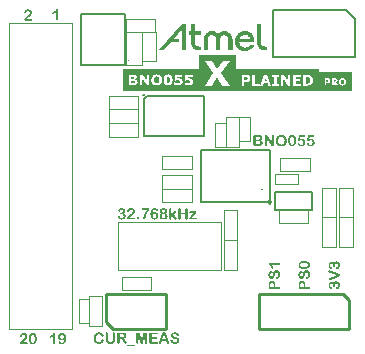
<source format=gto>
%FSLAX43Y43*%
%MOMM*%
G71*
G01*
G75*
G04 Layer_Color=65535*
%ADD10R,0.650X0.500*%
%ADD11R,1.600X1.000*%
%ADD12R,2.500X3.000*%
%ADD13R,0.675X0.250*%
%ADD14R,0.250X0.675*%
%ADD15R,1.500X1.100*%
%ADD16R,0.400X0.400*%
%ADD17R,1.400X0.600*%
%ADD18R,0.650X0.800*%
%ADD19R,1.000X0.950*%
%ADD20R,0.600X0.900*%
%ADD21R,0.800X0.650*%
%ADD22R,0.500X0.650*%
%ADD23R,0.900X0.600*%
%ADD24C,0.254*%
%ADD25C,0.200*%
%ADD26C,0.300*%
%ADD27C,0.250*%
%ADD28C,1.700*%
%ADD29R,1.700X1.700*%
%ADD30C,1.800*%
%ADD31R,1.800X1.800*%
%ADD32C,1.050*%
%ADD33C,2.000*%
%ADD34C,0.600*%
%ADD35C,1.016*%
%ADD36C,1.600*%
G04:AMPARAMS|DCode=37|XSize=2.524mm|YSize=2.524mm|CornerRadius=0mm|HoleSize=0mm|Usage=FLASHONLY|Rotation=0.000|XOffset=0mm|YOffset=0mm|HoleType=Round|Shape=Relief|Width=0.254mm|Gap=0.254mm|Entries=4|*
%AMTHD37*
7,0,0,2.524,2.016,0.254,45*
%
%ADD37THD37*%
G04:AMPARAMS|DCode=38|XSize=1.45mm|YSize=1.45mm|CornerRadius=0mm|HoleSize=0mm|Usage=FLASHONLY|Rotation=0.000|XOffset=0mm|YOffset=0mm|HoleType=Round|Shape=Relief|Width=0.2mm|Gap=0.2mm|Entries=4|*
%AMTHD38*
7,0,0,1.450,1.050,0.200,45*
%
%ADD38THD38*%
%ADD39C,1.250*%
%ADD40C,2.600*%
%ADD41C,0.900*%
%ADD42C,0.800*%
%ADD43C,0.100*%
%ADD44C,0.150*%
G36*
X12567Y1765D02*
X12578Y1764D01*
X12592Y1761D01*
X12608Y1757D01*
X12622Y1751D01*
X12635Y1744D01*
X12636Y1743D01*
X12640Y1740D01*
X12644Y1734D01*
X12651Y1726D01*
X12657Y1715D01*
X12661Y1700D01*
X12666Y1682D01*
X12667Y1661D01*
Y917D01*
Y914D01*
Y908D01*
X12666Y898D01*
X12664Y887D01*
X12661Y873D01*
X12656Y860D01*
X12650Y848D01*
X12642Y836D01*
X12640Y835D01*
X12637Y832D01*
X12632Y828D01*
X12625Y824D01*
X12616Y818D01*
X12605Y814D01*
X12592Y811D01*
X12578Y809D01*
X12573D01*
X12565Y811D01*
X12556Y812D01*
X12546Y817D01*
X12536Y821D01*
X12526Y828D01*
X12516Y836D01*
X12515Y838D01*
X12512Y842D01*
X12509Y848D01*
X12505Y856D01*
X12499Y867D01*
X12496Y881D01*
X12494Y898D01*
X12492Y917D01*
Y1566D01*
X12340Y966D01*
Y963D01*
X12337Y956D01*
X12334Y946D01*
X12331Y934D01*
X12324Y905D01*
X12320Y891D01*
X12316Y880D01*
Y879D01*
X12315Y876D01*
X12312Y870D01*
X12309Y864D01*
X12298Y848D01*
X12291Y839D01*
X12282Y831D01*
X12281Y829D01*
X12278Y828D01*
X12272Y824D01*
X12264Y821D01*
X12254Y817D01*
X12243Y812D01*
X12229Y811D01*
X12213Y809D01*
X12207D01*
X12202Y811D01*
X12193D01*
X12175Y815D01*
X12155Y824D01*
X12154D01*
X12151Y826D01*
X12143Y833D01*
X12131Y845D01*
X12120Y860D01*
Y862D01*
X12119Y864D01*
X12116Y869D01*
X12113Y874D01*
X12106Y891D01*
X12099Y910D01*
Y911D01*
X12097Y914D01*
X12096Y919D01*
X12095Y928D01*
X12090Y945D01*
X12085Y966D01*
X11934Y1566D01*
Y917D01*
Y914D01*
Y908D01*
X11933Y898D01*
X11931Y887D01*
X11928Y873D01*
X11923Y860D01*
X11917Y848D01*
X11909Y836D01*
X11907Y835D01*
X11904Y832D01*
X11899Y828D01*
X11892Y824D01*
X11883Y818D01*
X11872Y814D01*
X11859Y811D01*
X11845Y809D01*
X11839D01*
X11832Y811D01*
X11823Y812D01*
X11813Y815D01*
X11803Y821D01*
X11793Y826D01*
X11783Y835D01*
X11782Y836D01*
X11779Y841D01*
X11776Y846D01*
X11772Y855D01*
X11766Y867D01*
X11763Y881D01*
X11761Y897D01*
X11759Y917D01*
Y1661D01*
Y1662D01*
Y1664D01*
Y1671D01*
X11761Y1682D01*
X11763Y1695D01*
X11766Y1709D01*
X11772Y1722D01*
X11780Y1734D01*
X11790Y1744D01*
X11792Y1746D01*
X11796Y1748D01*
X11803Y1751D01*
X11813Y1755D01*
X11825Y1760D01*
X11841Y1764D01*
X11858Y1765D01*
X11878Y1767D01*
X11955D01*
X11966Y1765D01*
X11990Y1762D01*
X12003Y1760D01*
X12013Y1757D01*
X12014D01*
X12017Y1755D01*
X12027Y1748D01*
X12038Y1738D01*
X12044Y1730D01*
X12048Y1722D01*
Y1720D01*
X12051Y1717D01*
X12052Y1710D01*
X12057Y1702D01*
X12061Y1691D01*
X12065Y1676D01*
X12069Y1660D01*
X12075Y1640D01*
X12213Y1125D01*
X12350Y1640D01*
Y1643D01*
X12353Y1650D01*
X12355Y1660D01*
X12358Y1671D01*
X12367Y1698D01*
X12371Y1710D01*
X12375Y1722D01*
Y1723D01*
X12378Y1726D01*
X12379Y1730D01*
X12384Y1736D01*
X12395Y1747D01*
X12402Y1753D01*
X12410Y1757D01*
X12412D01*
X12415Y1758D01*
X12422Y1760D01*
X12430Y1762D01*
X12440Y1764D01*
X12454Y1765D01*
X12470Y1767D01*
X12556D01*
X12567Y1765D01*
D02*
G37*
G36*
X8631Y1781D02*
X8642Y1779D01*
X8655Y1778D01*
X8669Y1777D01*
X8701Y1771D01*
X8735Y1762D01*
X8771Y1751D01*
X8804Y1736D01*
X8806D01*
X8809Y1734D01*
X8813Y1731D01*
X8820Y1727D01*
X8835Y1717D01*
X8855Y1705D01*
X8878Y1688D01*
X8900Y1669D01*
X8921Y1647D01*
X8941Y1623D01*
Y1621D01*
X8943Y1620D01*
X8948Y1612D01*
X8957Y1599D01*
X8965Y1582D01*
X8974Y1564D01*
X8982Y1543D01*
X8988Y1520D01*
X8989Y1497D01*
Y1496D01*
Y1492D01*
X8988Y1485D01*
X8986Y1478D01*
X8983Y1468D01*
X8979Y1458D01*
X8974Y1448D01*
X8965Y1438D01*
X8964Y1437D01*
X8961Y1434D01*
X8957Y1431D01*
X8950Y1427D01*
X8941Y1421D01*
X8933Y1418D01*
X8921Y1416D01*
X8910Y1414D01*
X8904D01*
X8897Y1416D01*
X8889Y1417D01*
X8872Y1421D01*
X8862Y1426D01*
X8855Y1431D01*
X8854Y1433D01*
X8852Y1434D01*
X8848Y1438D01*
X8844Y1445D01*
X8837Y1454D01*
X8830Y1464D01*
X8823Y1476D01*
X8814Y1492D01*
Y1493D01*
X8813Y1495D01*
X8807Y1503D01*
X8800Y1516D01*
X8790Y1531D01*
X8776Y1548D01*
X8762Y1565D01*
X8745Y1582D01*
X8727Y1596D01*
X8724Y1598D01*
X8718Y1602D01*
X8707Y1607D01*
X8693Y1614D01*
X8675Y1620D01*
X8654Y1626D01*
X8630Y1630D01*
X8603Y1631D01*
X8592D01*
X8583Y1630D01*
X8573Y1629D01*
X8562Y1627D01*
X8535Y1620D01*
X8506Y1609D01*
X8490Y1602D01*
X8473Y1593D01*
X8459Y1583D01*
X8444Y1571D01*
X8429Y1557D01*
X8415Y1541D01*
X8414Y1540D01*
X8413Y1537D01*
X8410Y1531D01*
X8404Y1524D01*
X8400Y1516D01*
X8394Y1504D01*
X8387Y1492D01*
X8381Y1476D01*
X8374Y1459D01*
X8369Y1440D01*
X8362Y1420D01*
X8358Y1397D01*
X8353Y1372D01*
X8349Y1345D01*
X8348Y1317D01*
X8346Y1287D01*
Y1286D01*
Y1283D01*
Y1276D01*
Y1269D01*
X8348Y1259D01*
Y1249D01*
X8350Y1224D01*
X8353Y1194D01*
X8359Y1163D01*
X8366Y1134D01*
X8376Y1104D01*
Y1103D01*
X8377Y1101D01*
X8381Y1093D01*
X8389Y1080D01*
X8398Y1063D01*
X8411Y1046D01*
X8425Y1028D01*
X8444Y1011D01*
X8463Y996D01*
X8466Y994D01*
X8473Y990D01*
X8486Y984D01*
X8501Y979D01*
X8521Y972D01*
X8544Y966D01*
X8568Y962D01*
X8596Y960D01*
X8610D01*
X8624Y963D01*
X8644Y966D01*
X8665Y970D01*
X8689Y977D01*
X8711Y987D01*
X8734Y1000D01*
X8737Y1001D01*
X8744Y1007D01*
X8754Y1017D01*
X8766Y1031D01*
X8780Y1048D01*
X8795Y1067D01*
X8809Y1091D01*
X8821Y1120D01*
Y1121D01*
X8823Y1127D01*
X8826Y1132D01*
X8830Y1142D01*
X8838Y1162D01*
X8844Y1172D01*
X8851Y1180D01*
X8852Y1182D01*
X8855Y1184D01*
X8859Y1187D01*
X8865Y1193D01*
X8873Y1197D01*
X8883Y1200D01*
X8895Y1203D01*
X8909Y1204D01*
X8914D01*
X8921Y1203D01*
X8928Y1201D01*
X8938Y1199D01*
X8947Y1194D01*
X8957Y1189D01*
X8967Y1180D01*
X8968Y1179D01*
X8971Y1176D01*
X8975Y1170D01*
X8979Y1163D01*
X8983Y1155D01*
X8988Y1145D01*
X8990Y1134D01*
X8992Y1121D01*
Y1120D01*
Y1114D01*
X8990Y1104D01*
X8989Y1093D01*
X8986Y1079D01*
X8982Y1062D01*
X8976Y1043D01*
X8969Y1024D01*
X8968Y1021D01*
X8965Y1015D01*
X8959Y1004D01*
X8952Y991D01*
X8943Y976D01*
X8930Y959D01*
X8916Y941D01*
X8899Y921D01*
X8897Y918D01*
X8890Y912D01*
X8881Y904D01*
X8866Y893D01*
X8850Y880D01*
X8828Y866D01*
X8804Y853D01*
X8778Y841D01*
X8776D01*
X8775Y839D01*
X8771Y838D01*
X8765Y836D01*
X8758Y833D01*
X8749Y831D01*
X8728Y825D01*
X8703Y819D01*
X8675Y814D01*
X8641Y811D01*
X8606Y809D01*
X8593D01*
X8579Y811D01*
X8562D01*
X8541Y812D01*
X8518Y815D01*
X8470Y824D01*
X8467D01*
X8460Y826D01*
X8449Y829D01*
X8434Y833D01*
X8417Y839D01*
X8398Y846D01*
X8379Y856D01*
X8359Y866D01*
X8356Y867D01*
X8350Y872D01*
X8341Y879D01*
X8329Y887D01*
X8315Y898D01*
X8300Y912D01*
X8284Y928D01*
X8269Y945D01*
X8267Y946D01*
X8263Y953D01*
X8255Y962D01*
X8246Y974D01*
X8236Y989D01*
X8225Y1005D01*
X8214Y1024D01*
X8204Y1043D01*
X8202Y1046D01*
X8200Y1053D01*
X8195Y1065D01*
X8190Y1079D01*
X8184Y1096D01*
X8177Y1117D01*
X8171Y1138D01*
X8166Y1161D01*
Y1162D01*
Y1163D01*
X8164Y1172D01*
X8162Y1184D01*
X8160Y1201D01*
X8157Y1221D01*
X8155Y1244D01*
X8153Y1268D01*
Y1293D01*
Y1294D01*
Y1299D01*
Y1304D01*
Y1313D01*
X8155Y1323D01*
Y1334D01*
X8156Y1347D01*
X8157Y1362D01*
X8162Y1393D01*
X8167Y1427D01*
X8174Y1462D01*
X8186Y1497D01*
Y1499D01*
X8187Y1502D01*
X8188Y1506D01*
X8191Y1513D01*
X8195Y1520D01*
X8200Y1530D01*
X8210Y1551D01*
X8222Y1575D01*
X8239Y1600D01*
X8259Y1626D01*
X8280Y1651D01*
X8281Y1652D01*
X8283Y1654D01*
X8291Y1661D01*
X8304Y1674D01*
X8321Y1688D01*
X8342Y1703D01*
X8367Y1719D01*
X8394Y1734D01*
X8424Y1748D01*
X8425D01*
X8428Y1750D01*
X8432Y1751D01*
X8438Y1754D01*
X8446Y1757D01*
X8455Y1760D01*
X8477Y1765D01*
X8504Y1771D01*
X8534Y1777D01*
X8566Y1781D01*
X8601Y1782D01*
X8621D01*
X8631Y1781D01*
D02*
G37*
G36*
X15055D02*
X15075Y1779D01*
X15099Y1777D01*
X15123Y1772D01*
X15149Y1767D01*
X15173Y1760D01*
X15175D01*
X15176Y1758D01*
X15185Y1755D01*
X15196Y1751D01*
X15210Y1744D01*
X15227Y1736D01*
X15244Y1726D01*
X15262Y1715D01*
X15278Y1702D01*
X15279Y1700D01*
X15285Y1696D01*
X15292Y1689D01*
X15302Y1679D01*
X15312Y1668D01*
X15321Y1655D01*
X15330Y1641D01*
X15338Y1627D01*
X15340Y1626D01*
X15341Y1620D01*
X15344Y1613D01*
X15348Y1603D01*
X15352Y1592D01*
X15355Y1579D01*
X15357Y1566D01*
X15358Y1552D01*
Y1551D01*
Y1547D01*
X15357Y1540D01*
X15355Y1531D01*
X15352Y1521D01*
X15348Y1512D01*
X15343Y1500D01*
X15334Y1490D01*
X15333Y1489D01*
X15330Y1486D01*
X15324Y1482D01*
X15317Y1478D01*
X15309Y1472D01*
X15299Y1468D01*
X15288Y1465D01*
X15275Y1464D01*
X15269D01*
X15264Y1465D01*
X15257D01*
X15241Y1471D01*
X15233Y1473D01*
X15226Y1479D01*
X15224Y1481D01*
X15223Y1482D01*
X15219Y1486D01*
X15214Y1492D01*
X15209Y1500D01*
X15203Y1510D01*
X15196Y1521D01*
X15189Y1534D01*
X15188Y1537D01*
X15185Y1543D01*
X15179Y1552D01*
X15171Y1564D01*
X15162Y1576D01*
X15151Y1590D01*
X15138Y1605D01*
X15125Y1616D01*
X15124Y1617D01*
X15118Y1620D01*
X15110Y1626D01*
X15099Y1631D01*
X15082Y1637D01*
X15062Y1643D01*
X15040Y1645D01*
X15011Y1647D01*
X14999D01*
X14986Y1645D01*
X14969Y1643D01*
X14951Y1638D01*
X14931Y1633D01*
X14911Y1626D01*
X14893Y1614D01*
X14891Y1613D01*
X14886Y1609D01*
X14879Y1602D01*
X14870Y1592D01*
X14862Y1581D01*
X14855Y1568D01*
X14849Y1552D01*
X14848Y1535D01*
Y1534D01*
Y1531D01*
X14849Y1526D01*
Y1519D01*
X14853Y1503D01*
X14862Y1486D01*
X14863Y1485D01*
X14865Y1483D01*
X14873Y1475D01*
X14886Y1464D01*
X14904Y1451D01*
X14906D01*
X14908Y1448D01*
X14914Y1447D01*
X14921Y1442D01*
X14939Y1435D01*
X14959Y1428D01*
X14961D01*
X14965Y1427D01*
X14972Y1426D01*
X14982Y1423D01*
X14994Y1418D01*
X15010Y1414D01*
X15028Y1410D01*
X15051Y1404D01*
X15052D01*
X15055Y1403D01*
X15059D01*
X15065Y1402D01*
X15079Y1397D01*
X15099Y1393D01*
X15121Y1386D01*
X15145Y1379D01*
X15195Y1364D01*
X15196D01*
X15197Y1362D01*
X15206Y1359D01*
X15217Y1355D01*
X15233Y1348D01*
X15250Y1340D01*
X15268Y1331D01*
X15286Y1320D01*
X15305Y1309D01*
X15306Y1307D01*
X15312Y1303D01*
X15320Y1296D01*
X15330Y1286D01*
X15341Y1275D01*
X15354Y1261D01*
X15365Y1245D01*
X15375Y1227D01*
X15376Y1224D01*
X15379Y1218D01*
X15383Y1208D01*
X15388Y1194D01*
X15392Y1176D01*
X15396Y1156D01*
X15399Y1132D01*
X15400Y1107D01*
Y1106D01*
Y1103D01*
Y1098D01*
Y1093D01*
X15398Y1076D01*
X15395Y1056D01*
X15389Y1032D01*
X15382Y1007D01*
X15371Y980D01*
X15355Y953D01*
Y952D01*
X15354Y950D01*
X15347Y942D01*
X15337Y929D01*
X15323Y915D01*
X15305Y898D01*
X15283Y880D01*
X15257Y863D01*
X15227Y848D01*
X15226D01*
X15223Y846D01*
X15219Y845D01*
X15211Y842D01*
X15204Y839D01*
X15195Y835D01*
X15183Y832D01*
X15171Y829D01*
X15141Y822D01*
X15107Y815D01*
X15069Y811D01*
X15027Y809D01*
X15013D01*
X15004Y811D01*
X14992D01*
X14977Y812D01*
X14962Y814D01*
X14946Y817D01*
X14910Y822D01*
X14872Y832D01*
X14832Y845D01*
X14797Y862D01*
X14794Y863D01*
X14787Y869D01*
X14774Y877D01*
X14760Y888D01*
X14743Y903D01*
X14727Y919D01*
X14710Y939D01*
X14693Y962D01*
Y963D01*
X14691Y965D01*
X14687Y973D01*
X14680Y986D01*
X14673Y1001D01*
X14666Y1020D01*
X14659Y1041D01*
X14655Y1063D01*
X14653Y1086D01*
Y1087D01*
Y1091D01*
X14655Y1098D01*
X14656Y1106D01*
X14659Y1115D01*
X14663Y1124D01*
X14669Y1134D01*
X14677Y1144D01*
X14679Y1145D01*
X14681Y1148D01*
X14687Y1152D01*
X14694Y1156D01*
X14703Y1161D01*
X14712Y1165D01*
X14725Y1168D01*
X14738Y1169D01*
X14743D01*
X14749Y1168D01*
X14756Y1166D01*
X14773Y1161D01*
X14780Y1156D01*
X14789Y1149D01*
X14790Y1148D01*
X14793Y1146D01*
X14796Y1141D01*
X14801Y1135D01*
X14807Y1128D01*
X14813Y1118D01*
X14820Y1107D01*
X14825Y1093D01*
X14827Y1091D01*
X14828Y1086D01*
X14832Y1077D01*
X14837Y1066D01*
X14842Y1055D01*
X14848Y1042D01*
X14863Y1017D01*
X14865Y1015D01*
X14868Y1012D01*
X14872Y1007D01*
X14879Y1000D01*
X14887Y991D01*
X14897Y983D01*
X14908Y976D01*
X14922Y967D01*
X14924Y966D01*
X14930Y965D01*
X14938Y962D01*
X14949Y959D01*
X14963Y955D01*
X14980Y952D01*
X15000Y950D01*
X15021Y949D01*
X15035D01*
X15051Y952D01*
X15071Y955D01*
X15092Y959D01*
X15116Y966D01*
X15138Y976D01*
X15159Y989D01*
X15162Y990D01*
X15168Y996D01*
X15176Y1004D01*
X15186Y1015D01*
X15196Y1029D01*
X15204Y1046D01*
X15210Y1065D01*
X15213Y1086D01*
Y1089D01*
Y1094D01*
X15211Y1103D01*
X15209Y1114D01*
X15206Y1125D01*
X15200Y1138D01*
X15193Y1151D01*
X15183Y1162D01*
X15182Y1163D01*
X15178Y1166D01*
X15172Y1172D01*
X15164Y1179D01*
X15154Y1186D01*
X15141Y1193D01*
X15125Y1200D01*
X15110Y1207D01*
X15109Y1208D01*
X15102Y1210D01*
X15092Y1213D01*
X15078Y1217D01*
X15061Y1221D01*
X15040Y1227D01*
X15016Y1234D01*
X14989Y1239D01*
X14987D01*
X14985Y1241D01*
X14979Y1242D01*
X14972Y1244D01*
X14963Y1247D01*
X14954Y1249D01*
X14930Y1255D01*
X14903Y1263D01*
X14875Y1273D01*
X14845Y1283D01*
X14818Y1294D01*
X14817D01*
X14815Y1296D01*
X14807Y1300D01*
X14794Y1307D01*
X14780Y1317D01*
X14762Y1330D01*
X14745Y1345D01*
X14727Y1362D01*
X14711Y1382D01*
X14710Y1385D01*
X14705Y1392D01*
X14698Y1403D01*
X14691Y1420D01*
X14684Y1440D01*
X14677Y1462D01*
X14673Y1489D01*
X14672Y1519D01*
Y1520D01*
Y1521D01*
Y1526D01*
X14673Y1531D01*
X14674Y1547D01*
X14677Y1565D01*
X14681Y1586D01*
X14690Y1610D01*
X14700Y1633D01*
X14714Y1657D01*
Y1658D01*
X14715Y1660D01*
X14722Y1667D01*
X14731Y1678D01*
X14745Y1691D01*
X14762Y1706D01*
X14783Y1722D01*
X14807Y1737D01*
X14835Y1750D01*
X14837D01*
X14839Y1751D01*
X14844Y1753D01*
X14849Y1755D01*
X14858Y1757D01*
X14866Y1760D01*
X14877Y1762D01*
X14889Y1767D01*
X14917Y1772D01*
X14949Y1777D01*
X14985Y1781D01*
X15024Y1782D01*
X15038D01*
X15055Y1781D01*
D02*
G37*
G36*
X14119D02*
X14127D01*
X14150Y1775D01*
X14161Y1772D01*
X14171Y1767D01*
X14173D01*
X14175Y1764D01*
X14181Y1761D01*
X14187Y1755D01*
X14201Y1744D01*
X14213Y1727D01*
X14215Y1726D01*
X14216Y1723D01*
X14219Y1719D01*
X14223Y1712D01*
X14233Y1696D01*
X14242Y1676D01*
Y1675D01*
X14243Y1672D01*
X14246Y1665D01*
X14250Y1657D01*
X14253Y1647D01*
X14259Y1634D01*
X14264Y1620D01*
X14270Y1603D01*
X14517Y997D01*
Y996D01*
X14518Y994D01*
X14521Y986D01*
X14526Y973D01*
X14532Y959D01*
X14536Y942D01*
X14542Y925D01*
X14545Y910D01*
X14546Y895D01*
Y894D01*
Y890D01*
X14545Y884D01*
X14543Y876D01*
X14539Y867D01*
X14535Y857D01*
X14528Y846D01*
X14518Y836D01*
X14517Y835D01*
X14514Y832D01*
X14508Y828D01*
X14500Y824D01*
X14490Y818D01*
X14478Y814D01*
X14466Y811D01*
X14452Y809D01*
X14443D01*
X14439Y811D01*
X14426Y814D01*
X14414Y818D01*
X14411Y819D01*
X14405Y824D01*
X14395Y829D01*
X14387Y839D01*
X14385Y842D01*
X14380Y850D01*
X14371Y863D01*
X14363Y881D01*
Y883D01*
X14361Y886D01*
X14359Y891D01*
X14356Y898D01*
X14349Y915D01*
X14342Y932D01*
X14297Y1051D01*
X13913D01*
X13868Y929D01*
Y928D01*
X13867Y927D01*
X13864Y918D01*
X13860Y905D01*
X13853Y891D01*
X13845Y874D01*
X13838Y859D01*
X13830Y845D01*
X13823Y833D01*
X13822Y832D01*
X13820Y829D01*
X13814Y826D01*
X13809Y822D01*
X13800Y817D01*
X13789Y814D01*
X13776Y811D01*
X13762Y809D01*
X13757D01*
X13750Y811D01*
X13741Y812D01*
X13731Y815D01*
X13721Y821D01*
X13710Y826D01*
X13699Y835D01*
X13697Y836D01*
X13695Y839D01*
X13690Y845D01*
X13686Y852D01*
X13681Y862D01*
X13676Y872D01*
X13674Y883D01*
X13672Y894D01*
Y895D01*
Y897D01*
X13674Y907D01*
X13675Y919D01*
X13678Y934D01*
Y935D01*
X13679Y938D01*
X13681Y942D01*
X13683Y949D01*
X13686Y958D01*
X13689Y967D01*
X13695Y979D01*
X13699Y991D01*
X13940Y1603D01*
Y1605D01*
X13941Y1607D01*
X13944Y1613D01*
X13947Y1620D01*
X13950Y1630D01*
X13954Y1640D01*
X13964Y1665D01*
X13965Y1667D01*
X13967Y1672D01*
X13970Y1678D01*
X13974Y1688D01*
X13984Y1707D01*
X13995Y1727D01*
X13996Y1729D01*
X13998Y1731D01*
X14002Y1736D01*
X14006Y1741D01*
X14020Y1754D01*
X14039Y1767D01*
X14040Y1768D01*
X14043Y1770D01*
X14050Y1772D01*
X14057Y1775D01*
X14067Y1778D01*
X14078Y1779D01*
X14091Y1782D01*
X14112D01*
X14119Y1781D01*
D02*
G37*
G36*
X13497Y1765D02*
X13507Y1764D01*
X13518Y1761D01*
X13530Y1758D01*
X13541Y1753D01*
X13549Y1746D01*
X13551Y1744D01*
X13554Y1741D01*
X13557Y1737D01*
X13561Y1731D01*
X13565Y1724D01*
X13569Y1716D01*
X13571Y1705D01*
X13572Y1693D01*
Y1692D01*
Y1688D01*
X13571Y1682D01*
X13569Y1674D01*
X13566Y1665D01*
X13562Y1657D01*
X13557Y1648D01*
X13549Y1640D01*
X13548Y1638D01*
X13545Y1637D01*
X13541Y1634D01*
X13533Y1630D01*
X13524Y1626D01*
X13511Y1623D01*
X13499Y1621D01*
X13482Y1620D01*
X13053D01*
Y1389D01*
X13455D01*
X13463Y1387D01*
X13472Y1386D01*
X13494Y1380D01*
X13504Y1376D01*
X13513Y1369D01*
X13514Y1368D01*
X13517Y1365D01*
X13520Y1361D01*
X13524Y1355D01*
X13528Y1348D01*
X13533Y1340D01*
X13534Y1328D01*
X13535Y1317D01*
Y1316D01*
Y1311D01*
X13534Y1306D01*
X13533Y1299D01*
X13530Y1290D01*
X13527Y1282D01*
X13521Y1273D01*
X13514Y1265D01*
X13513Y1263D01*
X13510Y1262D01*
X13506Y1259D01*
X13499Y1255D01*
X13489Y1251D01*
X13478Y1248D01*
X13463Y1247D01*
X13448Y1245D01*
X13053D01*
Y976D01*
X13504D01*
X13513Y974D01*
X13523Y973D01*
X13534Y970D01*
X13545Y967D01*
X13555Y962D01*
X13565Y955D01*
X13566Y953D01*
X13569Y950D01*
X13572Y946D01*
X13576Y941D01*
X13580Y932D01*
X13585Y922D01*
X13586Y912D01*
X13588Y900D01*
Y898D01*
Y894D01*
X13586Y888D01*
X13585Y880D01*
X13582Y872D01*
X13578Y862D01*
X13572Y853D01*
X13565Y845D01*
X13564Y843D01*
X13561Y842D01*
X13555Y839D01*
X13548Y835D01*
X13538Y831D01*
X13527Y828D01*
X13513Y826D01*
X13497Y825D01*
X12969D01*
X12957Y826D01*
X12945Y828D01*
X12929Y832D01*
X12915Y836D01*
X12901Y843D01*
X12890Y852D01*
X12888Y853D01*
X12885Y857D01*
X12881Y864D01*
X12877Y873D01*
X12871Y886D01*
X12867Y901D01*
X12864Y919D01*
X12863Y941D01*
Y1650D01*
Y1651D01*
Y1657D01*
Y1664D01*
X12864Y1674D01*
X12867Y1695D01*
X12870Y1706D01*
X12874Y1716D01*
Y1717D01*
X12877Y1720D01*
X12880Y1724D01*
X12884Y1731D01*
X12895Y1743D01*
X12904Y1750D01*
X12912Y1754D01*
X12914D01*
X12917Y1755D01*
X12924Y1758D01*
X12931Y1761D01*
X12940Y1762D01*
X12952Y1765D01*
X12964Y1767D01*
X13489D01*
X13497Y1765D01*
D02*
G37*
G36*
X9874Y1781D02*
X9884Y1778D01*
X9896Y1775D01*
X9907Y1770D01*
X9918Y1762D01*
X9929Y1753D01*
X9931Y1751D01*
X9934Y1747D01*
X9938Y1741D01*
X9943Y1731D01*
X9948Y1719D01*
X9952Y1705D01*
X9955Y1686D01*
X9956Y1667D01*
Y1214D01*
Y1213D01*
Y1210D01*
Y1203D01*
Y1196D01*
Y1186D01*
X9955Y1175D01*
X9953Y1149D01*
X9950Y1120D01*
X9946Y1089D01*
X9941Y1058D01*
X9934Y1028D01*
Y1027D01*
X9932Y1025D01*
X9931Y1021D01*
X9929Y1015D01*
X9924Y1003D01*
X9915Y984D01*
X9905Y965D01*
X9891Y943D01*
X9874Y921D01*
X9853Y900D01*
X9850Y898D01*
X9845Y891D01*
X9833Y883D01*
X9819Y873D01*
X9801Y862D01*
X9781Y850D01*
X9757Y839D01*
X9733Y831D01*
X9732D01*
X9731Y829D01*
X9726D01*
X9722Y828D01*
X9707Y824D01*
X9688Y821D01*
X9664Y817D01*
X9638Y812D01*
X9608Y811D01*
X9574Y809D01*
X9556D01*
X9546Y811D01*
X9536D01*
X9511Y812D01*
X9481Y815D01*
X9449Y819D01*
X9418Y825D01*
X9387Y832D01*
X9385D01*
X9384Y833D01*
X9380Y835D01*
X9374Y836D01*
X9360Y842D01*
X9342Y850D01*
X9322Y860D01*
X9301Y873D01*
X9279Y887D01*
X9260Y904D01*
X9257Y907D01*
X9251Y912D01*
X9243Y924D01*
X9233Y938D01*
X9220Y956D01*
X9209Y977D01*
X9198Y1003D01*
X9188Y1029D01*
Y1031D01*
X9186Y1034D01*
Y1038D01*
X9185Y1043D01*
X9182Y1051D01*
X9181Y1059D01*
X9177Y1082D01*
X9172Y1108D01*
X9170Y1141D01*
X9167Y1176D01*
X9165Y1214D01*
Y1667D01*
Y1669D01*
Y1676D01*
X9167Y1686D01*
X9168Y1699D01*
X9171Y1713D01*
X9177Y1727D01*
X9182Y1741D01*
X9191Y1753D01*
X9192Y1754D01*
X9195Y1757D01*
X9201Y1762D01*
X9209Y1768D01*
X9219Y1772D01*
X9230Y1778D01*
X9243Y1781D01*
X9258Y1782D01*
X9265D01*
X9274Y1781D01*
X9284Y1778D01*
X9295Y1775D01*
X9308Y1770D01*
X9319Y1762D01*
X9329Y1753D01*
X9330Y1751D01*
X9333Y1747D01*
X9337Y1741D01*
X9343Y1731D01*
X9347Y1719D01*
X9351Y1705D01*
X9354Y1686D01*
X9356Y1667D01*
Y1203D01*
Y1201D01*
Y1200D01*
Y1196D01*
Y1190D01*
X9357Y1175D01*
X9358Y1156D01*
X9360Y1135D01*
X9363Y1114D01*
X9367Y1091D01*
X9373Y1070D01*
X9374Y1067D01*
X9377Y1062D01*
X9381Y1052D01*
X9387Y1041D01*
X9395Y1028D01*
X9406Y1014D01*
X9419Y1001D01*
X9435Y989D01*
X9437Y987D01*
X9443Y984D01*
X9453Y980D01*
X9467Y974D01*
X9485Y969D01*
X9508Y965D01*
X9533Y962D01*
X9561Y960D01*
X9573D01*
X9580Y962D01*
X9588D01*
X9599Y963D01*
X9623Y967D01*
X9649Y974D01*
X9676Y986D01*
X9700Y1000D01*
X9709Y1010D01*
X9719Y1020D01*
X9721Y1022D01*
X9726Y1031D01*
X9733Y1045D01*
X9743Y1065D01*
X9752Y1089D01*
X9755Y1104D01*
X9759Y1120D01*
X9762Y1138D01*
X9764Y1156D01*
X9766Y1177D01*
Y1199D01*
Y1667D01*
Y1669D01*
Y1676D01*
X9767Y1686D01*
X9769Y1699D01*
X9771Y1713D01*
X9777Y1727D01*
X9783Y1741D01*
X9791Y1753D01*
X9793Y1754D01*
X9795Y1757D01*
X9801Y1762D01*
X9810Y1768D01*
X9819Y1772D01*
X9831Y1778D01*
X9843Y1781D01*
X9859Y1782D01*
X9866D01*
X9874Y1781D01*
D02*
G37*
G36*
X5049Y29146D02*
X5057Y29145D01*
X5066Y29140D01*
X5076Y29136D01*
X5084Y29129D01*
X5093Y29121D01*
X5094Y29119D01*
X5095Y29116D01*
X5100Y29109D01*
X5104Y29101D01*
X5107Y29091D01*
X5111Y29078D01*
X5112Y29064D01*
X5114Y29047D01*
Y28313D01*
Y28311D01*
Y28307D01*
Y28302D01*
X5112Y28293D01*
X5111Y28283D01*
X5110Y28272D01*
X5103Y28249D01*
X5093Y28225D01*
X5086Y28214D01*
X5076Y28204D01*
X5066Y28196D01*
X5055Y28190D01*
X5041Y28186D01*
X5025Y28185D01*
X5018D01*
X5011Y28186D01*
X5002Y28187D01*
X4993Y28190D01*
X4981Y28196D01*
X4971Y28201D01*
X4962Y28210D01*
X4960Y28211D01*
X4959Y28216D01*
X4955Y28221D01*
X4950Y28230D01*
X4946Y28241D01*
X4943Y28254D01*
X4940Y28269D01*
X4939Y28287D01*
Y28872D01*
X4938Y28871D01*
X4932Y28867D01*
X4924Y28861D01*
X4912Y28853D01*
X4900Y28843D01*
X4884Y28833D01*
X4869Y28822D01*
X4850Y28810D01*
X4814Y28786D01*
X4795Y28777D01*
X4777Y28767D01*
X4760Y28758D01*
X4744Y28753D01*
X4730Y28748D01*
X4719Y28747D01*
X4715D01*
X4709Y28748D01*
X4704Y28750D01*
X4695Y28753D01*
X4688Y28755D01*
X4680Y28761D01*
X4671Y28768D01*
X4670Y28770D01*
X4668Y28772D01*
X4664Y28777D01*
X4661Y28782D01*
X4653Y28798D01*
X4651Y28808D01*
X4650Y28817D01*
Y28819D01*
Y28823D01*
X4651Y28829D01*
X4653Y28836D01*
X4658Y28851D01*
X4663Y28858D01*
X4670Y28865D01*
X4671Y28867D01*
X4674Y28868D01*
X4680Y28871D01*
X4687Y28877D01*
X4697Y28882D01*
X4709Y28889D01*
X4725Y28898D01*
X4743Y28906D01*
X4744D01*
X4746Y28908D01*
X4750Y28910D01*
X4756Y28913D01*
X4770Y28920D01*
X4788Y28930D01*
X4808Y28942D01*
X4828Y28954D01*
X4849Y28968D01*
X4867Y28982D01*
X4869Y28984D01*
X4876Y28989D01*
X4884Y28998D01*
X4895Y29009D01*
X4908Y29022D01*
X4921Y29037D01*
X4935Y29054D01*
X4949Y29073D01*
X4950Y29075D01*
X4955Y29081D01*
X4962Y29090D01*
X4969Y29099D01*
X4977Y29111D01*
X4984Y29121D01*
X4991Y29129D01*
X4997Y29135D01*
X5000Y29136D01*
X5007Y29142D01*
X5012Y29143D01*
X5019Y29146D01*
X5028Y29147D01*
X5043D01*
X5049Y29146D01*
D02*
G37*
G36*
X3019Y1722D02*
X3035Y1721D01*
X3053Y1718D01*
X3074Y1714D01*
X3094Y1708D01*
X3115Y1701D01*
X3118Y1700D01*
X3124Y1697D01*
X3135Y1693D01*
X3148Y1686D01*
X3162Y1676D01*
X3177Y1666D01*
X3194Y1653D01*
X3210Y1638D01*
X3211Y1636D01*
X3217Y1631D01*
X3224Y1622D01*
X3234Y1610D01*
X3245Y1595D01*
X3256Y1577D01*
X3267Y1557D01*
X3279Y1536D01*
Y1535D01*
X3282Y1532D01*
X3283Y1525D01*
X3287Y1517D01*
X3290Y1505D01*
X3294Y1493D01*
X3298Y1477D01*
X3304Y1459D01*
X3308Y1439D01*
X3313Y1416D01*
X3317Y1392D01*
X3321Y1366D01*
X3324Y1336D01*
X3327Y1305D01*
X3328Y1271D01*
Y1236D01*
Y1235D01*
Y1232D01*
Y1226D01*
Y1219D01*
Y1209D01*
Y1199D01*
X3327Y1174D01*
X3325Y1146D01*
X3322Y1116D01*
X3318Y1085D01*
X3314Y1056D01*
Y1054D01*
Y1053D01*
X3313Y1048D01*
X3311Y1043D01*
X3308Y1029D01*
X3304Y1010D01*
X3297Y988D01*
X3289Y965D01*
X3279Y941D01*
X3267Y917D01*
Y916D01*
X3266Y915D01*
X3263Y910D01*
X3259Y905D01*
X3250Y892D01*
X3236Y875D01*
X3221Y857D01*
X3201Y837D01*
X3179Y819D01*
X3153Y802D01*
X3152D01*
X3150Y800D01*
X3146Y798D01*
X3141Y796D01*
X3126Y789D01*
X3108Y782D01*
X3086Y774D01*
X3059Y768D01*
X3031Y762D01*
X3000Y761D01*
X2990D01*
X2983Y762D01*
X2974D01*
X2964Y764D01*
X2942Y768D01*
X2914Y775D01*
X2885Y783D01*
X2854Y798D01*
X2825Y816D01*
X2823D01*
X2822Y819D01*
X2818Y822D01*
X2812Y826D01*
X2798Y838D01*
X2782Y855D01*
X2763Y878D01*
X2744Y903D01*
X2726Y934D01*
X2709Y968D01*
X2708Y971D01*
X2706Y978D01*
X2702Y988D01*
X2698Y1003D01*
X2694Y1020D01*
X2688Y1040D01*
X2684Y1063D01*
X2680Y1085D01*
Y1087D01*
Y1088D01*
X2678Y1096D01*
X2677Y1109D01*
X2675Y1127D01*
X2674Y1149D01*
X2673Y1173D01*
X2671Y1198D01*
Y1226D01*
Y1228D01*
Y1230D01*
Y1236D01*
Y1243D01*
Y1250D01*
Y1260D01*
X2673Y1284D01*
X2674Y1311D01*
X2675Y1340D01*
X2678Y1370D01*
X2681Y1400D01*
Y1401D01*
Y1404D01*
X2682Y1407D01*
Y1412D01*
X2685Y1428D01*
X2689Y1446D01*
X2694Y1467D01*
X2699Y1490D01*
X2705Y1512D01*
X2713Y1535D01*
Y1536D01*
X2715Y1539D01*
X2718Y1543D01*
X2720Y1550D01*
X2729Y1566D01*
X2740Y1587D01*
X2756Y1610D01*
X2774Y1632D01*
X2797Y1655D01*
X2822Y1674D01*
X2823D01*
X2825Y1677D01*
X2829Y1679D01*
X2835Y1683D01*
X2842Y1686D01*
X2850Y1690D01*
X2871Y1700D01*
X2897Y1708D01*
X2926Y1717D01*
X2959Y1722D01*
X2995Y1724D01*
X3007D01*
X3019Y1722D01*
D02*
G37*
G36*
X2248Y1721D02*
X2258D01*
X2281Y1718D01*
X2307Y1715D01*
X2336Y1710D01*
X2364Y1701D01*
X2391Y1691D01*
X2392Y1690D01*
X2398Y1687D01*
X2406Y1683D01*
X2417Y1676D01*
X2430Y1667D01*
X2443Y1657D01*
X2457Y1646D01*
X2470Y1634D01*
X2471Y1632D01*
X2475Y1628D01*
X2482Y1619D01*
X2489Y1610D01*
X2498Y1598D01*
X2508Y1584D01*
X2516Y1567D01*
X2523Y1550D01*
X2525Y1549D01*
X2526Y1542D01*
X2529Y1533D01*
X2533Y1521D01*
X2537Y1507D01*
X2540Y1490D01*
X2541Y1471D01*
X2543Y1453D01*
Y1452D01*
Y1449D01*
Y1445D01*
Y1439D01*
X2541Y1425D01*
X2537Y1405D01*
X2533Y1383D01*
X2526Y1359D01*
X2516Y1333D01*
X2502Y1308D01*
X2501Y1305D01*
X2495Y1297D01*
X2488Y1285D01*
X2477Y1271D01*
X2465Y1254D01*
X2451Y1237D01*
X2437Y1220D01*
X2422Y1205D01*
X2420Y1204D01*
X2413Y1198D01*
X2403Y1189D01*
X2389Y1177D01*
X2369Y1161D01*
X2345Y1140D01*
X2317Y1118D01*
X2283Y1089D01*
X2282Y1088D01*
X2279Y1087D01*
X2275Y1082D01*
X2268Y1077D01*
X2251Y1063D01*
X2231Y1044D01*
X2209Y1025D01*
X2188Y1005D01*
X2168Y985D01*
X2159Y975D01*
X2152Y967D01*
Y965D01*
X2150Y964D01*
X2142Y955D01*
X2133Y943D01*
X2120Y926D01*
X2464D01*
X2472Y924D01*
X2484Y923D01*
X2496Y920D01*
X2509Y917D01*
X2522Y912D01*
X2532Y905D01*
X2533Y903D01*
X2536Y900D01*
X2540Y896D01*
X2546Y891D01*
X2550Y882D01*
X2554Y872D01*
X2557Y862D01*
X2558Y850D01*
Y848D01*
Y844D01*
X2557Y838D01*
X2556Y831D01*
X2553Y823D01*
X2550Y813D01*
X2544Y805D01*
X2537Y796D01*
X2536Y795D01*
X2533Y793D01*
X2529Y789D01*
X2522Y786D01*
X2512Y782D01*
X2502Y778D01*
X2489Y776D01*
X2474Y775D01*
X1993D01*
X1985Y776D01*
X1975Y778D01*
X1962Y781D01*
X1949Y786D01*
X1937Y792D01*
X1925Y800D01*
X1924Y802D01*
X1921Y805D01*
X1917Y810D01*
X1913Y819D01*
X1907Y827D01*
X1903Y838D01*
X1900Y851D01*
X1899Y864D01*
Y865D01*
Y868D01*
X1900Y874D01*
X1901Y879D01*
X1903Y889D01*
X1906Y899D01*
X1910Y910D01*
X1916Y924D01*
X1917Y926D01*
X1918Y931D01*
X1923Y937D01*
X1927Y947D01*
X1939Y967D01*
X1947Y977D01*
X1954Y985D01*
X1955Y986D01*
X1958Y989D01*
X1962Y994D01*
X1968Y1001D01*
X1976Y1008D01*
X1985Y1016D01*
X2006Y1037D01*
X2030Y1061D01*
X2055Y1087D01*
X2082Y1112D01*
X2109Y1136D01*
X2110Y1137D01*
X2111Y1139D01*
X2120Y1146D01*
X2133Y1157D01*
X2147Y1170D01*
X2164Y1184D01*
X2179Y1198D01*
X2195Y1211D01*
X2207Y1220D01*
X2210Y1222D01*
X2216Y1228D01*
X2226Y1235D01*
X2238Y1243D01*
X2251Y1254D01*
X2267Y1267D01*
X2281Y1281D01*
X2295Y1295D01*
X2296Y1297D01*
X2300Y1302D01*
X2307Y1309D01*
X2314Y1319D01*
X2323Y1330D01*
X2333Y1345D01*
X2341Y1359D01*
X2348Y1373D01*
X2350Y1374D01*
X2351Y1380D01*
X2354Y1387D01*
X2358Y1397D01*
X2361Y1409D01*
X2364Y1422D01*
X2365Y1436D01*
X2367Y1450D01*
Y1452D01*
Y1457D01*
X2365Y1464D01*
X2364Y1474D01*
X2362Y1485D01*
X2358Y1498D01*
X2354Y1511D01*
X2347Y1524D01*
X2345Y1525D01*
X2343Y1529D01*
X2338Y1535D01*
X2333Y1542D01*
X2326Y1550D01*
X2316Y1559D01*
X2306Y1567D01*
X2293Y1574D01*
X2292Y1576D01*
X2288Y1577D01*
X2281Y1580D01*
X2272Y1584D01*
X2261Y1587D01*
X2248Y1590D01*
X2234Y1591D01*
X2220Y1593D01*
X2212D01*
X2206Y1591D01*
X2190Y1588D01*
X2172Y1583D01*
X2151Y1574D01*
X2128Y1562D01*
X2117Y1553D01*
X2107Y1543D01*
X2097Y1531D01*
X2088Y1518D01*
X2086Y1515D01*
X2085Y1512D01*
X2082Y1508D01*
X2079Y1501D01*
X2075Y1491D01*
X2071Y1480D01*
X2065Y1464D01*
Y1463D01*
X2062Y1457D01*
X2059Y1450D01*
X2055Y1440D01*
X2045Y1419D01*
X2038Y1408D01*
X2031Y1398D01*
X2030Y1397D01*
X2028Y1395D01*
X2024Y1391D01*
X2017Y1387D01*
X2010Y1383D01*
X2000Y1380D01*
X1989Y1377D01*
X1976Y1376D01*
X1970D01*
X1965Y1377D01*
X1958Y1378D01*
X1949Y1381D01*
X1939Y1384D01*
X1931Y1390D01*
X1923Y1397D01*
X1921Y1398D01*
X1920Y1401D01*
X1916Y1405D01*
X1913Y1412D01*
X1908Y1421D01*
X1904Y1431D01*
X1903Y1442D01*
X1901Y1454D01*
Y1456D01*
Y1463D01*
X1903Y1471D01*
X1904Y1483D01*
X1906Y1497D01*
X1910Y1512D01*
X1914Y1529D01*
X1921Y1548D01*
X1923Y1550D01*
X1925Y1556D01*
X1930Y1564D01*
X1937Y1576D01*
X1944Y1590D01*
X1955Y1604D01*
X1966Y1619D01*
X1980Y1634D01*
X1982Y1635D01*
X1987Y1641D01*
X1996Y1648D01*
X2007Y1656D01*
X2023Y1666D01*
X2040Y1677D01*
X2059Y1687D01*
X2080Y1697D01*
X2082D01*
X2083Y1698D01*
X2092Y1701D01*
X2104Y1705D01*
X2121Y1710D01*
X2142Y1714D01*
X2166Y1718D01*
X2193Y1721D01*
X2223Y1722D01*
X2240D01*
X2248Y1721D01*
D02*
G37*
G36*
X24059Y18500D02*
X24071D01*
X24087Y18499D01*
X24104Y18496D01*
X24121Y18495D01*
X24160Y18488D01*
X24203Y18477D01*
X24245Y18461D01*
X24266Y18453D01*
X24286Y18441D01*
X24287D01*
X24290Y18438D01*
X24296Y18436D01*
X24303Y18430D01*
X24313Y18424D01*
X24322Y18417D01*
X24345Y18398D01*
X24372Y18374D01*
X24397Y18345D01*
X24423Y18312D01*
X24445Y18272D01*
Y18271D01*
X24448Y18268D01*
X24451Y18261D01*
X24454Y18252D01*
X24458Y18243D01*
X24462Y18230D01*
X24468Y18216D01*
X24473Y18199D01*
X24477Y18182D01*
X24483Y18162D01*
X24487Y18141D01*
X24492Y18118D01*
X24497Y18069D01*
X24500Y18016D01*
Y18014D01*
Y18011D01*
Y18006D01*
Y17997D01*
X24499Y17987D01*
Y17976D01*
X24497Y17963D01*
X24496Y17951D01*
X24493Y17920D01*
X24487Y17886D01*
X24480Y17852D01*
X24470Y17818D01*
Y17817D01*
X24469Y17814D01*
X24468Y17810D01*
X24465Y17803D01*
X24462Y17796D01*
X24458Y17787D01*
X24448Y17766D01*
X24435Y17741D01*
X24421Y17715D01*
X24403Y17688D01*
X24382Y17663D01*
X24379Y17660D01*
X24372Y17652D01*
X24359Y17641D01*
X24341Y17626D01*
X24320Y17610D01*
X24296Y17594D01*
X24267Y17577D01*
X24236Y17563D01*
X24235D01*
X24232Y17562D01*
X24228Y17560D01*
X24221Y17557D01*
X24212Y17555D01*
X24204Y17552D01*
X24193Y17549D01*
X24180Y17546D01*
X24150Y17540D01*
X24117Y17535D01*
X24080Y17531D01*
X24039Y17529D01*
X24021D01*
X24011Y17531D01*
X24000D01*
X23987Y17532D01*
X23973Y17533D01*
X23943Y17538D01*
X23909Y17545D01*
X23876Y17553D01*
X23842Y17564D01*
X23840D01*
X23837Y17566D01*
X23833Y17569D01*
X23828Y17572D01*
X23811Y17579D01*
X23791Y17590D01*
X23767Y17604D01*
X23743Y17622D01*
X23719Y17642D01*
X23695Y17665D01*
Y17666D01*
X23692Y17667D01*
X23685Y17676D01*
X23675Y17690D01*
X23663Y17708D01*
X23649Y17731D01*
X23634Y17758D01*
X23620Y17787D01*
X23608Y17820D01*
Y17821D01*
X23606Y17824D01*
X23605Y17829D01*
X23603Y17835D01*
X23601Y17844D01*
X23598Y17855D01*
X23595Y17866D01*
X23594Y17879D01*
X23588Y17908D01*
X23582Y17942D01*
X23580Y17977D01*
X23578Y18017D01*
Y18018D01*
Y18021D01*
Y18028D01*
Y18035D01*
X23580Y18045D01*
Y18056D01*
X23581Y18069D01*
X23582Y18083D01*
X23585Y18113D01*
X23591Y18147D01*
X23599Y18182D01*
X23609Y18216D01*
Y18217D01*
X23611Y18220D01*
X23612Y18224D01*
X23615Y18231D01*
X23618Y18238D01*
X23622Y18248D01*
X23632Y18269D01*
X23644Y18293D01*
X23660Y18320D01*
X23678Y18345D01*
X23698Y18371D01*
X23699Y18372D01*
X23701Y18374D01*
X23709Y18381D01*
X23720Y18393D01*
X23739Y18407D01*
X23759Y18423D01*
X23784Y18438D01*
X23811Y18454D01*
X23842Y18468D01*
X23843D01*
X23846Y18469D01*
X23850Y18471D01*
X23857Y18474D01*
X23864Y18477D01*
X23874Y18479D01*
X23885Y18482D01*
X23898Y18485D01*
X23926Y18491D01*
X23960Y18496D01*
X23995Y18500D01*
X24035Y18502D01*
X24049D01*
X24059Y18500D01*
D02*
G37*
G36*
X2623Y29121D02*
X2633D01*
X2656Y29118D01*
X2682Y29115D01*
X2711Y29110D01*
X2739Y29101D01*
X2766Y29091D01*
X2767Y29090D01*
X2773Y29087D01*
X2781Y29083D01*
X2792Y29076D01*
X2805Y29067D01*
X2818Y29057D01*
X2832Y29046D01*
X2845Y29034D01*
X2846Y29032D01*
X2850Y29028D01*
X2857Y29019D01*
X2864Y29010D01*
X2873Y28998D01*
X2883Y28984D01*
X2891Y28967D01*
X2898Y28950D01*
X2900Y28949D01*
X2901Y28942D01*
X2904Y28933D01*
X2908Y28921D01*
X2912Y28907D01*
X2915Y28890D01*
X2916Y28871D01*
X2918Y28853D01*
Y28852D01*
Y28849D01*
Y28845D01*
Y28839D01*
X2916Y28825D01*
X2912Y28805D01*
X2908Y28783D01*
X2901Y28759D01*
X2891Y28733D01*
X2877Y28708D01*
X2876Y28705D01*
X2870Y28697D01*
X2863Y28685D01*
X2852Y28671D01*
X2840Y28654D01*
X2826Y28637D01*
X2812Y28620D01*
X2797Y28605D01*
X2795Y28604D01*
X2788Y28598D01*
X2778Y28589D01*
X2764Y28577D01*
X2744Y28561D01*
X2720Y28540D01*
X2692Y28518D01*
X2658Y28489D01*
X2657Y28488D01*
X2654Y28487D01*
X2650Y28482D01*
X2643Y28477D01*
X2626Y28463D01*
X2606Y28444D01*
X2584Y28425D01*
X2563Y28405D01*
X2543Y28385D01*
X2534Y28375D01*
X2527Y28367D01*
Y28365D01*
X2525Y28364D01*
X2517Y28355D01*
X2508Y28343D01*
X2495Y28326D01*
X2839D01*
X2847Y28324D01*
X2859Y28323D01*
X2871Y28320D01*
X2884Y28317D01*
X2897Y28312D01*
X2907Y28305D01*
X2908Y28303D01*
X2911Y28300D01*
X2915Y28296D01*
X2921Y28291D01*
X2925Y28282D01*
X2929Y28272D01*
X2932Y28262D01*
X2933Y28250D01*
Y28248D01*
Y28244D01*
X2932Y28238D01*
X2931Y28231D01*
X2928Y28223D01*
X2925Y28213D01*
X2919Y28205D01*
X2912Y28196D01*
X2911Y28195D01*
X2908Y28193D01*
X2904Y28189D01*
X2897Y28186D01*
X2887Y28182D01*
X2877Y28178D01*
X2864Y28176D01*
X2849Y28175D01*
X2368D01*
X2360Y28176D01*
X2350Y28178D01*
X2337Y28181D01*
X2324Y28186D01*
X2312Y28192D01*
X2300Y28200D01*
X2299Y28202D01*
X2296Y28205D01*
X2292Y28210D01*
X2288Y28219D01*
X2282Y28227D01*
X2278Y28238D01*
X2275Y28251D01*
X2274Y28264D01*
Y28265D01*
Y28268D01*
X2275Y28274D01*
X2276Y28279D01*
X2278Y28289D01*
X2281Y28299D01*
X2285Y28310D01*
X2291Y28324D01*
X2292Y28326D01*
X2293Y28331D01*
X2298Y28337D01*
X2302Y28347D01*
X2314Y28367D01*
X2322Y28377D01*
X2329Y28385D01*
X2330Y28386D01*
X2333Y28389D01*
X2337Y28394D01*
X2343Y28401D01*
X2351Y28408D01*
X2360Y28416D01*
X2381Y28437D01*
X2405Y28461D01*
X2430Y28487D01*
X2457Y28512D01*
X2484Y28536D01*
X2485Y28537D01*
X2486Y28539D01*
X2495Y28546D01*
X2508Y28557D01*
X2522Y28570D01*
X2539Y28584D01*
X2554Y28598D01*
X2570Y28611D01*
X2582Y28620D01*
X2585Y28622D01*
X2591Y28628D01*
X2601Y28635D01*
X2613Y28643D01*
X2626Y28654D01*
X2642Y28667D01*
X2656Y28681D01*
X2670Y28695D01*
X2671Y28697D01*
X2675Y28702D01*
X2682Y28709D01*
X2689Y28719D01*
X2698Y28730D01*
X2708Y28745D01*
X2716Y28759D01*
X2723Y28773D01*
X2725Y28774D01*
X2726Y28780D01*
X2729Y28787D01*
X2733Y28797D01*
X2736Y28809D01*
X2739Y28822D01*
X2740Y28836D01*
X2742Y28850D01*
Y28852D01*
Y28857D01*
X2740Y28864D01*
X2739Y28874D01*
X2737Y28885D01*
X2733Y28898D01*
X2729Y28911D01*
X2722Y28924D01*
X2720Y28925D01*
X2718Y28929D01*
X2713Y28935D01*
X2708Y28942D01*
X2701Y28950D01*
X2691Y28959D01*
X2681Y28967D01*
X2668Y28974D01*
X2667Y28976D01*
X2663Y28977D01*
X2656Y28980D01*
X2647Y28984D01*
X2636Y28987D01*
X2623Y28990D01*
X2609Y28991D01*
X2595Y28993D01*
X2587D01*
X2581Y28991D01*
X2565Y28988D01*
X2547Y28983D01*
X2526Y28974D01*
X2503Y28962D01*
X2492Y28953D01*
X2482Y28943D01*
X2472Y28931D01*
X2463Y28918D01*
X2461Y28915D01*
X2460Y28912D01*
X2457Y28908D01*
X2454Y28901D01*
X2450Y28891D01*
X2446Y28880D01*
X2440Y28864D01*
Y28863D01*
X2437Y28857D01*
X2434Y28850D01*
X2430Y28840D01*
X2420Y28819D01*
X2413Y28808D01*
X2406Y28798D01*
X2405Y28797D01*
X2403Y28795D01*
X2399Y28791D01*
X2392Y28787D01*
X2385Y28783D01*
X2375Y28780D01*
X2364Y28777D01*
X2351Y28776D01*
X2345D01*
X2340Y28777D01*
X2333Y28778D01*
X2324Y28781D01*
X2314Y28784D01*
X2306Y28790D01*
X2298Y28797D01*
X2296Y28798D01*
X2295Y28801D01*
X2291Y28805D01*
X2288Y28812D01*
X2283Y28821D01*
X2279Y28831D01*
X2278Y28842D01*
X2276Y28854D01*
Y28856D01*
Y28863D01*
X2278Y28871D01*
X2279Y28883D01*
X2281Y28897D01*
X2285Y28912D01*
X2289Y28929D01*
X2296Y28948D01*
X2298Y28950D01*
X2300Y28956D01*
X2305Y28964D01*
X2312Y28976D01*
X2319Y28990D01*
X2330Y29004D01*
X2341Y29019D01*
X2355Y29034D01*
X2357Y29035D01*
X2362Y29041D01*
X2371Y29048D01*
X2382Y29056D01*
X2398Y29066D01*
X2415Y29077D01*
X2434Y29087D01*
X2455Y29097D01*
X2457D01*
X2458Y29098D01*
X2467Y29101D01*
X2479Y29105D01*
X2496Y29110D01*
X2517Y29114D01*
X2541Y29118D01*
X2568Y29121D01*
X2598Y29122D01*
X2615D01*
X2623Y29121D01*
D02*
G37*
G36*
X4799Y1721D02*
X4807Y1720D01*
X4816Y1715D01*
X4826Y1711D01*
X4834Y1704D01*
X4843Y1696D01*
X4844Y1694D01*
X4845Y1691D01*
X4850Y1684D01*
X4854Y1676D01*
X4857Y1666D01*
X4861Y1653D01*
X4862Y1639D01*
X4864Y1622D01*
Y888D01*
Y886D01*
Y882D01*
Y877D01*
X4862Y868D01*
X4861Y858D01*
X4860Y847D01*
X4853Y824D01*
X4843Y800D01*
X4836Y789D01*
X4826Y779D01*
X4816Y771D01*
X4805Y765D01*
X4791Y761D01*
X4775Y760D01*
X4768D01*
X4761Y761D01*
X4752Y762D01*
X4743Y765D01*
X4731Y771D01*
X4721Y776D01*
X4712Y785D01*
X4710Y786D01*
X4709Y791D01*
X4705Y796D01*
X4700Y805D01*
X4696Y816D01*
X4693Y829D01*
X4690Y844D01*
X4689Y862D01*
Y1447D01*
X4688Y1446D01*
X4682Y1442D01*
X4673Y1436D01*
X4662Y1428D01*
X4650Y1418D01*
X4634Y1408D01*
X4619Y1397D01*
X4600Y1385D01*
X4564Y1361D01*
X4545Y1352D01*
X4527Y1342D01*
X4510Y1333D01*
X4494Y1328D01*
X4480Y1323D01*
X4469Y1322D01*
X4465D01*
X4459Y1323D01*
X4454Y1325D01*
X4445Y1328D01*
X4438Y1330D01*
X4430Y1336D01*
X4421Y1343D01*
X4420Y1345D01*
X4418Y1347D01*
X4414Y1352D01*
X4411Y1357D01*
X4403Y1373D01*
X4401Y1383D01*
X4400Y1392D01*
Y1394D01*
Y1398D01*
X4401Y1404D01*
X4403Y1411D01*
X4408Y1426D01*
X4413Y1433D01*
X4420Y1440D01*
X4421Y1442D01*
X4424Y1443D01*
X4430Y1446D01*
X4437Y1452D01*
X4447Y1457D01*
X4459Y1464D01*
X4475Y1473D01*
X4493Y1481D01*
X4494D01*
X4496Y1483D01*
X4500Y1485D01*
X4506Y1488D01*
X4520Y1495D01*
X4538Y1505D01*
X4558Y1517D01*
X4578Y1529D01*
X4599Y1543D01*
X4617Y1557D01*
X4619Y1559D01*
X4626Y1564D01*
X4634Y1573D01*
X4645Y1584D01*
X4658Y1597D01*
X4671Y1612D01*
X4685Y1629D01*
X4699Y1648D01*
X4700Y1650D01*
X4705Y1656D01*
X4712Y1665D01*
X4719Y1674D01*
X4727Y1686D01*
X4734Y1696D01*
X4741Y1704D01*
X4747Y1710D01*
X4750Y1711D01*
X4757Y1717D01*
X4762Y1718D01*
X4769Y1721D01*
X4778Y1722D01*
X4793D01*
X4799Y1721D01*
D02*
G37*
G36*
X5495D02*
X5515Y1718D01*
X5539Y1715D01*
X5563Y1710D01*
X5588Y1701D01*
X5614Y1691D01*
X5615D01*
X5617Y1690D01*
X5625Y1686D01*
X5636Y1679D01*
X5652Y1669D01*
X5669Y1657D01*
X5687Y1642D01*
X5705Y1624D01*
X5722Y1604D01*
X5724Y1601D01*
X5729Y1594D01*
X5738Y1581D01*
X5748Y1564D01*
X5759Y1543D01*
X5770Y1518D01*
X5782Y1490D01*
X5791Y1459D01*
Y1457D01*
X5793Y1454D01*
X5794Y1450D01*
X5796Y1443D01*
X5797Y1435D01*
X5798Y1425D01*
X5801Y1414D01*
X5804Y1401D01*
X5808Y1373D01*
X5811Y1339D01*
X5814Y1301D01*
X5815Y1261D01*
Y1260D01*
Y1256D01*
Y1250D01*
Y1240D01*
X5814Y1230D01*
Y1218D01*
Y1204D01*
X5813Y1188D01*
X5810Y1154D01*
X5804Y1118D01*
X5798Y1081D01*
X5790Y1044D01*
Y1043D01*
X5789Y1040D01*
X5787Y1036D01*
X5786Y1029D01*
X5783Y1020D01*
X5780Y1010D01*
X5772Y989D01*
X5760Y964D01*
X5749Y939D01*
X5734Y912D01*
X5717Y886D01*
X5714Y884D01*
X5708Y877D01*
X5698Y865D01*
X5684Y851D01*
X5667Y836D01*
X5648Y820D01*
X5625Y805D01*
X5601Y792D01*
X5600D01*
X5598Y791D01*
X5594Y789D01*
X5590Y788D01*
X5576Y782D01*
X5557Y776D01*
X5535Y771D01*
X5509Y765D01*
X5481Y762D01*
X5450Y761D01*
X5436D01*
X5421Y762D01*
X5401Y765D01*
X5378Y768D01*
X5354Y774D01*
X5329Y782D01*
X5305Y792D01*
X5302Y793D01*
X5295Y798D01*
X5284Y805D01*
X5270Y814D01*
X5254Y826D01*
X5239Y838D01*
X5225Y854D01*
X5211Y871D01*
X5209Y874D01*
X5205Y879D01*
X5201Y888D01*
X5195Y899D01*
X5188Y913D01*
X5184Y929D01*
X5180Y944D01*
X5178Y961D01*
Y962D01*
Y965D01*
X5180Y971D01*
X5181Y977D01*
X5187Y992D01*
X5191Y1001D01*
X5198Y1009D01*
X5199Y1010D01*
X5202Y1012D01*
X5206Y1016D01*
X5212Y1020D01*
X5220Y1023D01*
X5229Y1027D01*
X5239Y1029D01*
X5250Y1030D01*
X5254D01*
X5260Y1029D01*
X5267D01*
X5284Y1023D01*
X5292Y1020D01*
X5301Y1015D01*
X5302D01*
X5305Y1012D01*
X5309Y1008D01*
X5313Y1003D01*
X5319Y996D01*
X5325Y988D01*
X5330Y979D01*
X5335Y968D01*
X5336Y967D01*
X5337Y962D01*
X5340Y955D01*
X5346Y946D01*
X5352Y936D01*
X5360Y926D01*
X5370Y916D01*
X5381Y906D01*
X5383Y905D01*
X5387Y903D01*
X5394Y899D01*
X5402Y895D01*
X5414Y891D01*
X5426Y888D01*
X5440Y885D01*
X5456Y884D01*
X5462D01*
X5469Y885D01*
X5478Y886D01*
X5488Y888D01*
X5501Y892D01*
X5512Y896D01*
X5525Y902D01*
X5526Y903D01*
X5531Y905D01*
X5536Y909D01*
X5545Y916D01*
X5553Y923D01*
X5563Y931D01*
X5571Y943D01*
X5581Y954D01*
Y955D01*
X5583Y957D01*
X5586Y961D01*
X5588Y968D01*
X5593Y975D01*
X5597Y985D01*
X5601Y996D01*
X5605Y1010D01*
X5611Y1026D01*
X5615Y1044D01*
X5619Y1064D01*
X5624Y1085D01*
X5628Y1109D01*
X5632Y1136D01*
X5635Y1166D01*
X5636Y1197D01*
X5635Y1194D01*
X5629Y1188D01*
X5621Y1180D01*
X5608Y1168D01*
X5594Y1156D01*
X5579Y1143D01*
X5560Y1132D01*
X5540Y1120D01*
X5538Y1119D01*
X5532Y1116D01*
X5521Y1113D01*
X5507Y1109D01*
X5490Y1103D01*
X5470Y1101D01*
X5447Y1098D01*
X5425Y1096D01*
X5415D01*
X5402Y1098D01*
X5388Y1099D01*
X5371Y1102D01*
X5352Y1106D01*
X5332Y1112D01*
X5312Y1119D01*
X5309Y1120D01*
X5304Y1123D01*
X5294Y1129D01*
X5281Y1136D01*
X5267Y1146D01*
X5251Y1157D01*
X5237Y1170D01*
X5222Y1184D01*
X5220Y1185D01*
X5216Y1191D01*
X5209Y1201D01*
X5201Y1212D01*
X5191Y1226D01*
X5181Y1243D01*
X5171Y1263D01*
X5163Y1283D01*
X5161Y1285D01*
X5160Y1292D01*
X5157Y1304D01*
X5153Y1319D01*
X5149Y1336D01*
X5146Y1356D01*
X5144Y1378D01*
X5143Y1401D01*
Y1402D01*
Y1404D01*
Y1412D01*
X5144Y1425D01*
X5146Y1442D01*
X5149Y1460D01*
X5153Y1481D01*
X5158Y1504D01*
X5165Y1526D01*
X5167Y1529D01*
X5170Y1536D01*
X5175Y1548D01*
X5182Y1562D01*
X5191Y1577D01*
X5202Y1595D01*
X5215Y1612D01*
X5230Y1629D01*
X5232Y1631D01*
X5239Y1636D01*
X5247Y1645D01*
X5260Y1655D01*
X5274Y1665D01*
X5292Y1676D01*
X5312Y1687D01*
X5333Y1697D01*
X5335D01*
X5336Y1698D01*
X5345Y1701D01*
X5356Y1705D01*
X5373Y1710D01*
X5392Y1714D01*
X5415Y1718D01*
X5439Y1721D01*
X5466Y1722D01*
X5480D01*
X5495Y1721D01*
D02*
G37*
G36*
X10644Y1765D02*
X10662Y1764D01*
X10681Y1762D01*
X10698Y1761D01*
X10700D01*
X10706Y1760D01*
X10715Y1758D01*
X10726Y1757D01*
X10739Y1753D01*
X10753Y1750D01*
X10781Y1738D01*
X10782Y1737D01*
X10788Y1736D01*
X10796Y1731D01*
X10808Y1724D01*
X10819Y1717D01*
X10832Y1709D01*
X10846Y1698D01*
X10858Y1685D01*
X10860Y1684D01*
X10864Y1679D01*
X10870Y1672D01*
X10878Y1662D01*
X10887Y1651D01*
X10895Y1637D01*
X10903Y1621D01*
X10910Y1605D01*
X10912Y1603D01*
X10913Y1596D01*
X10916Y1588D01*
X10920Y1575D01*
X10923Y1561D01*
X10926Y1544D01*
X10927Y1527D01*
X10929Y1507D01*
Y1506D01*
Y1503D01*
Y1497D01*
X10927Y1490D01*
Y1481D01*
X10926Y1471D01*
X10922Y1447D01*
X10915Y1420D01*
X10903Y1392D01*
X10888Y1364D01*
X10879Y1351D01*
X10868Y1338D01*
X10865Y1335D01*
X10857Y1328D01*
X10843Y1317D01*
X10823Y1304D01*
X10799Y1289D01*
X10784Y1282D01*
X10768Y1275D01*
X10750Y1268D01*
X10731Y1261D01*
X10710Y1255D01*
X10689Y1249D01*
X10692Y1248D01*
X10698Y1244D01*
X10708Y1238D01*
X10720Y1230D01*
X10734Y1218D01*
X10751Y1204D01*
X10768Y1189D01*
X10785Y1170D01*
X10788Y1168D01*
X10793Y1162D01*
X10802Y1151D01*
X10813Y1137D01*
X10826Y1120D01*
X10840Y1101D01*
X10854Y1080D01*
X10868Y1058D01*
X10870Y1055D01*
X10874Y1048D01*
X10881Y1036D01*
X10889Y1022D01*
X10898Y1005D01*
X10908Y987D01*
X10916Y969D01*
X10925Y950D01*
X10926Y949D01*
X10927Y943D01*
X10930Y935D01*
X10934Y925D01*
X10942Y903D01*
X10943Y893D01*
X10944Y886D01*
Y884D01*
Y883D01*
X10943Y874D01*
X10939Y863D01*
X10932Y849D01*
Y848D01*
X10930Y846D01*
X10923Y839D01*
X10913Y829D01*
X10899Y821D01*
X10898D01*
X10896Y819D01*
X10892Y818D01*
X10887Y815D01*
X10871Y811D01*
X10853Y809D01*
X10847D01*
X10841Y811D01*
X10834D01*
X10816Y817D01*
X10806Y819D01*
X10798Y825D01*
X10796D01*
X10795Y828D01*
X10785Y835D01*
X10774Y846D01*
X10761Y862D01*
Y863D01*
X10758Y866D01*
X10755Y872D01*
X10750Y880D01*
X10744Y888D01*
X10737Y901D01*
X10729Y915D01*
X10719Y931D01*
X10643Y1058D01*
Y1059D01*
X10641Y1060D01*
X10636Y1069D01*
X10629Y1082D01*
X10619Y1097D01*
X10606Y1114D01*
X10593Y1131D01*
X10581Y1148D01*
X10568Y1163D01*
X10567Y1165D01*
X10562Y1169D01*
X10555Y1176D01*
X10548Y1183D01*
X10537Y1192D01*
X10527Y1200D01*
X10514Y1208D01*
X10502Y1214D01*
X10500D01*
X10496Y1217D01*
X10489Y1218D01*
X10479Y1221D01*
X10468Y1224D01*
X10452Y1225D01*
X10437Y1228D01*
X10352D01*
Y925D01*
Y922D01*
Y915D01*
X10351Y905D01*
X10349Y893D01*
X10345Y877D01*
X10341Y863D01*
X10334Y849D01*
X10325Y838D01*
X10324Y836D01*
X10321Y833D01*
X10314Y829D01*
X10307Y824D01*
X10297Y818D01*
X10285Y814D01*
X10272Y811D01*
X10256Y809D01*
X10249D01*
X10241Y811D01*
X10231Y814D01*
X10220Y817D01*
X10207Y821D01*
X10196Y828D01*
X10186Y838D01*
X10184Y839D01*
X10182Y843D01*
X10179Y850D01*
X10175Y860D01*
X10169Y872D01*
X10166Y887D01*
X10163Y905D01*
X10162Y925D01*
Y1650D01*
Y1651D01*
Y1652D01*
Y1660D01*
X10163Y1671D01*
X10165Y1684D01*
X10169Y1698D01*
X10173Y1713D01*
X10180Y1727D01*
X10189Y1738D01*
X10190Y1740D01*
X10194Y1743D01*
X10201Y1747D01*
X10210Y1753D01*
X10223Y1758D01*
X10238Y1762D01*
X10256Y1765D01*
X10278Y1767D01*
X10627D01*
X10644Y1765D01*
D02*
G37*
G36*
X22305Y26339D02*
Y26333D01*
Y26328D01*
X22310Y26294D01*
X22316Y26244D01*
X22332Y26194D01*
Y26189D01*
X22338Y26183D01*
X22355Y26156D01*
X22377Y26117D01*
X22410Y26078D01*
X22421Y26072D01*
X22444Y26050D01*
X22482Y26022D01*
X22527Y26000D01*
X22532D01*
X22538Y25994D01*
X22571Y25989D01*
X22616Y25983D01*
X22671Y25978D01*
X22844D01*
Y25644D01*
X22649D01*
X22621Y25650D01*
X22582D01*
X22544Y25656D01*
X22494Y25667D01*
X22399Y25694D01*
X22394D01*
X22377Y25706D01*
X22355Y25717D01*
X22321Y25733D01*
X22249Y25783D01*
X22171Y25844D01*
X22166Y25850D01*
X22155Y25861D01*
X22138Y25883D01*
X22116Y25911D01*
X22094Y25944D01*
X22071Y25983D01*
X22027Y26072D01*
Y26078D01*
X22016Y26094D01*
X22010Y26117D01*
X21999Y26150D01*
X21988Y26189D01*
X21982Y26239D01*
X21971Y26339D01*
Y27883D01*
X22305D01*
Y26339D01*
D02*
G37*
G36*
X15966Y25650D02*
X15639D01*
Y27466D01*
X14939Y26644D01*
X15339D01*
Y26328D01*
X14667D01*
X14089Y25650D01*
X13700D01*
X15589Y27883D01*
X15966D01*
Y25650D01*
D02*
G37*
G36*
X19311Y27283D02*
X19355Y27278D01*
X19399Y27267D01*
X19433Y27255D01*
X19455Y27244D01*
X19472Y27239D01*
X19477Y27233D01*
X19560Y27189D01*
X19599Y27161D01*
X19633Y27139D01*
X19655Y27117D01*
X19677Y27100D01*
X19688Y27089D01*
X19694Y27083D01*
X19755Y27011D01*
X19805Y26939D01*
X19822Y26905D01*
X19833Y26883D01*
X19844Y26867D01*
Y26861D01*
X19866Y26811D01*
X19877Y26767D01*
X19888Y26717D01*
X19899Y26672D01*
Y26639D01*
X19905Y26611D01*
Y26589D01*
Y26583D01*
Y25650D01*
X19560D01*
Y26583D01*
X19555Y26639D01*
X19549Y26683D01*
X19538Y26711D01*
X19533Y26722D01*
X19511Y26767D01*
X19483Y26800D01*
X19466Y26822D01*
X19455Y26833D01*
X19422Y26867D01*
X19383Y26894D01*
X19355Y26905D01*
X19349Y26911D01*
X19344D01*
X19294Y26928D01*
X19249Y26933D01*
X19216Y26939D01*
X19205D01*
X19155Y26933D01*
X19111Y26928D01*
X19083Y26917D01*
X19077Y26911D01*
X19072D01*
X19027Y26889D01*
X18994Y26867D01*
X18972Y26844D01*
X18961Y26833D01*
X18933Y26794D01*
X18911Y26761D01*
X18894Y26733D01*
X18888Y26728D01*
Y26722D01*
X18872Y26672D01*
X18866Y26628D01*
X18861Y26594D01*
Y26589D01*
Y26583D01*
Y25650D01*
X18522D01*
Y26583D01*
X18516Y26639D01*
X18505Y26683D01*
X18494Y26711D01*
X18488Y26722D01*
X18466Y26767D01*
X18438Y26800D01*
X18422Y26822D01*
X18411Y26833D01*
X18377Y26867D01*
X18338Y26894D01*
X18311Y26905D01*
X18305Y26911D01*
X18300D01*
X18250Y26928D01*
X18205Y26933D01*
X18172Y26939D01*
X18161D01*
X18111Y26933D01*
X18066Y26928D01*
X18038Y26917D01*
X18033Y26911D01*
X18027D01*
X17983Y26889D01*
X17950Y26867D01*
X17927Y26844D01*
X17916Y26833D01*
X17888Y26794D01*
X17866Y26761D01*
X17850Y26733D01*
X17844Y26728D01*
Y26722D01*
X17827Y26672D01*
X17822Y26628D01*
X17816Y26594D01*
Y26589D01*
Y26583D01*
Y25650D01*
X17477D01*
Y26583D01*
X17483Y26689D01*
X17494Y26739D01*
X17505Y26778D01*
X17511Y26811D01*
X17522Y26839D01*
X17527Y26855D01*
Y26861D01*
X17572Y26950D01*
X17600Y26989D01*
X17622Y27022D01*
X17644Y27044D01*
X17661Y27067D01*
X17672Y27078D01*
X17677Y27083D01*
X17750Y27144D01*
X17822Y27194D01*
X17855Y27211D01*
X17877Y27222D01*
X17894Y27233D01*
X17900D01*
X17950Y27255D01*
X17994Y27267D01*
X18038Y27278D01*
X18077Y27289D01*
X18111D01*
X18138Y27294D01*
X18161D01*
X18222Y27289D01*
X18283Y27283D01*
X18338Y27272D01*
X18383Y27255D01*
X18422Y27239D01*
X18450Y27228D01*
X18472Y27222D01*
X18477Y27216D01*
X18561Y27161D01*
X18599Y27133D01*
X18627Y27111D01*
X18655Y27083D01*
X18672Y27067D01*
X18683Y27055D01*
X18688Y27050D01*
X18755Y27117D01*
X18822Y27172D01*
X18849Y27189D01*
X18872Y27205D01*
X18888Y27211D01*
X18894Y27216D01*
X18949Y27244D01*
X19005Y27261D01*
X19055Y27278D01*
X19105Y27283D01*
X19144Y27289D01*
X19177Y27294D01*
X19261D01*
X19311Y27283D01*
D02*
G37*
G36*
X20184Y24071D02*
X27227D01*
Y23797D01*
X30027D01*
Y22175D01*
X27227D01*
Y22175D01*
X17050D01*
Y22182D01*
X10600D01*
Y24114D01*
X17050D01*
Y25267D01*
X20184D01*
Y24071D01*
D02*
G37*
G36*
X21016Y27300D02*
X21049D01*
X21088Y27294D01*
X21171Y27272D01*
X21271Y27244D01*
X21371Y27200D01*
X21471Y27133D01*
X21516Y27094D01*
X21560Y27050D01*
X21571Y27039D01*
X21594Y27011D01*
X21627Y26961D01*
X21666Y26894D01*
X21699Y26811D01*
X21733Y26711D01*
X21755Y26600D01*
X21766Y26472D01*
Y26333D01*
X20494D01*
Y26328D01*
Y26305D01*
X20499Y26272D01*
X20505Y26228D01*
X20522Y26183D01*
X20538Y26128D01*
X20572Y26078D01*
X20616Y26028D01*
X20622Y26022D01*
X20644Y26006D01*
X20671Y25989D01*
X20710Y25961D01*
X20760Y25939D01*
X20821Y25917D01*
X20888Y25900D01*
X20960Y25894D01*
X20999D01*
X21049Y25900D01*
X21105Y25911D01*
X21166Y25933D01*
X21227Y25967D01*
X21288Y26011D01*
X21344Y26072D01*
X21716D01*
X21710Y26067D01*
X21705Y26044D01*
X21688Y26011D01*
X21660Y25967D01*
X21627Y25917D01*
X21583Y25861D01*
X21527Y25811D01*
X21460Y25756D01*
X21449Y25750D01*
X21427Y25733D01*
X21383Y25711D01*
X21327Y25683D01*
X21255Y25661D01*
X21166Y25639D01*
X21066Y25617D01*
X20955Y25611D01*
X20916D01*
X20888Y25617D01*
X20855D01*
X20816Y25622D01*
X20727Y25639D01*
X20627Y25672D01*
X20527Y25711D01*
X20427Y25772D01*
X20377Y25806D01*
X20333Y25850D01*
Y25856D01*
X20322Y25861D01*
X20299Y25894D01*
X20260Y25944D01*
X20222Y26017D01*
X20183Y26106D01*
X20144Y26211D01*
X20122Y26333D01*
X20110Y26472D01*
Y26478D01*
Y26489D01*
Y26505D01*
X20116Y26528D01*
X20122Y26594D01*
X20138Y26672D01*
X20166Y26767D01*
X20205Y26861D01*
X20260Y26961D01*
X20333Y27055D01*
X20338Y27061D01*
X20344Y27067D01*
X20377Y27094D01*
X20427Y27133D01*
X20499Y27183D01*
X20588Y27228D01*
X20694Y27267D01*
X20816Y27294D01*
X20883Y27305D01*
X20994D01*
X21016Y27300D01*
D02*
G37*
G36*
X16722Y27267D02*
X17239D01*
Y26933D01*
X16722D01*
Y26339D01*
Y26333D01*
Y26328D01*
X16727Y26294D01*
X16733Y26244D01*
X16744Y26194D01*
Y26189D01*
X16750Y26183D01*
X16766Y26156D01*
X16789Y26117D01*
X16822Y26078D01*
X16833Y26072D01*
X16855Y26050D01*
X16894Y26022D01*
X16939Y26000D01*
X16944D01*
X16950Y25994D01*
X16983Y25989D01*
X17027Y25983D01*
X17083Y25978D01*
X17244D01*
Y25644D01*
X17061D01*
X17033Y25650D01*
X16994D01*
X16955Y25656D01*
X16905Y25667D01*
X16811Y25694D01*
X16805D01*
X16789Y25706D01*
X16766Y25717D01*
X16733Y25733D01*
X16661Y25783D01*
X16589Y25844D01*
X16583Y25850D01*
X16572Y25861D01*
X16555Y25883D01*
X16533Y25906D01*
X16511Y25939D01*
X16483Y25978D01*
X16439Y26067D01*
Y26072D01*
X16433Y26089D01*
X16422Y26117D01*
X16416Y26150D01*
X16405Y26189D01*
X16394Y26233D01*
X16389Y26339D01*
Y26933D01*
X16211D01*
Y27267D01*
X16389D01*
Y27883D01*
X16722D01*
Y27267D01*
D02*
G37*
G36*
X23271Y6161D02*
X23282Y6160D01*
X23296Y6158D01*
X23312Y6155D01*
X23329Y6151D01*
X23364Y6141D01*
X23382Y6134D01*
X23399Y6124D01*
X23418Y6115D01*
X23434Y6103D01*
X23450Y6089D01*
X23465Y6074D01*
X23467Y6072D01*
X23468Y6069D01*
X23473Y6064D01*
X23477Y6057D01*
X23482Y6048D01*
X23488Y6037D01*
X23495Y6023D01*
X23502Y6007D01*
X23509Y5989D01*
X23516Y5969D01*
X23522Y5948D01*
X23527Y5924D01*
X23532Y5899D01*
X23536Y5871D01*
X23537Y5841D01*
X23539Y5809D01*
Y5635D01*
X23815D01*
X23825Y5634D01*
X23838Y5632D01*
X23852Y5628D01*
X23866Y5624D01*
X23880Y5617D01*
X23893Y5607D01*
X23894Y5606D01*
X23897Y5603D01*
X23901Y5596D01*
X23907Y5589D01*
X23912Y5579D01*
X23917Y5568D01*
X23919Y5554D01*
X23921Y5539D01*
Y5538D01*
Y5532D01*
X23919Y5525D01*
X23917Y5515D01*
X23914Y5504D01*
X23910Y5493D01*
X23902Y5482D01*
X23893Y5470D01*
X23891Y5469D01*
X23887Y5466D01*
X23880Y5462D01*
X23870Y5458D01*
X23859Y5453D01*
X23843Y5449D01*
X23826Y5446D01*
X23807Y5445D01*
X23071D01*
X23059Y5446D01*
X23047Y5449D01*
X23031Y5452D01*
X23017Y5456D01*
X23003Y5463D01*
X22992Y5473D01*
X22990Y5475D01*
X22988Y5479D01*
X22983Y5486D01*
X22978Y5496D01*
X22972Y5508D01*
X22968Y5524D01*
X22965Y5542D01*
X22964Y5565D01*
Y5810D01*
Y5812D01*
Y5814D01*
Y5820D01*
Y5828D01*
Y5837D01*
X22965Y5848D01*
Y5872D01*
X22968Y5899D01*
X22971Y5926D01*
X22975Y5952D01*
X22981Y5976D01*
X22982Y5979D01*
X22983Y5986D01*
X22988Y5998D01*
X22993Y6010D01*
X23002Y6026D01*
X23010Y6043D01*
X23023Y6060D01*
X23035Y6077D01*
X23037Y6078D01*
X23043Y6084D01*
X23050Y6091D01*
X23061Y6101D01*
X23074Y6110D01*
X23089Y6122D01*
X23106Y6132D01*
X23126Y6140D01*
X23129Y6141D01*
X23136Y6144D01*
X23147Y6147D01*
X23161Y6151D01*
X23179Y6155D01*
X23199Y6160D01*
X23222Y6161D01*
X23247Y6163D01*
X23261D01*
X23271Y6161D01*
D02*
G37*
G36*
X28132Y7025D02*
X28145Y7022D01*
X28148D01*
X28155Y7020D01*
X28165Y7017D01*
X28178Y7013D01*
X28180Y7011D01*
X28187Y7010D01*
X28197Y7005D01*
X28209Y7001D01*
X28823Y6773D01*
X28825D01*
X28829Y6770D01*
X28836Y6769D01*
X28844Y6764D01*
X28856Y6762D01*
X28867Y6757D01*
X28891Y6747D01*
X28892D01*
X28896Y6746D01*
X28902Y6743D01*
X28911Y6740D01*
X28929Y6731D01*
X28947Y6719D01*
X28949D01*
X28951Y6716D01*
X28956Y6714D01*
X28961Y6708D01*
X28974Y6695D01*
X28985Y6677D01*
Y6676D01*
X28988Y6673D01*
X28990Y6667D01*
X28992Y6660D01*
X28995Y6650D01*
X28998Y6639D01*
X28999Y6626D01*
X29001Y6612D01*
Y6611D01*
Y6607D01*
X28999Y6598D01*
Y6590D01*
X28994Y6568D01*
X28991Y6557D01*
X28985Y6547D01*
Y6546D01*
X28982Y6543D01*
X28980Y6537D01*
X28975Y6532D01*
X28963Y6518D01*
X28947Y6504D01*
X28946D01*
X28943Y6501D01*
X28937Y6498D01*
X28930Y6494D01*
X28922Y6490D01*
X28912Y6485D01*
X28891Y6475D01*
X28889D01*
X28885Y6474D01*
X28878Y6471D01*
X28870Y6468D01*
X28860Y6464D01*
X28849Y6460D01*
X28823Y6451D01*
X28214Y6227D01*
X28213D01*
X28211Y6226D01*
X28204Y6223D01*
X28193Y6220D01*
X28182Y6215D01*
X28180D01*
X28179Y6213D01*
X28170Y6212D01*
X28159Y6208D01*
X28147Y6205D01*
X28144D01*
X28135Y6203D01*
X28125Y6202D01*
X28110D01*
X28104Y6203D01*
X28096Y6205D01*
X28087Y6208D01*
X28077Y6213D01*
X28066Y6219D01*
X28056Y6227D01*
X28055Y6229D01*
X28052Y6232D01*
X28048Y6239D01*
X28042Y6246D01*
X28037Y6255D01*
X28032Y6267D01*
X28030Y6279D01*
X28028Y6294D01*
Y6296D01*
Y6302D01*
X28030Y6310D01*
X28032Y6320D01*
X28035Y6332D01*
X28041Y6343D01*
X28049Y6354D01*
X28059Y6363D01*
X28061Y6364D01*
X28065Y6365D01*
X28072Y6370D01*
X28082Y6375D01*
X28096Y6381D01*
X28111Y6388D01*
X28131Y6395D01*
X28154Y6404D01*
X28784Y6618D01*
X28149Y6831D01*
X28147Y6832D01*
X28141Y6833D01*
X28132Y6836D01*
X28123Y6841D01*
X28100Y6849D01*
X28089Y6853D01*
X28080Y6856D01*
X28079D01*
X28077Y6857D01*
X28069Y6863D01*
X28058Y6872D01*
X28045Y6883D01*
X28044Y6884D01*
X28042Y6887D01*
X28039Y6891D01*
X28037Y6897D01*
X28034Y6904D01*
X28031Y6914D01*
X28028Y6925D01*
Y6936D01*
Y6938D01*
Y6941D01*
Y6945D01*
X28030Y6950D01*
X28034Y6966D01*
X28041Y6982D01*
Y6983D01*
X28044Y6986D01*
X28049Y6994D01*
X28059Y7004D01*
X28073Y7014D01*
X28075D01*
X28076Y7015D01*
X28080Y7018D01*
X28086Y7021D01*
X28099Y7025D01*
X28114Y7027D01*
X28123D01*
X28132Y7025D01*
D02*
G37*
G36*
X28722Y7788D02*
X28736Y7786D01*
X28754Y7784D01*
X28772Y7779D01*
X28792Y7774D01*
X28813Y7765D01*
X28816Y7764D01*
X28823Y7761D01*
X28833Y7755D01*
X28846Y7747D01*
X28861Y7737D01*
X28878Y7726D01*
X28894Y7712D01*
X28911Y7695D01*
X28912Y7693D01*
X28918Y7686D01*
X28925Y7678D01*
X28935Y7665D01*
X28946Y7648D01*
X28956Y7630D01*
X28967Y7610D01*
X28977Y7588D01*
X28978Y7585D01*
X28981Y7576D01*
X28984Y7564D01*
X28988Y7547D01*
X28994Y7527D01*
X28997Y7503D01*
X28999Y7478D01*
X29001Y7450D01*
Y7448D01*
Y7447D01*
Y7442D01*
Y7437D01*
X28999Y7421D01*
X28998Y7403D01*
X28994Y7382D01*
X28990Y7358D01*
X28982Y7335D01*
X28974Y7311D01*
X28973Y7309D01*
X28968Y7301D01*
X28963Y7290D01*
X28954Y7276D01*
X28944Y7261D01*
X28933Y7244D01*
X28919Y7227D01*
X28905Y7211D01*
X28904Y7210D01*
X28898Y7204D01*
X28889Y7197D01*
X28880Y7189D01*
X28867Y7179D01*
X28851Y7169D01*
X28836Y7159D01*
X28820Y7151D01*
X28819Y7149D01*
X28813Y7148D01*
X28805Y7145D01*
X28794Y7141D01*
X28770Y7134D01*
X28757Y7132D01*
X28746Y7131D01*
X28740D01*
X28733Y7132D01*
X28724Y7134D01*
X28715Y7137D01*
X28705Y7141D01*
X28695Y7146D01*
X28686Y7155D01*
X28685Y7156D01*
X28682Y7159D01*
X28679Y7165D01*
X28674Y7172D01*
X28670Y7180D01*
X28667Y7190D01*
X28664Y7203D01*
X28662Y7216D01*
Y7217D01*
Y7218D01*
X28664Y7227D01*
X28667Y7237D01*
X28674Y7249D01*
Y7251D01*
X28675Y7252D01*
X28681Y7259D01*
X28689Y7266D01*
X28699Y7272D01*
X28701D01*
X28703Y7273D01*
X28708Y7275D01*
X28713Y7278D01*
X28730Y7285D01*
X28750Y7293D01*
X28771Y7303D01*
X28794Y7316D01*
X28815Y7328D01*
X28833Y7342D01*
X28834Y7344D01*
X28840Y7349D01*
X28846Y7358D01*
X28854Y7371D01*
X28861Y7386D01*
X28868Y7404D01*
X28874Y7427D01*
X28875Y7451D01*
Y7452D01*
Y7458D01*
X28874Y7465D01*
X28873Y7475D01*
X28871Y7488D01*
X28867Y7500D01*
X28863Y7513D01*
X28857Y7527D01*
X28856Y7528D01*
X28853Y7533D01*
X28849Y7540D01*
X28843Y7548D01*
X28834Y7558D01*
X28825Y7568D01*
X28812Y7578D01*
X28799Y7588D01*
X28798Y7589D01*
X28792Y7592D01*
X28784Y7596D01*
X28772Y7600D01*
X28760Y7605D01*
X28744Y7609D01*
X28727Y7612D01*
X28709Y7613D01*
X28696D01*
X28682Y7610D01*
X28665Y7607D01*
X28647Y7603D01*
X28627Y7595D01*
X28607Y7585D01*
X28591Y7571D01*
X28589Y7569D01*
X28584Y7564D01*
X28576Y7554D01*
X28568Y7541D01*
X28561Y7526D01*
X28554Y7506D01*
X28548Y7482D01*
X28547Y7457D01*
Y7454D01*
Y7447D01*
X28548Y7434D01*
X28550Y7417D01*
Y7416D01*
Y7413D01*
X28551Y7409D01*
Y7403D01*
X28553Y7390D01*
Y7386D01*
Y7382D01*
Y7380D01*
Y7376D01*
X28551Y7369D01*
X28550Y7362D01*
X28545Y7344D01*
X28541Y7335D01*
X28536Y7327D01*
X28534Y7325D01*
X28533Y7324D01*
X28529Y7321D01*
X28523Y7318D01*
X28516Y7314D01*
X28507Y7311D01*
X28498Y7310D01*
X28486Y7309D01*
X28481D01*
X28475Y7310D01*
X28468Y7311D01*
X28461Y7314D01*
X28452Y7318D01*
X28444Y7324D01*
X28437Y7331D01*
X28436Y7333D01*
X28434Y7335D01*
X28431Y7341D01*
X28427Y7349D01*
X28423Y7358D01*
X28420Y7371D01*
X28419Y7385D01*
X28417Y7400D01*
Y7427D01*
Y7430D01*
Y7437D01*
X28416Y7448D01*
X28413Y7462D01*
X28409Y7478D01*
X28403Y7495D01*
X28395Y7512D01*
X28383Y7528D01*
X28382Y7530D01*
X28376Y7536D01*
X28369Y7543D01*
X28358Y7550D01*
X28344Y7558D01*
X28326Y7564D01*
X28306Y7569D01*
X28283Y7571D01*
X28275D01*
X28266Y7569D01*
X28254Y7567D01*
X28241Y7562D01*
X28227Y7557D01*
X28213Y7548D01*
X28199Y7537D01*
X28197Y7536D01*
X28193Y7531D01*
X28187Y7523D01*
X28180Y7513D01*
X28173Y7500D01*
X28168Y7483D01*
X28163Y7466D01*
X28162Y7445D01*
Y7444D01*
Y7438D01*
Y7431D01*
X28163Y7423D01*
X28166Y7402D01*
X28173Y7380D01*
Y7379D01*
X28175Y7376D01*
X28178Y7372D01*
X28182Y7366D01*
X28190Y7352D01*
X28203Y7340D01*
X28204D01*
X28206Y7337D01*
X28210Y7334D01*
X28216Y7331D01*
X28230Y7323D01*
X28249Y7313D01*
X28251D01*
X28254Y7311D01*
X28259Y7309D01*
X28266Y7306D01*
X28283Y7297D01*
X28302Y7289D01*
X28304Y7287D01*
X28310Y7283D01*
X28317Y7276D01*
X28324Y7265D01*
X28326Y7262D01*
X28327Y7255D01*
X28330Y7242D01*
X28331Y7227D01*
Y7225D01*
Y7223D01*
X28330Y7217D01*
X28328Y7211D01*
X28326Y7204D01*
X28323Y7196D01*
X28317Y7187D01*
X28310Y7179D01*
X28309Y7177D01*
X28306Y7176D01*
X28302Y7172D01*
X28295Y7169D01*
X28287Y7165D01*
X28278Y7161D01*
X28268Y7159D01*
X28255Y7158D01*
X28249D01*
X28242Y7159D01*
X28234Y7161D01*
X28223Y7162D01*
X28211Y7166D01*
X28199Y7170D01*
X28185Y7177D01*
X28183Y7179D01*
X28179Y7182D01*
X28170Y7186D01*
X28162Y7193D01*
X28151Y7201D01*
X28139Y7211D01*
X28127Y7223D01*
X28114Y7237D01*
X28113Y7238D01*
X28108Y7244D01*
X28103Y7252D01*
X28094Y7263D01*
X28086Y7278D01*
X28077Y7294D01*
X28069Y7313D01*
X28061Y7334D01*
X28059Y7337D01*
X28058Y7344D01*
X28053Y7356D01*
X28049Y7372D01*
X28046Y7392D01*
X28042Y7413D01*
X28041Y7437D01*
X28039Y7464D01*
Y7465D01*
Y7466D01*
Y7473D01*
X28041Y7486D01*
X28042Y7502D01*
X28044Y7519D01*
X28046Y7537D01*
X28052Y7557D01*
X28058Y7576D01*
X28059Y7579D01*
X28061Y7585D01*
X28065Y7595D01*
X28070Y7607D01*
X28077Y7622D01*
X28086Y7637D01*
X28096Y7653D01*
X28107Y7667D01*
X28108Y7668D01*
X28113Y7672D01*
X28120Y7679D01*
X28128Y7688D01*
X28138Y7698D01*
X28151Y7706D01*
X28165Y7716D01*
X28180Y7723D01*
X28182Y7724D01*
X28187Y7726D01*
X28196Y7729D01*
X28207Y7733D01*
X28221Y7737D01*
X28237Y7740D01*
X28254Y7741D01*
X28272Y7743D01*
X28283D01*
X28295Y7741D01*
X28310Y7740D01*
X28327Y7736D01*
X28345Y7731D01*
X28364Y7724D01*
X28382Y7715D01*
X28383Y7713D01*
X28390Y7709D01*
X28399Y7703D01*
X28410Y7693D01*
X28424Y7682D01*
X28440Y7669D01*
X28455Y7653D01*
X28472Y7634D01*
X28474Y7637D01*
X28476Y7643D01*
X28482Y7653D01*
X28490Y7664D01*
X28499Y7678D01*
X28510Y7692D01*
X28521Y7706D01*
X28534Y7719D01*
X28536Y7720D01*
X28540Y7724D01*
X28547Y7731D01*
X28557Y7739D01*
X28568Y7747D01*
X28581Y7755D01*
X28595Y7764D01*
X28610Y7771D01*
X28612Y7772D01*
X28617Y7774D01*
X28626Y7777D01*
X28637Y7781D01*
X28650Y7784D01*
X28665Y7786D01*
X28682Y7788D01*
X28701Y7789D01*
X28710D01*
X28722Y7788D01*
D02*
G37*
G36*
X11670Y661D02*
X10999D01*
Y726D01*
X11670D01*
Y661D01*
D02*
G37*
G36*
X23654Y7034D02*
X23674Y7031D01*
X23698Y7025D01*
X23723Y7018D01*
X23750Y7007D01*
X23777Y6991D01*
X23778D01*
X23780Y6990D01*
X23788Y6983D01*
X23801Y6973D01*
X23815Y6959D01*
X23832Y6941D01*
X23850Y6920D01*
X23867Y6893D01*
X23883Y6863D01*
Y6862D01*
X23884Y6859D01*
X23886Y6855D01*
X23888Y6848D01*
X23891Y6841D01*
X23895Y6831D01*
X23898Y6819D01*
X23901Y6807D01*
X23908Y6777D01*
X23915Y6743D01*
X23919Y6705D01*
X23921Y6663D01*
Y6662D01*
Y6657D01*
Y6649D01*
X23919Y6640D01*
Y6628D01*
X23918Y6614D01*
X23917Y6598D01*
X23914Y6583D01*
X23908Y6546D01*
X23898Y6508D01*
X23886Y6468D01*
X23869Y6433D01*
X23867Y6430D01*
X23862Y6423D01*
X23853Y6411D01*
X23842Y6397D01*
X23828Y6380D01*
X23811Y6363D01*
X23791Y6346D01*
X23769Y6329D01*
X23767D01*
X23766Y6327D01*
X23757Y6323D01*
X23745Y6316D01*
X23729Y6309D01*
X23711Y6302D01*
X23690Y6295D01*
X23667Y6291D01*
X23644Y6289D01*
X23639D01*
X23632Y6291D01*
X23625Y6292D01*
X23615Y6295D01*
X23606Y6299D01*
X23597Y6305D01*
X23587Y6313D01*
X23585Y6315D01*
X23582Y6318D01*
X23578Y6323D01*
X23574Y6330D01*
X23570Y6339D01*
X23566Y6349D01*
X23563Y6361D01*
X23561Y6374D01*
Y6375D01*
Y6380D01*
X23563Y6385D01*
X23564Y6392D01*
X23570Y6409D01*
X23574Y6416D01*
X23581Y6425D01*
X23582Y6426D01*
X23584Y6429D01*
X23590Y6432D01*
X23595Y6437D01*
X23602Y6443D01*
X23612Y6449D01*
X23623Y6456D01*
X23637Y6461D01*
X23639Y6463D01*
X23644Y6464D01*
X23653Y6468D01*
X23664Y6473D01*
X23676Y6478D01*
X23688Y6484D01*
X23714Y6499D01*
X23715Y6501D01*
X23718Y6504D01*
X23723Y6508D01*
X23730Y6515D01*
X23739Y6523D01*
X23747Y6533D01*
X23754Y6545D01*
X23763Y6559D01*
X23764Y6560D01*
X23766Y6566D01*
X23769Y6574D01*
X23771Y6585D01*
X23776Y6600D01*
X23778Y6616D01*
X23780Y6636D01*
X23781Y6657D01*
Y6659D01*
Y6662D01*
Y6666D01*
Y6671D01*
X23778Y6687D01*
X23776Y6707D01*
X23771Y6728D01*
X23764Y6752D01*
X23754Y6774D01*
X23742Y6795D01*
X23740Y6798D01*
X23735Y6804D01*
X23726Y6812D01*
X23715Y6822D01*
X23701Y6832D01*
X23684Y6841D01*
X23666Y6846D01*
X23644Y6849D01*
X23636D01*
X23628Y6848D01*
X23616Y6845D01*
X23605Y6842D01*
X23592Y6836D01*
X23580Y6829D01*
X23568Y6819D01*
X23567Y6818D01*
X23564Y6814D01*
X23559Y6808D01*
X23551Y6800D01*
X23544Y6790D01*
X23537Y6777D01*
X23530Y6762D01*
X23523Y6746D01*
X23522Y6745D01*
X23520Y6738D01*
X23518Y6728D01*
X23513Y6714D01*
X23509Y6697D01*
X23504Y6676D01*
X23496Y6652D01*
X23491Y6625D01*
Y6624D01*
X23489Y6621D01*
X23488Y6615D01*
X23487Y6608D01*
X23484Y6600D01*
X23481Y6590D01*
X23475Y6566D01*
X23467Y6539D01*
X23457Y6511D01*
X23447Y6481D01*
X23436Y6454D01*
Y6453D01*
X23434Y6452D01*
X23430Y6443D01*
X23423Y6430D01*
X23413Y6416D01*
X23401Y6398D01*
X23385Y6381D01*
X23368Y6363D01*
X23348Y6347D01*
X23346Y6346D01*
X23339Y6342D01*
X23327Y6335D01*
X23310Y6327D01*
X23291Y6320D01*
X23268Y6313D01*
X23241Y6309D01*
X23212Y6308D01*
X23205D01*
X23199Y6309D01*
X23184Y6311D01*
X23165Y6313D01*
X23144Y6318D01*
X23120Y6326D01*
X23098Y6336D01*
X23074Y6350D01*
X23072D01*
X23071Y6351D01*
X23064Y6358D01*
X23052Y6367D01*
X23040Y6381D01*
X23024Y6398D01*
X23009Y6419D01*
X22993Y6443D01*
X22981Y6471D01*
Y6473D01*
X22979Y6475D01*
X22978Y6480D01*
X22975Y6485D01*
X22973Y6494D01*
X22971Y6502D01*
X22968Y6514D01*
X22964Y6525D01*
X22958Y6553D01*
X22954Y6585D01*
X22950Y6621D01*
X22948Y6660D01*
Y6662D01*
Y6664D01*
Y6669D01*
Y6674D01*
X22950Y6691D01*
X22951Y6711D01*
X22954Y6735D01*
X22958Y6759D01*
X22964Y6786D01*
X22971Y6810D01*
Y6811D01*
X22972Y6812D01*
X22975Y6821D01*
X22979Y6832D01*
X22986Y6846D01*
X22995Y6863D01*
X23004Y6880D01*
X23016Y6898D01*
X23028Y6914D01*
X23030Y6915D01*
X23034Y6921D01*
X23041Y6928D01*
X23051Y6938D01*
X23062Y6948D01*
X23075Y6958D01*
X23089Y6966D01*
X23103Y6975D01*
X23105Y6976D01*
X23110Y6977D01*
X23117Y6980D01*
X23127Y6984D01*
X23138Y6989D01*
X23151Y6991D01*
X23164Y6993D01*
X23178Y6994D01*
X23184D01*
X23191Y6993D01*
X23199Y6991D01*
X23209Y6989D01*
X23219Y6984D01*
X23230Y6979D01*
X23240Y6970D01*
X23241Y6969D01*
X23244Y6966D01*
X23248Y6960D01*
X23253Y6953D01*
X23258Y6945D01*
X23262Y6935D01*
X23265Y6924D01*
X23267Y6911D01*
Y6910D01*
Y6905D01*
X23265Y6900D01*
Y6893D01*
X23260Y6877D01*
X23257Y6869D01*
X23251Y6862D01*
X23250Y6860D01*
X23248Y6859D01*
X23244Y6855D01*
X23239Y6850D01*
X23230Y6845D01*
X23220Y6839D01*
X23209Y6832D01*
X23196Y6825D01*
X23193Y6824D01*
X23188Y6821D01*
X23178Y6815D01*
X23167Y6807D01*
X23154Y6798D01*
X23140Y6787D01*
X23126Y6774D01*
X23114Y6762D01*
X23113Y6760D01*
X23110Y6755D01*
X23105Y6746D01*
X23099Y6735D01*
X23093Y6718D01*
X23088Y6698D01*
X23085Y6676D01*
X23083Y6647D01*
Y6646D01*
Y6645D01*
Y6640D01*
Y6635D01*
X23085Y6622D01*
X23088Y6605D01*
X23092Y6587D01*
X23098Y6567D01*
X23105Y6547D01*
X23116Y6529D01*
X23117Y6528D01*
X23121Y6522D01*
X23129Y6515D01*
X23138Y6506D01*
X23150Y6498D01*
X23162Y6491D01*
X23178Y6485D01*
X23195Y6484D01*
X23199D01*
X23205Y6485D01*
X23212D01*
X23227Y6490D01*
X23244Y6498D01*
X23246Y6499D01*
X23247Y6501D01*
X23255Y6509D01*
X23267Y6522D01*
X23279Y6540D01*
Y6542D01*
X23282Y6545D01*
X23284Y6550D01*
X23288Y6557D01*
X23295Y6576D01*
X23302Y6595D01*
Y6597D01*
X23303Y6601D01*
X23305Y6608D01*
X23308Y6618D01*
X23312Y6631D01*
X23316Y6646D01*
X23320Y6664D01*
X23326Y6687D01*
Y6688D01*
X23327Y6691D01*
Y6695D01*
X23329Y6701D01*
X23333Y6715D01*
X23337Y6735D01*
X23344Y6757D01*
X23351Y6781D01*
X23367Y6831D01*
Y6832D01*
X23368Y6834D01*
X23371Y6842D01*
X23375Y6853D01*
X23382Y6869D01*
X23391Y6886D01*
X23399Y6904D01*
X23410Y6922D01*
X23422Y6941D01*
X23423Y6942D01*
X23427Y6948D01*
X23434Y6956D01*
X23444Y6966D01*
X23456Y6977D01*
X23470Y6990D01*
X23485Y7001D01*
X23504Y7011D01*
X23506Y7013D01*
X23512Y7015D01*
X23522Y7020D01*
X23536Y7024D01*
X23554Y7028D01*
X23574Y7032D01*
X23598Y7035D01*
X23623Y7037D01*
X23637D01*
X23654Y7034D01*
D02*
G37*
G36*
X23812Y7640D02*
X23822Y7638D01*
X23833Y7637D01*
X23856Y7630D01*
X23880Y7620D01*
X23891Y7613D01*
X23901Y7603D01*
X23910Y7593D01*
X23915Y7582D01*
X23919Y7568D01*
X23921Y7552D01*
Y7551D01*
Y7545D01*
X23919Y7538D01*
X23918Y7530D01*
X23915Y7520D01*
X23910Y7509D01*
X23904Y7499D01*
X23895Y7489D01*
X23894Y7488D01*
X23890Y7486D01*
X23884Y7482D01*
X23876Y7478D01*
X23864Y7474D01*
X23852Y7471D01*
X23836Y7468D01*
X23818Y7467D01*
X23233D01*
X23234Y7465D01*
X23239Y7459D01*
X23244Y7451D01*
X23253Y7440D01*
X23262Y7427D01*
X23272Y7412D01*
X23284Y7396D01*
X23295Y7378D01*
X23319Y7341D01*
X23329Y7323D01*
X23339Y7304D01*
X23347Y7287D01*
X23353Y7272D01*
X23357Y7258D01*
X23358Y7247D01*
Y7245D01*
Y7242D01*
X23357Y7237D01*
X23355Y7231D01*
X23353Y7223D01*
X23350Y7216D01*
X23344Y7207D01*
X23337Y7199D01*
X23336Y7197D01*
X23333Y7196D01*
X23329Y7192D01*
X23323Y7189D01*
X23308Y7180D01*
X23298Y7179D01*
X23288Y7178D01*
X23282D01*
X23277Y7179D01*
X23270Y7180D01*
X23254Y7186D01*
X23247Y7190D01*
X23240Y7197D01*
X23239Y7199D01*
X23237Y7201D01*
X23234Y7207D01*
X23229Y7214D01*
X23223Y7224D01*
X23216Y7237D01*
X23207Y7252D01*
X23199Y7271D01*
Y7272D01*
X23198Y7273D01*
X23195Y7278D01*
X23192Y7283D01*
X23185Y7297D01*
X23175Y7316D01*
X23164Y7335D01*
X23151Y7355D01*
X23137Y7376D01*
X23123Y7395D01*
X23121Y7396D01*
X23116Y7403D01*
X23107Y7412D01*
X23096Y7423D01*
X23083Y7435D01*
X23068Y7448D01*
X23051Y7462D01*
X23033Y7476D01*
X23030Y7478D01*
X23024Y7482D01*
X23016Y7489D01*
X23006Y7496D01*
X22995Y7505D01*
X22985Y7512D01*
X22976Y7519D01*
X22971Y7524D01*
X22969Y7527D01*
X22964Y7534D01*
X22962Y7540D01*
X22959Y7547D01*
X22958Y7555D01*
Y7565D01*
Y7567D01*
Y7571D01*
X22959Y7576D01*
X22961Y7585D01*
X22965Y7593D01*
X22969Y7603D01*
X22976Y7612D01*
X22985Y7620D01*
X22986Y7622D01*
X22989Y7623D01*
X22996Y7627D01*
X23004Y7631D01*
X23014Y7634D01*
X23027Y7638D01*
X23041Y7640D01*
X23058Y7641D01*
X23804D01*
X23812Y7640D01*
D02*
G37*
G36*
X28722Y6100D02*
X28736Y6099D01*
X28754Y6096D01*
X28772Y6092D01*
X28792Y6086D01*
X28813Y6078D01*
X28816Y6076D01*
X28823Y6074D01*
X28833Y6068D01*
X28846Y6060D01*
X28861Y6050D01*
X28878Y6038D01*
X28894Y6024D01*
X28911Y6007D01*
X28912Y6006D01*
X28918Y5999D01*
X28925Y5990D01*
X28935Y5978D01*
X28946Y5961D01*
X28956Y5943D01*
X28967Y5923D01*
X28977Y5900D01*
X28978Y5897D01*
X28981Y5889D01*
X28984Y5876D01*
X28988Y5859D01*
X28994Y5840D01*
X28997Y5816D01*
X28999Y5790D01*
X29001Y5762D01*
Y5761D01*
Y5759D01*
Y5755D01*
Y5749D01*
X28999Y5734D01*
X28998Y5716D01*
X28994Y5694D01*
X28990Y5670D01*
X28982Y5648D01*
X28974Y5624D01*
X28973Y5621D01*
X28968Y5614D01*
X28963Y5603D01*
X28954Y5589D01*
X28944Y5573D01*
X28933Y5556D01*
X28919Y5539D01*
X28905Y5524D01*
X28904Y5522D01*
X28898Y5517D01*
X28889Y5510D01*
X28880Y5501D01*
X28867Y5491D01*
X28851Y5482D01*
X28836Y5472D01*
X28820Y5463D01*
X28819Y5462D01*
X28813Y5460D01*
X28805Y5458D01*
X28794Y5453D01*
X28770Y5446D01*
X28757Y5445D01*
X28746Y5444D01*
X28740D01*
X28733Y5445D01*
X28724Y5446D01*
X28715Y5449D01*
X28705Y5453D01*
X28695Y5459D01*
X28686Y5467D01*
X28685Y5469D01*
X28682Y5472D01*
X28679Y5477D01*
X28674Y5484D01*
X28670Y5493D01*
X28667Y5503D01*
X28664Y5515D01*
X28662Y5528D01*
Y5530D01*
Y5531D01*
X28664Y5539D01*
X28667Y5549D01*
X28674Y5562D01*
Y5563D01*
X28675Y5565D01*
X28681Y5572D01*
X28689Y5579D01*
X28699Y5584D01*
X28701D01*
X28703Y5586D01*
X28708Y5587D01*
X28713Y5590D01*
X28730Y5597D01*
X28750Y5606D01*
X28771Y5615D01*
X28794Y5628D01*
X28815Y5641D01*
X28833Y5655D01*
X28834Y5656D01*
X28840Y5662D01*
X28846Y5670D01*
X28854Y5683D01*
X28861Y5699D01*
X28868Y5717D01*
X28874Y5740D01*
X28875Y5764D01*
Y5765D01*
Y5771D01*
X28874Y5778D01*
X28873Y5787D01*
X28871Y5800D01*
X28867Y5813D01*
X28863Y5826D01*
X28857Y5840D01*
X28856Y5841D01*
X28853Y5845D01*
X28849Y5852D01*
X28843Y5861D01*
X28834Y5871D01*
X28825Y5881D01*
X28812Y5890D01*
X28799Y5900D01*
X28798Y5902D01*
X28792Y5904D01*
X28784Y5909D01*
X28772Y5913D01*
X28760Y5917D01*
X28744Y5921D01*
X28727Y5924D01*
X28709Y5926D01*
X28696D01*
X28682Y5923D01*
X28665Y5920D01*
X28647Y5916D01*
X28627Y5907D01*
X28607Y5897D01*
X28591Y5883D01*
X28589Y5882D01*
X28584Y5876D01*
X28576Y5866D01*
X28568Y5854D01*
X28561Y5838D01*
X28554Y5818D01*
X28548Y5795D01*
X28547Y5769D01*
Y5766D01*
Y5759D01*
X28548Y5747D01*
X28550Y5730D01*
Y5728D01*
Y5725D01*
X28551Y5721D01*
Y5716D01*
X28553Y5703D01*
Y5699D01*
Y5694D01*
Y5693D01*
Y5689D01*
X28551Y5682D01*
X28550Y5675D01*
X28545Y5656D01*
X28541Y5648D01*
X28536Y5639D01*
X28534Y5638D01*
X28533Y5637D01*
X28529Y5634D01*
X28523Y5631D01*
X28516Y5627D01*
X28507Y5624D01*
X28498Y5623D01*
X28486Y5621D01*
X28481D01*
X28475Y5623D01*
X28468Y5624D01*
X28461Y5627D01*
X28452Y5631D01*
X28444Y5637D01*
X28437Y5644D01*
X28436Y5645D01*
X28434Y5648D01*
X28431Y5654D01*
X28427Y5662D01*
X28423Y5670D01*
X28420Y5683D01*
X28419Y5697D01*
X28417Y5713D01*
Y5740D01*
Y5742D01*
Y5749D01*
X28416Y5761D01*
X28413Y5775D01*
X28409Y5790D01*
X28403Y5807D01*
X28395Y5824D01*
X28383Y5841D01*
X28382Y5842D01*
X28376Y5848D01*
X28369Y5855D01*
X28358Y5862D01*
X28344Y5871D01*
X28326Y5876D01*
X28306Y5882D01*
X28283Y5883D01*
X28275D01*
X28266Y5882D01*
X28254Y5879D01*
X28241Y5875D01*
X28227Y5869D01*
X28213Y5861D01*
X28199Y5850D01*
X28197Y5848D01*
X28193Y5844D01*
X28187Y5835D01*
X28180Y5826D01*
X28173Y5813D01*
X28168Y5796D01*
X28163Y5779D01*
X28162Y5758D01*
Y5756D01*
Y5751D01*
Y5744D01*
X28163Y5735D01*
X28166Y5714D01*
X28173Y5693D01*
Y5692D01*
X28175Y5689D01*
X28178Y5685D01*
X28182Y5679D01*
X28190Y5665D01*
X28203Y5652D01*
X28204D01*
X28206Y5649D01*
X28210Y5647D01*
X28216Y5644D01*
X28230Y5635D01*
X28249Y5625D01*
X28251D01*
X28254Y5624D01*
X28259Y5621D01*
X28266Y5618D01*
X28283Y5610D01*
X28302Y5601D01*
X28304Y5600D01*
X28310Y5596D01*
X28317Y5589D01*
X28324Y5577D01*
X28326Y5575D01*
X28327Y5568D01*
X28330Y5555D01*
X28331Y5539D01*
Y5538D01*
Y5535D01*
X28330Y5530D01*
X28328Y5524D01*
X28326Y5517D01*
X28323Y5508D01*
X28317Y5500D01*
X28310Y5491D01*
X28309Y5490D01*
X28306Y5489D01*
X28302Y5484D01*
X28295Y5482D01*
X28287Y5477D01*
X28278Y5473D01*
X28268Y5472D01*
X28255Y5470D01*
X28249D01*
X28242Y5472D01*
X28234Y5473D01*
X28223Y5475D01*
X28211Y5479D01*
X28199Y5483D01*
X28185Y5490D01*
X28183Y5491D01*
X28179Y5494D01*
X28170Y5498D01*
X28162Y5506D01*
X28151Y5514D01*
X28139Y5524D01*
X28127Y5535D01*
X28114Y5549D01*
X28113Y5551D01*
X28108Y5556D01*
X28103Y5565D01*
X28094Y5576D01*
X28086Y5590D01*
X28077Y5607D01*
X28069Y5625D01*
X28061Y5647D01*
X28059Y5649D01*
X28058Y5656D01*
X28053Y5669D01*
X28049Y5685D01*
X28046Y5704D01*
X28042Y5725D01*
X28041Y5749D01*
X28039Y5776D01*
Y5778D01*
Y5779D01*
Y5786D01*
X28041Y5799D01*
X28042Y5814D01*
X28044Y5831D01*
X28046Y5850D01*
X28052Y5869D01*
X28058Y5889D01*
X28059Y5892D01*
X28061Y5897D01*
X28065Y5907D01*
X28070Y5920D01*
X28077Y5934D01*
X28086Y5950D01*
X28096Y5965D01*
X28107Y5979D01*
X28108Y5981D01*
X28113Y5985D01*
X28120Y5992D01*
X28128Y6000D01*
X28138Y6010D01*
X28151Y6019D01*
X28165Y6029D01*
X28180Y6036D01*
X28182Y6037D01*
X28187Y6038D01*
X28196Y6041D01*
X28207Y6045D01*
X28221Y6050D01*
X28237Y6053D01*
X28254Y6054D01*
X28272Y6055D01*
X28283D01*
X28295Y6054D01*
X28310Y6053D01*
X28327Y6048D01*
X28345Y6044D01*
X28364Y6037D01*
X28382Y6027D01*
X28383Y6026D01*
X28390Y6021D01*
X28399Y6016D01*
X28410Y6006D01*
X28424Y5995D01*
X28440Y5982D01*
X28455Y5965D01*
X28472Y5947D01*
X28474Y5950D01*
X28476Y5955D01*
X28482Y5965D01*
X28490Y5976D01*
X28499Y5990D01*
X28510Y6005D01*
X28521Y6019D01*
X28534Y6031D01*
X28536Y6033D01*
X28540Y6037D01*
X28547Y6044D01*
X28557Y6051D01*
X28568Y6060D01*
X28581Y6068D01*
X28595Y6076D01*
X28610Y6084D01*
X28612Y6085D01*
X28617Y6086D01*
X28626Y6089D01*
X28637Y6093D01*
X28650Y6096D01*
X28665Y6099D01*
X28682Y6100D01*
X28701Y6102D01*
X28710D01*
X28722Y6100D01*
D02*
G37*
G36*
X14088Y12297D02*
X14106Y12296D01*
X14127Y12293D01*
X14150Y12290D01*
X14173Y12285D01*
X14195Y12278D01*
X14198Y12276D01*
X14205Y12273D01*
X14215Y12269D01*
X14229Y12263D01*
X14244Y12255D01*
X14260Y12247D01*
X14275Y12235D01*
X14291Y12223D01*
X14292Y12221D01*
X14298Y12217D01*
X14305Y12209D01*
X14314Y12200D01*
X14322Y12187D01*
X14332Y12175D01*
X14342Y12159D01*
X14349Y12144D01*
X14350Y12142D01*
X14352Y12137D01*
X14354Y12127D01*
X14359Y12115D01*
X14361Y12101D01*
X14364Y12086D01*
X14366Y12069D01*
X14367Y12051D01*
Y12048D01*
Y12039D01*
X14366Y12028D01*
X14363Y12013D01*
X14359Y11996D01*
X14353Y11976D01*
X14346Y11958D01*
X14335Y11938D01*
X14333Y11935D01*
X14329Y11929D01*
X14321Y11921D01*
X14311Y11910D01*
X14297Y11896D01*
X14281Y11883D01*
X14261Y11869D01*
X14239Y11856D01*
X14242Y11855D01*
X14247Y11852D01*
X14257Y11848D01*
X14270Y11842D01*
X14284Y11834D01*
X14299Y11824D01*
X14315Y11814D01*
X14329Y11801D01*
X14330Y11800D01*
X14335Y11795D01*
X14342Y11788D01*
X14350Y11779D01*
X14359Y11767D01*
X14367Y11753D01*
X14377Y11739D01*
X14384Y11722D01*
X14385Y11721D01*
X14387Y11714D01*
X14390Y11705D01*
X14394Y11693D01*
X14397Y11678D01*
X14399Y11662D01*
X14401Y11642D01*
X14402Y11622D01*
Y11621D01*
Y11618D01*
Y11614D01*
Y11608D01*
X14401Y11592D01*
X14398Y11573D01*
X14392Y11550D01*
X14385Y11525D01*
X14376Y11499D01*
X14363Y11474D01*
X14361Y11471D01*
X14356Y11463D01*
X14346Y11451D01*
X14333Y11437D01*
X14318Y11420D01*
X14298Y11404D01*
X14274Y11388D01*
X14247Y11373D01*
X14246D01*
X14244Y11371D01*
X14240Y11370D01*
X14233Y11367D01*
X14226Y11364D01*
X14218Y11361D01*
X14196Y11354D01*
X14170Y11347D01*
X14140Y11342D01*
X14105Y11337D01*
X14068Y11336D01*
X14050D01*
X14041Y11337D01*
X14030D01*
X14006Y11340D01*
X13978Y11344D01*
X13947Y11351D01*
X13916Y11360D01*
X13886Y11373D01*
X13885D01*
X13884Y11374D01*
X13879Y11377D01*
X13874Y11380D01*
X13861Y11388D01*
X13844Y11399D01*
X13826Y11413D01*
X13806Y11430D01*
X13788Y11451D01*
X13772Y11474D01*
Y11475D01*
X13771Y11477D01*
X13767Y11485D01*
X13759Y11499D01*
X13754Y11516D01*
X13747Y11539D01*
X13740Y11563D01*
X13736Y11591D01*
X13734Y11621D01*
Y11622D01*
Y11628D01*
X13736Y11638D01*
X13737Y11649D01*
X13740Y11663D01*
X13743Y11678D01*
X13748Y11695D01*
X13754Y11715D01*
X13762Y11733D01*
X13774Y11753D01*
X13786Y11773D01*
X13803Y11793D01*
X13822Y11811D01*
X13843Y11828D01*
X13868Y11843D01*
X13896Y11856D01*
X13895Y11857D01*
X13891Y11859D01*
X13884Y11863D01*
X13877Y11867D01*
X13865Y11874D01*
X13855Y11883D01*
X13843Y11893D01*
X13831Y11904D01*
X13819Y11917D01*
X13806Y11931D01*
X13796Y11948D01*
X13786Y11965D01*
X13778Y11984D01*
X13771Y12006D01*
X13767Y12028D01*
X13765Y12052D01*
Y12053D01*
Y12055D01*
Y12063D01*
X13767Y12075D01*
X13769Y12092D01*
X13774Y12110D01*
X13781Y12130D01*
X13789Y12151D01*
X13800Y12172D01*
X13802Y12175D01*
X13807Y12182D01*
X13814Y12192D01*
X13827Y12206D01*
X13841Y12220D01*
X13858Y12235D01*
X13879Y12249D01*
X13903Y12263D01*
X13905D01*
X13906Y12265D01*
X13910Y12266D01*
X13916Y12269D01*
X13930Y12275D01*
X13948Y12282D01*
X13971Y12287D01*
X13999Y12293D01*
X14029Y12297D01*
X14061Y12299D01*
X14074D01*
X14088Y12297D01*
D02*
G37*
G36*
X11340Y12296D02*
X11350D01*
X11373Y12293D01*
X11400Y12290D01*
X11428Y12285D01*
X11456Y12276D01*
X11483Y12266D01*
X11484Y12265D01*
X11490Y12262D01*
X11498Y12258D01*
X11510Y12251D01*
X11522Y12242D01*
X11535Y12232D01*
X11549Y12221D01*
X11562Y12209D01*
X11563Y12207D01*
X11567Y12203D01*
X11574Y12194D01*
X11582Y12185D01*
X11590Y12173D01*
X11600Y12159D01*
X11608Y12142D01*
X11615Y12125D01*
X11617Y12124D01*
X11618Y12117D01*
X11621Y12108D01*
X11625Y12096D01*
X11629Y12082D01*
X11632Y12065D01*
X11634Y12046D01*
X11635Y12028D01*
Y12027D01*
Y12024D01*
Y12020D01*
Y12014D01*
X11634Y12000D01*
X11629Y11980D01*
X11625Y11958D01*
X11618Y11934D01*
X11608Y11908D01*
X11594Y11883D01*
X11593Y11880D01*
X11587Y11872D01*
X11580Y11860D01*
X11569Y11846D01*
X11558Y11829D01*
X11543Y11812D01*
X11529Y11795D01*
X11514Y11780D01*
X11512Y11779D01*
X11505Y11773D01*
X11496Y11764D01*
X11481Y11752D01*
X11462Y11736D01*
X11438Y11715D01*
X11410Y11693D01*
X11376Y11664D01*
X11374Y11663D01*
X11371Y11662D01*
X11367Y11657D01*
X11360Y11652D01*
X11343Y11638D01*
X11324Y11619D01*
X11301Y11600D01*
X11280Y11580D01*
X11260Y11560D01*
X11252Y11550D01*
X11245Y11542D01*
Y11540D01*
X11242Y11539D01*
X11235Y11530D01*
X11225Y11518D01*
X11212Y11501D01*
X11556D01*
X11565Y11499D01*
X11576Y11498D01*
X11589Y11495D01*
X11601Y11492D01*
X11614Y11487D01*
X11624Y11480D01*
X11625Y11478D01*
X11628Y11475D01*
X11632Y11471D01*
X11638Y11466D01*
X11642Y11457D01*
X11646Y11447D01*
X11649Y11437D01*
X11651Y11425D01*
Y11423D01*
Y11419D01*
X11649Y11413D01*
X11648Y11406D01*
X11645Y11398D01*
X11642Y11388D01*
X11636Y11380D01*
X11629Y11371D01*
X11628Y11370D01*
X11625Y11368D01*
X11621Y11364D01*
X11614Y11361D01*
X11604Y11357D01*
X11594Y11353D01*
X11582Y11351D01*
X11566Y11350D01*
X11085D01*
X11077Y11351D01*
X11067Y11353D01*
X11054Y11356D01*
X11042Y11361D01*
X11029Y11367D01*
X11018Y11375D01*
X11016Y11377D01*
X11013Y11380D01*
X11009Y11385D01*
X11005Y11394D01*
X10999Y11402D01*
X10995Y11413D01*
X10992Y11426D01*
X10991Y11439D01*
Y11440D01*
Y11443D01*
X10992Y11449D01*
X10994Y11454D01*
X10995Y11464D01*
X10998Y11474D01*
X11002Y11485D01*
X11008Y11499D01*
X11009Y11501D01*
X11011Y11506D01*
X11015Y11512D01*
X11019Y11522D01*
X11032Y11542D01*
X11039Y11552D01*
X11046Y11560D01*
X11047Y11561D01*
X11050Y11564D01*
X11054Y11568D01*
X11060Y11576D01*
X11068Y11583D01*
X11077Y11591D01*
X11098Y11612D01*
X11122Y11636D01*
X11147Y11662D01*
X11174Y11687D01*
X11201Y11711D01*
X11202Y11712D01*
X11204Y11714D01*
X11212Y11721D01*
X11225Y11732D01*
X11239Y11745D01*
X11256Y11759D01*
X11271Y11773D01*
X11287Y11786D01*
X11300Y11795D01*
X11302Y11797D01*
X11308Y11803D01*
X11318Y11810D01*
X11331Y11818D01*
X11343Y11829D01*
X11359Y11842D01*
X11373Y11856D01*
X11387Y11870D01*
X11388Y11872D01*
X11393Y11877D01*
X11400Y11884D01*
X11407Y11894D01*
X11415Y11905D01*
X11425Y11920D01*
X11433Y11934D01*
X11441Y11948D01*
X11442Y11949D01*
X11443Y11955D01*
X11446Y11962D01*
X11450Y11972D01*
X11453Y11984D01*
X11456Y11997D01*
X11457Y12011D01*
X11459Y12025D01*
Y12027D01*
Y12032D01*
X11457Y12039D01*
X11456Y12049D01*
X11455Y12060D01*
X11450Y12073D01*
X11446Y12086D01*
X11439Y12099D01*
X11438Y12100D01*
X11435Y12104D01*
X11431Y12110D01*
X11425Y12117D01*
X11418Y12125D01*
X11408Y12134D01*
X11398Y12142D01*
X11386Y12149D01*
X11384Y12151D01*
X11380Y12152D01*
X11373Y12155D01*
X11364Y12159D01*
X11353Y12162D01*
X11340Y12165D01*
X11326Y12166D01*
X11312Y12168D01*
X11304D01*
X11298Y12166D01*
X11283Y12163D01*
X11264Y12158D01*
X11243Y12149D01*
X11221Y12137D01*
X11209Y12128D01*
X11199Y12118D01*
X11190Y12106D01*
X11180Y12093D01*
X11178Y12090D01*
X11177Y12087D01*
X11174Y12083D01*
X11171Y12076D01*
X11167Y12066D01*
X11163Y12055D01*
X11157Y12039D01*
Y12038D01*
X11154Y12032D01*
X11152Y12025D01*
X11147Y12015D01*
X11137Y11994D01*
X11130Y11983D01*
X11123Y11973D01*
X11122Y11972D01*
X11121Y11970D01*
X11116Y11966D01*
X11109Y11962D01*
X11102Y11958D01*
X11092Y11955D01*
X11081Y11952D01*
X11068Y11951D01*
X11063D01*
X11057Y11952D01*
X11050Y11953D01*
X11042Y11956D01*
X11032Y11959D01*
X11023Y11965D01*
X11015Y11972D01*
X11013Y11973D01*
X11012Y11976D01*
X11008Y11980D01*
X11005Y11987D01*
X11001Y11996D01*
X10996Y12006D01*
X10995Y12017D01*
X10994Y12029D01*
Y12031D01*
Y12038D01*
X10995Y12046D01*
X10996Y12058D01*
X10998Y12072D01*
X11002Y12087D01*
X11006Y12104D01*
X11013Y12123D01*
X11015Y12125D01*
X11018Y12131D01*
X11022Y12139D01*
X11029Y12151D01*
X11036Y12165D01*
X11047Y12179D01*
X11059Y12194D01*
X11073Y12209D01*
X11074Y12210D01*
X11080Y12216D01*
X11088Y12223D01*
X11099Y12231D01*
X11115Y12241D01*
X11132Y12252D01*
X11152Y12262D01*
X11173Y12272D01*
X11174D01*
X11176Y12273D01*
X11184Y12276D01*
X11197Y12280D01*
X11214Y12285D01*
X11235Y12289D01*
X11259Y12293D01*
X11285Y12296D01*
X11315Y12297D01*
X11332D01*
X11340Y12296D01*
D02*
G37*
G36*
X16752Y12029D02*
X16765D01*
X16793Y12024D01*
X16806Y12020D01*
X16819Y12014D01*
X16820Y12013D01*
X16823Y12011D01*
X16828Y12007D01*
X16834Y12000D01*
X16838Y11993D01*
X16844Y11982D01*
X16847Y11969D01*
X16848Y11955D01*
Y11952D01*
Y11946D01*
X16845Y11938D01*
X16843Y11927D01*
X16841Y11924D01*
X16838Y11918D01*
X16835Y11910D01*
X16830Y11901D01*
X16828Y11900D01*
X16824Y11896D01*
X16819Y11889D01*
X16810Y11879D01*
X16809Y11876D01*
X16802Y11869D01*
X16793Y11859D01*
X16780Y11846D01*
X16459Y11487D01*
X16810D01*
X16817Y11485D01*
X16826Y11484D01*
X16847Y11478D01*
X16857Y11474D01*
X16865Y11467D01*
X16866Y11466D01*
X16869Y11464D01*
X16872Y11459D01*
X16876Y11453D01*
X16881Y11446D01*
X16885Y11437D01*
X16886Y11428D01*
X16888Y11416D01*
Y11415D01*
Y11412D01*
X16886Y11406D01*
X16885Y11399D01*
X16882Y11392D01*
X16879Y11384D01*
X16874Y11375D01*
X16866Y11368D01*
X16865Y11367D01*
X16862Y11366D01*
X16858Y11363D01*
X16851Y11360D01*
X16841Y11356D01*
X16831Y11353D01*
X16819Y11351D01*
X16803Y11350D01*
X16320D01*
X16311Y11351D01*
X16300Y11353D01*
X16288Y11356D01*
X16276Y11358D01*
X16263Y11364D01*
X16253Y11371D01*
X16252Y11373D01*
X16249Y11375D01*
X16246Y11380D01*
X16242Y11387D01*
X16236Y11395D01*
X16234Y11405D01*
X16231Y11416D01*
X16229Y11430D01*
Y11432D01*
Y11435D01*
X16231Y11439D01*
X16232Y11444D01*
X16236Y11459D01*
X16241Y11467D01*
X16246Y11475D01*
X16248Y11477D01*
X16250Y11480D01*
X16255Y11487D01*
X16262Y11495D01*
X16272Y11506D01*
X16284Y11522D01*
X16300Y11539D01*
X16318Y11560D01*
Y11561D01*
X16321Y11563D01*
X16328Y11571D01*
X16339Y11584D01*
X16353Y11600D01*
X16369Y11618D01*
X16387Y11636D01*
X16422Y11677D01*
X16425Y11680D01*
X16431Y11686D01*
X16439Y11695D01*
X16452Y11709D01*
X16465Y11724D01*
X16480Y11740D01*
X16510Y11774D01*
X16511Y11776D01*
X16517Y11781D01*
X16524Y11790D01*
X16534Y11801D01*
X16544Y11812D01*
X16556Y11825D01*
X16577Y11850D01*
X16579Y11852D01*
X16582Y11856D01*
X16587Y11862D01*
X16593Y11870D01*
X16607Y11887D01*
X16620Y11905D01*
X16341D01*
X16329Y11907D01*
X16303Y11910D01*
X16288Y11911D01*
X16277Y11914D01*
X16276D01*
X16273Y11917D01*
X16269Y11920D01*
X16265Y11924D01*
X16259Y11931D01*
X16255Y11939D01*
X16252Y11951D01*
X16250Y11965D01*
Y11966D01*
Y11970D01*
X16252Y11974D01*
X16253Y11982D01*
X16256Y11990D01*
X16259Y11997D01*
X16265Y12006D01*
X16272Y12013D01*
X16273Y12014D01*
X16276Y12015D01*
X16280Y12018D01*
X16287Y12022D01*
X16296Y12025D01*
X16305Y12028D01*
X16317Y12029D01*
X16331Y12031D01*
X16742D01*
X16752Y12029D01*
D02*
G37*
G36*
X11920Y11526D02*
X11930Y11525D01*
X11941Y11521D01*
X11952Y11516D01*
X11964Y11509D01*
X11975Y11499D01*
X11976Y11498D01*
X11979Y11494D01*
X11985Y11488D01*
X11990Y11481D01*
X11995Y11471D01*
X12000Y11459D01*
X12003Y11446D01*
X12004Y11432D01*
Y11430D01*
Y11425D01*
X12003Y11416D01*
X12000Y11405D01*
X11997Y11394D01*
X11992Y11382D01*
X11985Y11370D01*
X11975Y11360D01*
X11973Y11358D01*
X11969Y11356D01*
X11964Y11351D01*
X11956Y11347D01*
X11947Y11343D01*
X11935Y11339D01*
X11923Y11336D01*
X11909Y11334D01*
X11902D01*
X11894Y11336D01*
X11885Y11337D01*
X11873Y11340D01*
X11862Y11346D01*
X11851Y11351D01*
X11839Y11360D01*
X11838Y11361D01*
X11835Y11364D01*
X11831Y11370D01*
X11825Y11378D01*
X11820Y11388D01*
X11816Y11401D01*
X11813Y11415D01*
X11811Y11432D01*
Y11433D01*
Y11439D01*
X11813Y11446D01*
X11814Y11454D01*
X11818Y11464D01*
X11823Y11475D01*
X11830Y11487D01*
X11838Y11498D01*
X11839Y11499D01*
X11844Y11502D01*
X11849Y11508D01*
X11858Y11514D01*
X11868Y11518D01*
X11879Y11523D01*
X11892Y11526D01*
X11906Y11528D01*
X11913D01*
X11920Y11526D01*
D02*
G37*
G36*
X12766Y12280D02*
X12780Y12279D01*
X12809Y12273D01*
X12823Y12269D01*
X12835Y12262D01*
X12836Y12261D01*
X12839Y12258D01*
X12843Y12254D01*
X12849Y12247D01*
X12854Y12238D01*
X12859Y12227D01*
X12862Y12214D01*
X12863Y12199D01*
Y12197D01*
Y12194D01*
X12862Y12187D01*
X12859Y12180D01*
X12854Y12169D01*
X12849Y12158D01*
X12840Y12142D01*
X12829Y12127D01*
X12828Y12125D01*
X12823Y12120D01*
X12816Y12110D01*
X12808Y12099D01*
X12797Y12084D01*
X12784Y12068D01*
X12771Y12049D01*
X12756Y12029D01*
X12754Y12027D01*
X12749Y12020D01*
X12740Y12008D01*
X12730Y11993D01*
X12716Y11973D01*
X12702Y11951D01*
X12687Y11924D01*
X12670Y11896D01*
Y11894D01*
X12668Y11891D01*
X12666Y11887D01*
X12663Y11881D01*
X12659Y11874D01*
X12654Y11865D01*
X12649Y11853D01*
X12643Y11842D01*
X12630Y11814D01*
X12618Y11781D01*
X12604Y11743D01*
X12589Y11702D01*
Y11700D01*
X12587Y11694D01*
X12584Y11684D01*
X12581Y11673D01*
X12577Y11660D01*
X12574Y11646D01*
X12570Y11632D01*
X12567Y11618D01*
Y11616D01*
X12565Y11612D01*
X12564Y11604D01*
X12563Y11594D01*
X12561Y11581D01*
X12558Y11567D01*
X12556Y11550D01*
X12553Y11530D01*
Y11528D01*
X12551Y11522D01*
X12550Y11512D01*
X12549Y11501D01*
X12544Y11474D01*
X12543Y11461D01*
X12540Y11450D01*
Y11449D01*
Y11447D01*
X12537Y11439D01*
X12534Y11428D01*
X12530Y11413D01*
X12518Y11384D01*
X12509Y11370D01*
X12501Y11358D01*
X12499Y11357D01*
X12496Y11354D01*
X12491Y11351D01*
X12484Y11347D01*
X12474Y11342D01*
X12463Y11339D01*
X12450Y11336D01*
X12436Y11334D01*
X12429D01*
X12422Y11336D01*
X12413Y11337D01*
X12403Y11342D01*
X12392Y11346D01*
X12382Y11353D01*
X12372Y11361D01*
X12371Y11363D01*
X12368Y11367D01*
X12365Y11373D01*
X12361Y11381D01*
X12355Y11392D01*
X12353Y11406D01*
X12350Y11423D01*
X12348Y11442D01*
Y11443D01*
Y11449D01*
X12350Y11459D01*
X12351Y11471D01*
X12353Y11487D01*
X12355Y11506D01*
X12360Y11528D01*
X12365Y11553D01*
Y11554D01*
X12367Y11556D01*
Y11560D01*
X12370Y11566D01*
X12374Y11581D01*
X12379Y11601D01*
X12388Y11625D01*
X12398Y11655D01*
X12409Y11687D01*
X12423Y11722D01*
Y11724D01*
X12425Y11726D01*
X12427Y11732D01*
X12430Y11739D01*
X12434Y11748D01*
X12439Y11759D01*
X12444Y11771D01*
X12450Y11784D01*
X12464Y11815D01*
X12481Y11849D01*
X12499Y11886D01*
X12520Y11924D01*
X12522Y11925D01*
X12523Y11928D01*
X12526Y11934D01*
X12532Y11942D01*
X12537Y11951D01*
X12543Y11962D01*
X12551Y11974D01*
X12560Y11989D01*
X12581Y12020D01*
X12605Y12055D01*
X12632Y12093D01*
X12661Y12131D01*
X12309D01*
X12299Y12132D01*
X12286Y12134D01*
X12260Y12139D01*
X12247Y12144D01*
X12236Y12149D01*
X12234Y12151D01*
X12231Y12154D01*
X12227Y12158D01*
X12223Y12165D01*
X12219Y12173D01*
X12214Y12185D01*
X12212Y12197D01*
X12210Y12211D01*
Y12213D01*
Y12218D01*
X12212Y12225D01*
X12214Y12235D01*
X12217Y12244D01*
X12222Y12254D01*
X12229Y12262D01*
X12238Y12268D01*
X12240D01*
X12244Y12271D01*
X12250Y12272D01*
X12260Y12275D01*
X12269Y12278D01*
X12284Y12279D01*
X12299Y12282D01*
X12754D01*
X12766Y12280D01*
D02*
G37*
G36*
X14663Y12306D02*
X14673Y12304D01*
X14683Y12300D01*
X14694Y12296D01*
X14704Y12289D01*
X14714Y12279D01*
X14715Y12278D01*
X14718Y12273D01*
X14721Y12268D01*
X14727Y12258D01*
X14731Y12247D01*
X14734Y12232D01*
X14736Y12216D01*
X14738Y12197D01*
Y11773D01*
X14934Y11979D01*
X14935Y11980D01*
X14939Y11984D01*
X14946Y11991D01*
X14955Y12000D01*
X14973Y12017D01*
X14982Y12025D01*
X14990Y12031D01*
X14992Y12032D01*
X14994Y12034D01*
X14997Y12037D01*
X15003Y12039D01*
X15018Y12044D01*
X15027Y12046D01*
X15042D01*
X15048Y12045D01*
X15055Y12044D01*
X15063Y12041D01*
X15073Y12038D01*
X15082Y12032D01*
X15090Y12025D01*
X15092Y12024D01*
X15094Y12021D01*
X15097Y12017D01*
X15102Y12011D01*
X15106Y12003D01*
X15110Y11994D01*
X15111Y11984D01*
X15113Y11973D01*
Y11972D01*
X15111Y11966D01*
X15109Y11958D01*
X15104Y11945D01*
X15096Y11931D01*
X15083Y11912D01*
X15075Y11903D01*
X15066Y11893D01*
X15055Y11881D01*
X15042Y11870D01*
X14949Y11784D01*
X15128Y11502D01*
X15130Y11501D01*
X15131Y11497D01*
X15135Y11491D01*
X15140Y11485D01*
X15149Y11468D01*
X15158Y11454D01*
X15159Y11451D01*
X15162Y11444D01*
X15165Y11435D01*
X15166Y11423D01*
Y11422D01*
Y11416D01*
X15165Y11409D01*
X15164Y11399D01*
X15161Y11389D01*
X15157Y11378D01*
X15151Y11368D01*
X15142Y11358D01*
X15141Y11357D01*
X15138Y11354D01*
X15134Y11351D01*
X15127Y11347D01*
X15118Y11342D01*
X15109Y11339D01*
X15096Y11336D01*
X15083Y11334D01*
X15078D01*
X15072Y11336D01*
X15065Y11337D01*
X15049Y11342D01*
X15041Y11346D01*
X15034Y11351D01*
X15032Y11353D01*
X15031Y11354D01*
X15027Y11360D01*
X15021Y11366D01*
X15016Y11374D01*
X15007Y11385D01*
X14997Y11398D01*
X14987Y11413D01*
X14832Y11669D01*
X14738Y11578D01*
Y11439D01*
Y11436D01*
Y11430D01*
X14736Y11422D01*
X14735Y11411D01*
X14731Y11398D01*
X14727Y11385D01*
X14719Y11373D01*
X14711Y11361D01*
X14710Y11360D01*
X14707Y11357D01*
X14701Y11353D01*
X14693Y11349D01*
X14684Y11343D01*
X14673Y11339D01*
X14662Y11336D01*
X14649Y11334D01*
X14642D01*
X14635Y11336D01*
X14626Y11337D01*
X14615Y11342D01*
X14605Y11346D01*
X14595Y11353D01*
X14586Y11361D01*
X14584Y11363D01*
X14583Y11367D01*
X14579Y11373D01*
X14574Y11381D01*
X14570Y11392D01*
X14567Y11406D01*
X14564Y11422D01*
X14563Y11440D01*
Y12187D01*
Y12190D01*
Y12197D01*
X14564Y12207D01*
X14566Y12220D01*
X14569Y12234D01*
X14571Y12249D01*
X14577Y12263D01*
X14584Y12276D01*
X14586Y12278D01*
X14588Y12280D01*
X14594Y12286D01*
X14601Y12292D01*
X14610Y12297D01*
X14621Y12303D01*
X14634Y12306D01*
X14649Y12307D01*
X14656D01*
X14663Y12306D01*
D02*
G37*
G36*
X10555Y12295D02*
X10571Y12293D01*
X10588Y12292D01*
X10606Y12289D01*
X10626Y12283D01*
X10645Y12278D01*
X10648Y12276D01*
X10654Y12275D01*
X10664Y12271D01*
X10676Y12265D01*
X10691Y12258D01*
X10706Y12249D01*
X10722Y12240D01*
X10736Y12228D01*
X10737Y12227D01*
X10741Y12223D01*
X10748Y12216D01*
X10757Y12207D01*
X10767Y12197D01*
X10775Y12185D01*
X10785Y12170D01*
X10792Y12155D01*
X10793Y12154D01*
X10795Y12148D01*
X10798Y12139D01*
X10802Y12128D01*
X10806Y12114D01*
X10809Y12099D01*
X10810Y12082D01*
X10812Y12063D01*
Y12060D01*
Y12052D01*
X10810Y12041D01*
X10809Y12025D01*
X10805Y12008D01*
X10801Y11990D01*
X10793Y11972D01*
X10784Y11953D01*
X10782Y11952D01*
X10778Y11945D01*
X10772Y11936D01*
X10762Y11925D01*
X10751Y11911D01*
X10739Y11896D01*
X10722Y11880D01*
X10703Y11863D01*
X10706Y11862D01*
X10712Y11859D01*
X10722Y11853D01*
X10733Y11845D01*
X10747Y11836D01*
X10761Y11825D01*
X10775Y11814D01*
X10788Y11801D01*
X10789Y11800D01*
X10793Y11795D01*
X10801Y11788D01*
X10808Y11779D01*
X10816Y11767D01*
X10825Y11755D01*
X10833Y11740D01*
X10840Y11725D01*
X10841Y11724D01*
X10843Y11718D01*
X10846Y11709D01*
X10850Y11698D01*
X10853Y11686D01*
X10856Y11670D01*
X10857Y11653D01*
X10858Y11635D01*
Y11632D01*
Y11625D01*
X10857Y11614D01*
X10856Y11600D01*
X10853Y11581D01*
X10848Y11563D01*
X10843Y11543D01*
X10834Y11522D01*
X10833Y11519D01*
X10830Y11512D01*
X10825Y11502D01*
X10816Y11490D01*
X10806Y11474D01*
X10795Y11457D01*
X10781Y11442D01*
X10764Y11425D01*
X10762Y11423D01*
X10755Y11418D01*
X10747Y11411D01*
X10734Y11401D01*
X10717Y11389D01*
X10699Y11380D01*
X10679Y11368D01*
X10657Y11358D01*
X10654Y11357D01*
X10645Y11354D01*
X10633Y11351D01*
X10616Y11347D01*
X10596Y11342D01*
X10572Y11339D01*
X10547Y11336D01*
X10519Y11334D01*
X10506D01*
X10490Y11336D01*
X10472Y11337D01*
X10451Y11342D01*
X10427Y11346D01*
X10404Y11353D01*
X10380Y11361D01*
X10378Y11363D01*
X10371Y11367D01*
X10359Y11373D01*
X10345Y11381D01*
X10330Y11391D01*
X10313Y11402D01*
X10296Y11416D01*
X10280Y11430D01*
X10279Y11432D01*
X10273Y11437D01*
X10266Y11446D01*
X10258Y11456D01*
X10248Y11468D01*
X10238Y11484D01*
X10228Y11499D01*
X10220Y11515D01*
X10218Y11516D01*
X10217Y11522D01*
X10214Y11530D01*
X10210Y11542D01*
X10203Y11566D01*
X10201Y11578D01*
X10200Y11590D01*
Y11591D01*
Y11595D01*
X10201Y11602D01*
X10203Y11611D01*
X10206Y11621D01*
X10210Y11631D01*
X10216Y11640D01*
X10224Y11649D01*
X10225Y11650D01*
X10228Y11653D01*
X10234Y11656D01*
X10241Y11662D01*
X10249Y11666D01*
X10259Y11669D01*
X10272Y11671D01*
X10285Y11673D01*
X10287D01*
X10296Y11671D01*
X10306Y11669D01*
X10318Y11662D01*
X10320D01*
X10321Y11660D01*
X10328Y11655D01*
X10335Y11646D01*
X10341Y11636D01*
Y11635D01*
X10342Y11632D01*
X10344Y11628D01*
X10347Y11622D01*
X10354Y11605D01*
X10362Y11585D01*
X10372Y11564D01*
X10385Y11542D01*
X10397Y11521D01*
X10411Y11502D01*
X10413Y11501D01*
X10418Y11495D01*
X10427Y11490D01*
X10440Y11481D01*
X10455Y11474D01*
X10473Y11467D01*
X10496Y11461D01*
X10520Y11460D01*
X10527D01*
X10534Y11461D01*
X10544Y11463D01*
X10557Y11464D01*
X10569Y11468D01*
X10582Y11473D01*
X10596Y11478D01*
X10598Y11480D01*
X10602Y11483D01*
X10609Y11487D01*
X10617Y11492D01*
X10627Y11501D01*
X10637Y11511D01*
X10647Y11523D01*
X10657Y11536D01*
X10658Y11537D01*
X10661Y11543D01*
X10665Y11552D01*
X10669Y11563D01*
X10674Y11576D01*
X10678Y11591D01*
X10681Y11608D01*
X10682Y11626D01*
Y11628D01*
Y11629D01*
Y11633D01*
Y11639D01*
X10679Y11653D01*
X10676Y11670D01*
X10672Y11688D01*
X10664Y11708D01*
X10654Y11728D01*
X10640Y11745D01*
X10638Y11746D01*
X10633Y11752D01*
X10623Y11759D01*
X10610Y11767D01*
X10595Y11774D01*
X10575Y11781D01*
X10551Y11787D01*
X10526Y11788D01*
X10516D01*
X10503Y11787D01*
X10486Y11786D01*
X10482D01*
X10478Y11784D01*
X10472D01*
X10459Y11783D01*
X10445D01*
X10438Y11784D01*
X10431Y11786D01*
X10413Y11790D01*
X10404Y11794D01*
X10396Y11800D01*
X10395Y11801D01*
X10393Y11803D01*
X10390Y11807D01*
X10387Y11812D01*
X10383Y11819D01*
X10380Y11828D01*
X10379Y11838D01*
X10378Y11849D01*
Y11850D01*
Y11855D01*
X10379Y11860D01*
X10380Y11867D01*
X10383Y11874D01*
X10387Y11883D01*
X10393Y11891D01*
X10400Y11898D01*
X10402Y11900D01*
X10404Y11901D01*
X10410Y11904D01*
X10418Y11908D01*
X10427Y11912D01*
X10440Y11915D01*
X10454Y11917D01*
X10469Y11918D01*
X10506D01*
X10517Y11920D01*
X10531Y11922D01*
X10547Y11927D01*
X10564Y11932D01*
X10581Y11941D01*
X10598Y11952D01*
X10599Y11953D01*
X10605Y11959D01*
X10612Y11966D01*
X10619Y11977D01*
X10627Y11991D01*
X10633Y12010D01*
X10638Y12029D01*
X10640Y12052D01*
Y12055D01*
Y12060D01*
X10638Y12069D01*
X10636Y12082D01*
X10631Y12094D01*
X10626Y12108D01*
X10617Y12123D01*
X10606Y12137D01*
X10605Y12138D01*
X10600Y12142D01*
X10592Y12148D01*
X10582Y12155D01*
X10569Y12162D01*
X10552Y12168D01*
X10536Y12172D01*
X10514Y12173D01*
X10500D01*
X10492Y12172D01*
X10471Y12169D01*
X10450Y12162D01*
X10448D01*
X10445Y12161D01*
X10441Y12158D01*
X10435Y12154D01*
X10421Y12145D01*
X10409Y12132D01*
Y12131D01*
X10406Y12130D01*
X10403Y12125D01*
X10400Y12120D01*
X10392Y12106D01*
X10382Y12086D01*
Y12084D01*
X10380Y12082D01*
X10378Y12076D01*
X10375Y12069D01*
X10366Y12052D01*
X10358Y12034D01*
X10356Y12031D01*
X10352Y12025D01*
X10345Y12018D01*
X10334Y12011D01*
X10331Y12010D01*
X10324Y12008D01*
X10311Y12006D01*
X10296Y12004D01*
X10292D01*
X10286Y12006D01*
X10280Y12007D01*
X10273Y12010D01*
X10265Y12013D01*
X10256Y12018D01*
X10248Y12025D01*
X10247Y12027D01*
X10245Y12029D01*
X10241Y12034D01*
X10238Y12041D01*
X10234Y12048D01*
X10230Y12058D01*
X10228Y12068D01*
X10227Y12080D01*
Y12082D01*
Y12086D01*
X10228Y12093D01*
X10230Y12101D01*
X10231Y12113D01*
X10235Y12124D01*
X10239Y12137D01*
X10247Y12151D01*
X10248Y12152D01*
X10251Y12156D01*
X10255Y12165D01*
X10262Y12173D01*
X10270Y12185D01*
X10280Y12196D01*
X10292Y12209D01*
X10306Y12221D01*
X10307Y12223D01*
X10313Y12227D01*
X10321Y12232D01*
X10333Y12241D01*
X10347Y12249D01*
X10364Y12258D01*
X10382Y12266D01*
X10403Y12275D01*
X10406Y12276D01*
X10413Y12278D01*
X10426Y12282D01*
X10441Y12286D01*
X10461Y12289D01*
X10482Y12293D01*
X10506Y12295D01*
X10533Y12296D01*
X10543D01*
X10555Y12295D01*
D02*
G37*
G36*
X26194Y7032D02*
X26214Y7029D01*
X26238Y7024D01*
X26263Y7017D01*
X26290Y7005D01*
X26317Y6990D01*
X26318D01*
X26320Y6989D01*
X26328Y6981D01*
X26341Y6972D01*
X26355Y6958D01*
X26372Y6939D01*
X26390Y6918D01*
X26407Y6891D01*
X26423Y6862D01*
Y6860D01*
X26424Y6857D01*
X26426Y6853D01*
X26428Y6846D01*
X26431Y6839D01*
X26435Y6829D01*
X26438Y6818D01*
X26441Y6805D01*
X26448Y6776D01*
X26455Y6742D01*
X26459Y6704D01*
X26461Y6661D01*
Y6660D01*
Y6656D01*
Y6647D01*
X26459Y6639D01*
Y6626D01*
X26458Y6612D01*
X26457Y6597D01*
X26454Y6581D01*
X26448Y6544D01*
X26438Y6506D01*
X26426Y6467D01*
X26409Y6432D01*
X26407Y6429D01*
X26402Y6422D01*
X26393Y6409D01*
X26382Y6395D01*
X26368Y6378D01*
X26351Y6361D01*
X26331Y6344D01*
X26309Y6327D01*
X26307D01*
X26306Y6326D01*
X26297Y6322D01*
X26285Y6315D01*
X26269Y6308D01*
X26251Y6301D01*
X26230Y6294D01*
X26207Y6289D01*
X26184Y6288D01*
X26179D01*
X26172Y6289D01*
X26165Y6291D01*
X26155Y6294D01*
X26146Y6298D01*
X26137Y6303D01*
X26127Y6312D01*
X26125Y6313D01*
X26122Y6316D01*
X26118Y6322D01*
X26114Y6329D01*
X26110Y6337D01*
X26106Y6347D01*
X26103Y6360D01*
X26101Y6372D01*
Y6374D01*
Y6378D01*
X26103Y6384D01*
X26104Y6391D01*
X26110Y6408D01*
X26114Y6415D01*
X26121Y6423D01*
X26122Y6425D01*
X26124Y6427D01*
X26130Y6430D01*
X26135Y6436D01*
X26142Y6442D01*
X26152Y6447D01*
X26163Y6454D01*
X26177Y6460D01*
X26179Y6461D01*
X26184Y6463D01*
X26193Y6467D01*
X26204Y6471D01*
X26216Y6477D01*
X26228Y6482D01*
X26254Y6498D01*
X26255Y6499D01*
X26258Y6502D01*
X26263Y6506D01*
X26270Y6513D01*
X26279Y6522D01*
X26287Y6532D01*
X26294Y6543D01*
X26303Y6557D01*
X26304Y6559D01*
X26306Y6564D01*
X26309Y6573D01*
X26311Y6584D01*
X26316Y6598D01*
X26318Y6615D01*
X26320Y6635D01*
X26321Y6656D01*
Y6657D01*
Y6660D01*
Y6664D01*
Y6670D01*
X26318Y6685D01*
X26316Y6705D01*
X26311Y6726D01*
X26304Y6750D01*
X26294Y6773D01*
X26282Y6794D01*
X26280Y6797D01*
X26275Y6802D01*
X26266Y6811D01*
X26255Y6821D01*
X26241Y6831D01*
X26224Y6839D01*
X26206Y6845D01*
X26184Y6848D01*
X26176D01*
X26168Y6846D01*
X26156Y6843D01*
X26145Y6841D01*
X26132Y6835D01*
X26120Y6828D01*
X26108Y6818D01*
X26107Y6817D01*
X26104Y6812D01*
X26098Y6807D01*
X26091Y6798D01*
X26084Y6788D01*
X26077Y6776D01*
X26070Y6760D01*
X26063Y6745D01*
X26062Y6743D01*
X26060Y6736D01*
X26058Y6726D01*
X26053Y6712D01*
X26049Y6695D01*
X26044Y6674D01*
X26036Y6650D01*
X26031Y6623D01*
Y6622D01*
X26029Y6619D01*
X26028Y6614D01*
X26027Y6607D01*
X26024Y6598D01*
X26021Y6588D01*
X26015Y6564D01*
X26007Y6537D01*
X25997Y6509D01*
X25987Y6480D01*
X25976Y6453D01*
Y6451D01*
X25974Y6450D01*
X25970Y6442D01*
X25963Y6429D01*
X25953Y6415D01*
X25941Y6396D01*
X25925Y6380D01*
X25908Y6361D01*
X25888Y6346D01*
X25886Y6344D01*
X25879Y6340D01*
X25867Y6333D01*
X25850Y6326D01*
X25831Y6319D01*
X25808Y6312D01*
X25781Y6308D01*
X25752Y6306D01*
X25745D01*
X25739Y6308D01*
X25724Y6309D01*
X25705Y6312D01*
X25684Y6316D01*
X25660Y6325D01*
X25638Y6334D01*
X25614Y6349D01*
X25612D01*
X25611Y6350D01*
X25604Y6357D01*
X25592Y6365D01*
X25580Y6380D01*
X25564Y6396D01*
X25549Y6418D01*
X25533Y6442D01*
X25521Y6470D01*
Y6471D01*
X25519Y6474D01*
X25518Y6478D01*
X25515Y6484D01*
X25513Y6492D01*
X25511Y6501D01*
X25508Y6512D01*
X25504Y6523D01*
X25498Y6552D01*
X25494Y6584D01*
X25490Y6619D01*
X25488Y6659D01*
Y6660D01*
Y6663D01*
Y6667D01*
Y6673D01*
X25490Y6690D01*
X25491Y6709D01*
X25494Y6733D01*
X25498Y6757D01*
X25504Y6784D01*
X25511Y6808D01*
Y6810D01*
X25512Y6811D01*
X25515Y6819D01*
X25519Y6831D01*
X25526Y6845D01*
X25535Y6862D01*
X25544Y6879D01*
X25556Y6897D01*
X25568Y6912D01*
X25570Y6914D01*
X25574Y6919D01*
X25581Y6927D01*
X25591Y6936D01*
X25602Y6946D01*
X25615Y6956D01*
X25629Y6965D01*
X25643Y6973D01*
X25645Y6974D01*
X25650Y6976D01*
X25657Y6979D01*
X25667Y6983D01*
X25678Y6987D01*
X25691Y6990D01*
X25704Y6991D01*
X25718Y6993D01*
X25724D01*
X25731Y6991D01*
X25739Y6990D01*
X25749Y6987D01*
X25759Y6983D01*
X25770Y6977D01*
X25780Y6969D01*
X25781Y6967D01*
X25784Y6965D01*
X25788Y6959D01*
X25793Y6952D01*
X25798Y6943D01*
X25802Y6934D01*
X25805Y6922D01*
X25807Y6910D01*
Y6908D01*
Y6904D01*
X25805Y6898D01*
Y6891D01*
X25800Y6876D01*
X25797Y6867D01*
X25791Y6860D01*
X25790Y6859D01*
X25788Y6857D01*
X25784Y6853D01*
X25778Y6849D01*
X25770Y6843D01*
X25760Y6838D01*
X25749Y6831D01*
X25736Y6824D01*
X25733Y6822D01*
X25728Y6819D01*
X25718Y6814D01*
X25707Y6805D01*
X25694Y6797D01*
X25680Y6786D01*
X25666Y6773D01*
X25654Y6760D01*
X25653Y6759D01*
X25650Y6753D01*
X25645Y6745D01*
X25639Y6733D01*
X25633Y6716D01*
X25628Y6697D01*
X25625Y6674D01*
X25623Y6646D01*
Y6645D01*
Y6643D01*
Y6639D01*
Y6633D01*
X25625Y6621D01*
X25628Y6604D01*
X25632Y6585D01*
X25638Y6566D01*
X25645Y6546D01*
X25656Y6528D01*
X25657Y6526D01*
X25662Y6521D01*
X25669Y6513D01*
X25678Y6505D01*
X25690Y6497D01*
X25702Y6490D01*
X25718Y6484D01*
X25735Y6482D01*
X25739D01*
X25745Y6484D01*
X25752D01*
X25767Y6488D01*
X25784Y6497D01*
X25786Y6498D01*
X25787Y6499D01*
X25795Y6508D01*
X25807Y6521D01*
X25819Y6539D01*
Y6540D01*
X25822Y6543D01*
X25824Y6549D01*
X25828Y6556D01*
X25835Y6574D01*
X25842Y6594D01*
Y6595D01*
X25843Y6599D01*
X25845Y6607D01*
X25848Y6616D01*
X25852Y6629D01*
X25856Y6645D01*
X25860Y6663D01*
X25866Y6685D01*
Y6687D01*
X25867Y6690D01*
Y6694D01*
X25869Y6700D01*
X25873Y6714D01*
X25877Y6733D01*
X25884Y6756D01*
X25891Y6780D01*
X25907Y6829D01*
Y6831D01*
X25908Y6832D01*
X25911Y6841D01*
X25915Y6852D01*
X25922Y6867D01*
X25931Y6884D01*
X25939Y6903D01*
X25950Y6921D01*
X25962Y6939D01*
X25963Y6941D01*
X25967Y6946D01*
X25974Y6955D01*
X25984Y6965D01*
X25996Y6976D01*
X26010Y6989D01*
X26025Y7000D01*
X26044Y7010D01*
X26046Y7011D01*
X26052Y7014D01*
X26062Y7018D01*
X26076Y7022D01*
X26094Y7027D01*
X26114Y7031D01*
X26138Y7034D01*
X26163Y7035D01*
X26177D01*
X26194Y7032D01*
D02*
G37*
G36*
X26046Y7812D02*
X26075Y7810D01*
X26104Y7808D01*
X26135Y7803D01*
X26165Y7799D01*
X26168D01*
X26172Y7798D01*
X26177Y7796D01*
X26192Y7793D01*
X26210Y7789D01*
X26232Y7782D01*
X26255Y7774D01*
X26279Y7764D01*
X26303Y7753D01*
X26304D01*
X26306Y7751D01*
X26310Y7748D01*
X26316Y7744D01*
X26328Y7736D01*
X26345Y7722D01*
X26364Y7706D01*
X26383Y7686D01*
X26402Y7664D01*
X26419Y7638D01*
Y7637D01*
X26420Y7636D01*
X26423Y7631D01*
X26424Y7626D01*
X26431Y7612D01*
X26438Y7593D01*
X26447Y7571D01*
X26452Y7544D01*
X26458Y7516D01*
X26459Y7485D01*
Y7483D01*
Y7481D01*
Y7475D01*
X26458Y7468D01*
Y7459D01*
X26457Y7450D01*
X26452Y7427D01*
X26445Y7399D01*
X26437Y7371D01*
X26423Y7340D01*
X26404Y7310D01*
Y7309D01*
X26402Y7307D01*
X26399Y7303D01*
X26395Y7297D01*
X26382Y7283D01*
X26365Y7268D01*
X26342Y7248D01*
X26317Y7230D01*
X26286Y7211D01*
X26252Y7194D01*
X26249Y7193D01*
X26242Y7192D01*
X26232Y7187D01*
X26217Y7183D01*
X26200Y7179D01*
X26180Y7173D01*
X26158Y7169D01*
X26135Y7165D01*
X26132D01*
X26124Y7163D01*
X26111Y7162D01*
X26093Y7161D01*
X26072Y7159D01*
X26048Y7158D01*
X26022Y7156D01*
X25960D01*
X25936Y7158D01*
X25910Y7159D01*
X25880Y7161D01*
X25850Y7163D01*
X25821Y7166D01*
X25817D01*
X25814Y7168D01*
X25808D01*
X25793Y7170D01*
X25774Y7175D01*
X25753Y7179D01*
X25731Y7184D01*
X25708Y7190D01*
X25685Y7199D01*
X25684D01*
X25681Y7200D01*
X25677Y7203D01*
X25670Y7206D01*
X25654Y7214D01*
X25633Y7225D01*
X25611Y7241D01*
X25588Y7259D01*
X25566Y7282D01*
X25546Y7307D01*
Y7309D01*
X25543Y7310D01*
X25542Y7314D01*
X25537Y7320D01*
X25535Y7327D01*
X25530Y7335D01*
X25521Y7356D01*
X25512Y7382D01*
X25504Y7411D01*
X25498Y7444D01*
X25497Y7481D01*
Y7482D01*
Y7483D01*
Y7492D01*
X25498Y7504D01*
X25499Y7520D01*
X25502Y7538D01*
X25506Y7559D01*
X25512Y7579D01*
X25519Y7600D01*
X25521Y7603D01*
X25523Y7609D01*
X25528Y7620D01*
X25535Y7633D01*
X25544Y7647D01*
X25554Y7662D01*
X25567Y7679D01*
X25583Y7695D01*
X25584Y7696D01*
X25590Y7702D01*
X25598Y7709D01*
X25611Y7719D01*
X25625Y7730D01*
X25643Y7741D01*
X25663Y7753D01*
X25684Y7764D01*
X25685D01*
X25688Y7767D01*
X25695Y7768D01*
X25704Y7772D01*
X25715Y7775D01*
X25728Y7779D01*
X25743Y7784D01*
X25762Y7789D01*
X25781Y7793D01*
X25804Y7798D01*
X25828Y7802D01*
X25855Y7806D01*
X25884Y7809D01*
X25915Y7812D01*
X25949Y7813D01*
X26021D01*
X26046Y7812D01*
D02*
G37*
G36*
X22525Y13825D02*
X22275D01*
Y13925D01*
X22525D01*
X22525Y13825D01*
D02*
G37*
G36*
X16029Y12306D02*
X16039Y12303D01*
X16050Y12300D01*
X16062Y12295D01*
X16073Y12287D01*
X16084Y12278D01*
X16086Y12276D01*
X16088Y12272D01*
X16093Y12266D01*
X16098Y12256D01*
X16102Y12244D01*
X16107Y12230D01*
X16109Y12211D01*
X16111Y12192D01*
Y11450D01*
Y11447D01*
Y11440D01*
X16109Y11430D01*
X16108Y11418D01*
X16104Y11402D01*
X16100Y11388D01*
X16093Y11374D01*
X16083Y11363D01*
X16081Y11361D01*
X16078Y11358D01*
X16071Y11354D01*
X16064Y11349D01*
X16054Y11343D01*
X16042Y11339D01*
X16029Y11336D01*
X16014Y11334D01*
X16007D01*
X16000Y11336D01*
X15990Y11339D01*
X15978Y11342D01*
X15967Y11346D01*
X15956Y11353D01*
X15946Y11363D01*
X15945Y11364D01*
X15942Y11368D01*
X15937Y11375D01*
X15933Y11385D01*
X15929Y11397D01*
X15925Y11412D01*
X15922Y11430D01*
X15921Y11450D01*
Y11767D01*
X15509D01*
Y11450D01*
Y11447D01*
Y11440D01*
X15508Y11430D01*
X15506Y11418D01*
X15502Y11404D01*
X15498Y11389D01*
X15491Y11375D01*
X15481Y11363D01*
X15479Y11361D01*
X15477Y11358D01*
X15469Y11354D01*
X15462Y11349D01*
X15453Y11343D01*
X15440Y11339D01*
X15427Y11336D01*
X15412Y11334D01*
X15405D01*
X15398Y11336D01*
X15388Y11339D01*
X15376Y11342D01*
X15365Y11346D01*
X15354Y11353D01*
X15344Y11363D01*
X15343Y11364D01*
X15340Y11368D01*
X15336Y11375D01*
X15331Y11385D01*
X15327Y11397D01*
X15323Y11412D01*
X15320Y11430D01*
X15319Y11450D01*
Y12192D01*
Y12194D01*
Y12201D01*
X15320Y12211D01*
X15321Y12224D01*
X15324Y12238D01*
X15328Y12252D01*
X15334Y12266D01*
X15343Y12278D01*
X15344Y12279D01*
X15347Y12282D01*
X15352Y12287D01*
X15361Y12293D01*
X15371Y12297D01*
X15382Y12303D01*
X15396Y12306D01*
X15412Y12307D01*
X15419D01*
X15427Y12306D01*
X15437Y12303D01*
X15448Y12300D01*
X15460Y12295D01*
X15471Y12287D01*
X15482Y12278D01*
X15484Y12276D01*
X15486Y12272D01*
X15491Y12266D01*
X15496Y12256D01*
X15500Y12244D01*
X15505Y12230D01*
X15508Y12211D01*
X15509Y12192D01*
Y11922D01*
X15921D01*
Y12192D01*
Y12194D01*
Y12201D01*
X15922Y12211D01*
X15923Y12224D01*
X15926Y12238D01*
X15932Y12252D01*
X15937Y12266D01*
X15946Y12278D01*
X15947Y12279D01*
X15950Y12282D01*
X15956Y12287D01*
X15964Y12293D01*
X15974Y12297D01*
X15985Y12303D01*
X15998Y12306D01*
X16014Y12307D01*
X16021D01*
X16029Y12306D01*
D02*
G37*
G36*
X13346Y12296D02*
X13366Y12293D01*
X13389Y12289D01*
X13413Y12283D01*
X13438Y12276D01*
X13462Y12265D01*
X13463D01*
X13465Y12263D01*
X13472Y12259D01*
X13483Y12252D01*
X13497Y12242D01*
X13511Y12231D01*
X13527Y12217D01*
X13542Y12201D01*
X13555Y12185D01*
X13557Y12183D01*
X13561Y12176D01*
X13565Y12168D01*
X13572Y12155D01*
X13578Y12141D01*
X13582Y12125D01*
X13586Y12110D01*
X13588Y12093D01*
Y12092D01*
Y12089D01*
X13586Y12083D01*
X13585Y12077D01*
X13579Y12062D01*
X13575Y12053D01*
X13568Y12045D01*
X13566Y12044D01*
X13565Y12042D01*
X13559Y12038D01*
X13554Y12035D01*
X13547Y12031D01*
X13538Y12027D01*
X13528Y12025D01*
X13517Y12024D01*
X13513D01*
X13507Y12025D01*
X13502Y12027D01*
X13485Y12031D01*
X13476Y12035D01*
X13468Y12041D01*
X13466Y12042D01*
X13463Y12044D01*
X13461Y12048D01*
X13455Y12053D01*
X13449Y12060D01*
X13444Y12068D01*
X13434Y12089D01*
Y12090D01*
X13431Y12096D01*
X13428Y12101D01*
X13423Y12111D01*
X13417Y12121D01*
X13408Y12131D01*
X13399Y12141D01*
X13387Y12151D01*
X13386Y12152D01*
X13382Y12155D01*
X13375Y12158D01*
X13366Y12163D01*
X13355Y12168D01*
X13342Y12170D01*
X13328Y12173D01*
X13313Y12175D01*
X13307D01*
X13300Y12173D01*
X13291Y12172D01*
X13282Y12170D01*
X13270Y12166D01*
X13258Y12162D01*
X13245Y12155D01*
X13244Y12154D01*
X13239Y12151D01*
X13234Y12146D01*
X13225Y12141D01*
X13217Y12134D01*
X13207Y12124D01*
X13197Y12114D01*
X13189Y12101D01*
Y12100D01*
X13187Y12099D01*
X13184Y12094D01*
X13182Y12089D01*
X13177Y12080D01*
X13173Y12070D01*
X13169Y12059D01*
X13165Y12046D01*
X13159Y12029D01*
X13155Y12013D01*
X13151Y11993D01*
X13146Y11970D01*
X13142Y11946D01*
X13138Y11920D01*
X13135Y11890D01*
X13134Y11859D01*
X13135Y11862D01*
X13141Y11867D01*
X13149Y11876D01*
X13162Y11887D01*
X13174Y11900D01*
X13191Y11912D01*
X13208Y11925D01*
X13227Y11935D01*
X13229Y11936D01*
X13236Y11939D01*
X13246Y11943D01*
X13260Y11948D01*
X13277Y11952D01*
X13297Y11956D01*
X13320Y11959D01*
X13342Y11960D01*
X13352D01*
X13365Y11959D01*
X13379Y11958D01*
X13396Y11955D01*
X13416Y11951D01*
X13435Y11945D01*
X13455Y11936D01*
X13458Y11935D01*
X13463Y11932D01*
X13473Y11927D01*
X13486Y11920D01*
X13500Y11911D01*
X13516Y11900D01*
X13531Y11887D01*
X13545Y11872D01*
X13547Y11870D01*
X13552Y11865D01*
X13559Y11856D01*
X13568Y11843D01*
X13578Y11829D01*
X13588Y11812D01*
X13597Y11794D01*
X13606Y11773D01*
X13607Y11770D01*
X13609Y11763D01*
X13613Y11752D01*
X13617Y11738D01*
X13620Y11719D01*
X13624Y11700D01*
X13626Y11677D01*
X13627Y11655D01*
Y11653D01*
Y11650D01*
Y11646D01*
Y11639D01*
X13626Y11632D01*
X13624Y11622D01*
X13621Y11600D01*
X13617Y11574D01*
X13609Y11547D01*
X13599Y11518D01*
X13585Y11490D01*
Y11488D01*
X13583Y11487D01*
X13578Y11477D01*
X13568Y11464D01*
X13555Y11447D01*
X13538Y11429D01*
X13518Y11411D01*
X13496Y11392D01*
X13469Y11375D01*
X13468D01*
X13466Y11374D01*
X13462Y11371D01*
X13456Y11370D01*
X13449Y11366D01*
X13441Y11363D01*
X13421Y11356D01*
X13396Y11347D01*
X13368Y11342D01*
X13335Y11336D01*
X13301Y11334D01*
X13291D01*
X13283Y11336D01*
X13275D01*
X13263Y11337D01*
X13238Y11342D01*
X13208Y11347D01*
X13177Y11357D01*
X13146Y11370D01*
X13115Y11387D01*
X13114D01*
X13112Y11389D01*
X13108Y11392D01*
X13103Y11397D01*
X13088Y11409D01*
X13072Y11426D01*
X13052Y11447D01*
X13032Y11474D01*
X13014Y11505D01*
X12997Y11542D01*
Y11543D01*
X12995Y11546D01*
X12993Y11552D01*
X12991Y11560D01*
X12987Y11570D01*
X12984Y11583D01*
X12980Y11597D01*
X12977Y11612D01*
X12973Y11629D01*
X12969Y11649D01*
X12966Y11670D01*
X12963Y11691D01*
X12960Y11715D01*
X12957Y11740D01*
X12956Y11794D01*
Y11795D01*
Y11800D01*
Y11805D01*
Y11815D01*
X12957Y11825D01*
Y11838D01*
Y11852D01*
X12959Y11867D01*
X12962Y11900D01*
X12966Y11936D01*
X12971Y11974D01*
X12980Y12011D01*
Y12013D01*
X12981Y12015D01*
X12983Y12021D01*
X12984Y12027D01*
X12987Y12035D01*
X12990Y12045D01*
X12998Y12068D01*
X13008Y12092D01*
X13021Y12118D01*
X13035Y12145D01*
X13052Y12169D01*
Y12170D01*
X13055Y12172D01*
X13060Y12179D01*
X13070Y12190D01*
X13083Y12204D01*
X13100Y12220D01*
X13119Y12237D01*
X13141Y12252D01*
X13165Y12265D01*
X13166D01*
X13167Y12266D01*
X13172Y12268D01*
X13176Y12271D01*
X13190Y12275D01*
X13210Y12282D01*
X13231Y12287D01*
X13258Y12292D01*
X13286Y12296D01*
X13317Y12297D01*
X13331D01*
X13346Y12296D01*
D02*
G37*
G36*
X25811Y6160D02*
X25822Y6158D01*
X25836Y6157D01*
X25852Y6154D01*
X25869Y6150D01*
X25904Y6140D01*
X25922Y6133D01*
X25939Y6123D01*
X25958Y6113D01*
X25974Y6102D01*
X25990Y6088D01*
X26005Y6072D01*
X26007Y6071D01*
X26008Y6068D01*
X26013Y6062D01*
X26017Y6055D01*
X26022Y6047D01*
X26028Y6036D01*
X26035Y6021D01*
X26042Y6006D01*
X26049Y5988D01*
X26056Y5968D01*
X26062Y5947D01*
X26067Y5923D01*
X26072Y5897D01*
X26076Y5869D01*
X26077Y5840D01*
X26079Y5807D01*
Y5634D01*
X26355D01*
X26365Y5632D01*
X26378Y5631D01*
X26392Y5627D01*
X26406Y5623D01*
X26420Y5615D01*
X26433Y5606D01*
X26434Y5604D01*
X26437Y5601D01*
X26441Y5594D01*
X26447Y5587D01*
X26452Y5577D01*
X26457Y5566D01*
X26459Y5552D01*
X26461Y5538D01*
Y5537D01*
Y5531D01*
X26459Y5524D01*
X26457Y5514D01*
X26454Y5503D01*
X26450Y5491D01*
X26442Y5480D01*
X26433Y5469D01*
X26431Y5467D01*
X26427Y5465D01*
X26420Y5460D01*
X26410Y5456D01*
X26399Y5452D01*
X26383Y5448D01*
X26366Y5445D01*
X26347Y5444D01*
X25611D01*
X25599Y5445D01*
X25587Y5448D01*
X25571Y5451D01*
X25557Y5455D01*
X25543Y5462D01*
X25532Y5472D01*
X25530Y5473D01*
X25528Y5477D01*
X25523Y5484D01*
X25518Y5494D01*
X25512Y5507D01*
X25508Y5522D01*
X25505Y5541D01*
X25504Y5563D01*
Y5809D01*
Y5810D01*
Y5813D01*
Y5818D01*
Y5827D01*
Y5835D01*
X25505Y5847D01*
Y5871D01*
X25508Y5897D01*
X25511Y5924D01*
X25515Y5951D01*
X25521Y5975D01*
X25522Y5978D01*
X25523Y5985D01*
X25528Y5996D01*
X25533Y6009D01*
X25542Y6024D01*
X25550Y6041D01*
X25563Y6058D01*
X25576Y6075D01*
X25577Y6076D01*
X25583Y6082D01*
X25590Y6089D01*
X25601Y6099D01*
X25614Y6109D01*
X25629Y6120D01*
X25646Y6130D01*
X25666Y6138D01*
X25669Y6140D01*
X25676Y6143D01*
X25687Y6146D01*
X25701Y6150D01*
X25719Y6154D01*
X25739Y6158D01*
X25762Y6160D01*
X25787Y6161D01*
X25801D01*
X25811Y6160D01*
D02*
G37*
G36*
X26746Y18477D02*
X26761Y18474D01*
X26781Y18468D01*
X26799Y18460D01*
X26815Y18446D01*
X26820Y18437D01*
X26826Y18426D01*
X26829Y18414D01*
X26830Y18400D01*
Y18399D01*
Y18395D01*
X26829Y18389D01*
X26827Y18382D01*
X26825Y18374D01*
X26819Y18364D01*
X26813Y18355D01*
X26805Y18347D01*
X26803Y18345D01*
X26801Y18344D01*
X26795Y18341D01*
X26787Y18337D01*
X26777Y18333D01*
X26765Y18330D01*
X26751Y18329D01*
X26734Y18327D01*
X26429D01*
X26392Y18118D01*
X26393D01*
X26396Y18121D01*
X26400Y18123D01*
X26407Y18127D01*
X26416Y18130D01*
X26424Y18134D01*
X26447Y18144D01*
X26474Y18152D01*
X26502Y18161D01*
X26531Y18166D01*
X26561Y18168D01*
X26571D01*
X26584Y18166D01*
X26598Y18165D01*
X26616Y18162D01*
X26634Y18158D01*
X26655Y18152D01*
X26675Y18144D01*
X26678Y18142D01*
X26685Y18140D01*
X26695Y18134D01*
X26708Y18127D01*
X26723Y18118D01*
X26739Y18107D01*
X26754Y18094D01*
X26770Y18080D01*
X26771Y18079D01*
X26777Y18073D01*
X26784Y18065D01*
X26794Y18054D01*
X26803Y18038D01*
X26813Y18023D01*
X26825Y18003D01*
X26833Y17983D01*
X26834Y17980D01*
X26837Y17973D01*
X26840Y17962D01*
X26846Y17948D01*
X26850Y17930D01*
X26853Y17910D01*
X26856Y17887D01*
X26857Y17863D01*
Y17862D01*
Y17859D01*
Y17855D01*
Y17848D01*
X26856Y17839D01*
X26854Y17829D01*
X26851Y17807D01*
X26847Y17782D01*
X26839Y17753D01*
X26829Y17724D01*
X26815Y17694D01*
Y17693D01*
X26813Y17691D01*
X26811Y17687D01*
X26806Y17681D01*
X26798Y17667D01*
X26784Y17650D01*
X26767Y17631D01*
X26746Y17611D01*
X26722Y17591D01*
X26694Y17573D01*
X26692D01*
X26691Y17572D01*
X26685Y17569D01*
X26679Y17566D01*
X26672Y17563D01*
X26664Y17559D01*
X26641Y17552D01*
X26616Y17543D01*
X26585Y17536D01*
X26550Y17531D01*
X26513Y17529D01*
X26502D01*
X26495Y17531D01*
X26485D01*
X26474Y17532D01*
X26447Y17535D01*
X26417Y17539D01*
X26386Y17548D01*
X26355Y17557D01*
X26327Y17572D01*
X26326D01*
X26324Y17573D01*
X26316Y17579D01*
X26303Y17588D01*
X26288Y17600D01*
X26271Y17614D01*
X26254Y17631D01*
X26238Y17649D01*
X26226Y17669D01*
X26224Y17672D01*
X26221Y17679D01*
X26216Y17688D01*
X26211Y17701D01*
X26206Y17717D01*
X26200Y17732D01*
X26197Y17749D01*
X26196Y17765D01*
Y17766D01*
Y17769D01*
X26197Y17773D01*
X26199Y17780D01*
X26204Y17794D01*
X26209Y17803D01*
X26216Y17811D01*
X26217Y17813D01*
X26220Y17815D01*
X26224Y17818D01*
X26230Y17822D01*
X26238Y17827D01*
X26247Y17831D01*
X26257Y17832D01*
X26268Y17834D01*
X26271D01*
X26276Y17832D01*
X26286Y17831D01*
X26299Y17827D01*
X26312Y17818D01*
X26326Y17807D01*
X26337Y17793D01*
X26343Y17783D01*
X26348Y17772D01*
X26350Y17769D01*
X26352Y17762D01*
X26359Y17752D01*
X26366Y17739D01*
X26378Y17725D01*
X26389Y17711D01*
X26403Y17696D01*
X26419Y17683D01*
X26420Y17681D01*
X26426Y17679D01*
X26436Y17673D01*
X26447Y17667D01*
X26462Y17662D01*
X26478Y17656D01*
X26496Y17653D01*
X26516Y17652D01*
X26524D01*
X26533Y17653D01*
X26546Y17655D01*
X26558Y17657D01*
X26574Y17663D01*
X26588Y17669D01*
X26602Y17677D01*
X26603Y17679D01*
X26608Y17681D01*
X26615Y17687D01*
X26623Y17696D01*
X26633Y17705D01*
X26643Y17718D01*
X26651Y17732D01*
X26660Y17748D01*
X26661Y17749D01*
X26663Y17756D01*
X26667Y17765D01*
X26671Y17777D01*
X26674Y17793D01*
X26678Y17810D01*
X26679Y17828D01*
X26681Y17849D01*
Y17851D01*
Y17852D01*
Y17859D01*
X26679Y17872D01*
X26678Y17886D01*
X26675Y17903D01*
X26671Y17920D01*
X26665Y17938D01*
X26658Y17955D01*
X26657Y17956D01*
X26654Y17962D01*
X26650Y17970D01*
X26643Y17979D01*
X26634Y17990D01*
X26624Y18001D01*
X26613Y18011D01*
X26600Y18020D01*
X26599Y18021D01*
X26593Y18024D01*
X26586Y18027D01*
X26577Y18031D01*
X26564Y18035D01*
X26551Y18040D01*
X26536Y18041D01*
X26519Y18042D01*
X26500D01*
X26488Y18041D01*
X26462Y18037D01*
X26450Y18032D01*
X26440Y18028D01*
X26438D01*
X26436Y18025D01*
X26430Y18023D01*
X26423Y18017D01*
X26413Y18010D01*
X26400Y18001D01*
X26386Y17992D01*
X26371Y17980D01*
X26369Y17979D01*
X26364Y17975D01*
X26355Y17970D01*
X26345Y17965D01*
X26333Y17958D01*
X26321Y17954D01*
X26309Y17949D01*
X26297Y17948D01*
X26292D01*
X26286Y17949D01*
X26279Y17951D01*
X26271Y17954D01*
X26261Y17958D01*
X26251Y17963D01*
X26241Y17970D01*
X26240Y17972D01*
X26237Y17975D01*
X26234Y17979D01*
X26230Y17986D01*
X26221Y18001D01*
X26218Y18011D01*
X26217Y18021D01*
Y18023D01*
Y18024D01*
X26218Y18028D01*
Y18034D01*
X26220Y18041D01*
X26221Y18052D01*
X26224Y18065D01*
X26278Y18372D01*
Y18375D01*
X26279Y18381D01*
X26282Y18391D01*
X26286Y18403D01*
X26296Y18430D01*
X26303Y18441D01*
X26312Y18453D01*
X26313Y18454D01*
X26316Y18457D01*
X26323Y18461D01*
X26331Y18465D01*
X26341Y18469D01*
X26355Y18474D01*
X26372Y18477D01*
X26392Y18478D01*
X26740D01*
X26746Y18477D01*
D02*
G37*
G36*
X25963D02*
X25979Y18474D01*
X25999Y18468D01*
X26017Y18460D01*
X26032Y18446D01*
X26038Y18437D01*
X26044Y18426D01*
X26046Y18414D01*
X26048Y18400D01*
Y18399D01*
Y18395D01*
X26046Y18389D01*
X26045Y18382D01*
X26042Y18374D01*
X26037Y18364D01*
X26031Y18355D01*
X26023Y18347D01*
X26021Y18345D01*
X26018Y18344D01*
X26013Y18341D01*
X26004Y18337D01*
X25994Y18333D01*
X25983Y18330D01*
X25969Y18329D01*
X25952Y18327D01*
X25646D01*
X25609Y18118D01*
X25611D01*
X25614Y18121D01*
X25618Y18123D01*
X25625Y18127D01*
X25633Y18130D01*
X25642Y18134D01*
X25664Y18144D01*
X25691Y18152D01*
X25719Y18161D01*
X25749Y18166D01*
X25779Y18168D01*
X25788D01*
X25801Y18166D01*
X25815Y18165D01*
X25834Y18162D01*
X25852Y18158D01*
X25873Y18152D01*
X25893Y18144D01*
X25896Y18142D01*
X25903Y18140D01*
X25913Y18134D01*
X25925Y18127D01*
X25941Y18118D01*
X25956Y18107D01*
X25972Y18094D01*
X25987Y18080D01*
X25989Y18079D01*
X25994Y18073D01*
X26001Y18065D01*
X26011Y18054D01*
X26021Y18038D01*
X26031Y18023D01*
X26042Y18003D01*
X26051Y17983D01*
X26052Y17980D01*
X26055Y17973D01*
X26058Y17962D01*
X26063Y17948D01*
X26068Y17930D01*
X26070Y17910D01*
X26073Y17887D01*
X26075Y17863D01*
Y17862D01*
Y17859D01*
Y17855D01*
Y17848D01*
X26073Y17839D01*
X26072Y17829D01*
X26069Y17807D01*
X26065Y17782D01*
X26056Y17753D01*
X26046Y17724D01*
X26032Y17694D01*
Y17693D01*
X26031Y17691D01*
X26028Y17687D01*
X26024Y17681D01*
X26015Y17667D01*
X26001Y17650D01*
X25984Y17631D01*
X25963Y17611D01*
X25939Y17591D01*
X25911Y17573D01*
X25910D01*
X25908Y17572D01*
X25903Y17569D01*
X25897Y17566D01*
X25890Y17563D01*
X25882Y17559D01*
X25859Y17552D01*
X25834Y17543D01*
X25803Y17536D01*
X25767Y17531D01*
X25731Y17529D01*
X25719D01*
X25712Y17531D01*
X25703D01*
X25691Y17532D01*
X25664Y17535D01*
X25635Y17539D01*
X25604Y17548D01*
X25573Y17557D01*
X25545Y17572D01*
X25543D01*
X25542Y17573D01*
X25533Y17579D01*
X25521Y17588D01*
X25505Y17600D01*
X25488Y17614D01*
X25471Y17631D01*
X25456Y17649D01*
X25443Y17669D01*
X25442Y17672D01*
X25439Y17679D01*
X25433Y17688D01*
X25429Y17701D01*
X25423Y17717D01*
X25418Y17732D01*
X25415Y17749D01*
X25414Y17765D01*
Y17766D01*
Y17769D01*
X25415Y17773D01*
X25416Y17780D01*
X25422Y17794D01*
X25426Y17803D01*
X25433Y17811D01*
X25435Y17813D01*
X25437Y17815D01*
X25442Y17818D01*
X25447Y17822D01*
X25456Y17827D01*
X25464Y17831D01*
X25474Y17832D01*
X25485Y17834D01*
X25488D01*
X25494Y17832D01*
X25504Y17831D01*
X25516Y17827D01*
X25529Y17818D01*
X25543Y17807D01*
X25554Y17793D01*
X25560Y17783D01*
X25566Y17772D01*
X25567Y17769D01*
X25570Y17762D01*
X25577Y17752D01*
X25584Y17739D01*
X25595Y17725D01*
X25607Y17711D01*
X25621Y17696D01*
X25636Y17683D01*
X25638Y17681D01*
X25643Y17679D01*
X25653Y17673D01*
X25664Y17667D01*
X25680Y17662D01*
X25695Y17656D01*
X25714Y17653D01*
X25734Y17652D01*
X25742D01*
X25750Y17653D01*
X25763Y17655D01*
X25776Y17657D01*
X25791Y17663D01*
X25805Y17669D01*
X25820Y17677D01*
X25821Y17679D01*
X25825Y17681D01*
X25832Y17687D01*
X25841Y17696D01*
X25851Y17705D01*
X25860Y17718D01*
X25869Y17732D01*
X25877Y17748D01*
X25879Y17749D01*
X25880Y17756D01*
X25884Y17765D01*
X25889Y17777D01*
X25891Y17793D01*
X25896Y17810D01*
X25897Y17828D01*
X25898Y17849D01*
Y17851D01*
Y17852D01*
Y17859D01*
X25897Y17872D01*
X25896Y17886D01*
X25893Y17903D01*
X25889Y17920D01*
X25883Y17938D01*
X25876Y17955D01*
X25874Y17956D01*
X25872Y17962D01*
X25867Y17970D01*
X25860Y17979D01*
X25852Y17990D01*
X25842Y18001D01*
X25831Y18011D01*
X25818Y18020D01*
X25817Y18021D01*
X25811Y18024D01*
X25804Y18027D01*
X25794Y18031D01*
X25781Y18035D01*
X25769Y18040D01*
X25753Y18041D01*
X25736Y18042D01*
X25718D01*
X25705Y18041D01*
X25680Y18037D01*
X25667Y18032D01*
X25657Y18028D01*
X25656D01*
X25653Y18025D01*
X25648Y18023D01*
X25640Y18017D01*
X25631Y18010D01*
X25618Y18001D01*
X25604Y17992D01*
X25588Y17980D01*
X25587Y17979D01*
X25581Y17975D01*
X25573Y17970D01*
X25563Y17965D01*
X25550Y17958D01*
X25539Y17954D01*
X25526Y17949D01*
X25515Y17948D01*
X25509D01*
X25504Y17949D01*
X25497Y17951D01*
X25488Y17954D01*
X25478Y17958D01*
X25469Y17963D01*
X25459Y17970D01*
X25457Y17972D01*
X25454Y17975D01*
X25452Y17979D01*
X25447Y17986D01*
X25439Y18001D01*
X25436Y18011D01*
X25435Y18021D01*
Y18023D01*
Y18024D01*
X25436Y18028D01*
Y18034D01*
X25437Y18041D01*
X25439Y18052D01*
X25442Y18065D01*
X25495Y18372D01*
Y18375D01*
X25497Y18381D01*
X25500Y18391D01*
X25504Y18403D01*
X25514Y18430D01*
X25521Y18441D01*
X25529Y18453D01*
X25531Y18454D01*
X25533Y18457D01*
X25540Y18461D01*
X25549Y18465D01*
X25559Y18469D01*
X25573Y18474D01*
X25590Y18477D01*
X25609Y18478D01*
X25958D01*
X25963Y18477D01*
D02*
G37*
G36*
X22135Y18485D02*
X22153D01*
X22173Y18484D01*
X22192Y18481D01*
X22212Y18478D01*
X22215D01*
X22221Y18477D01*
X22230Y18474D01*
X22242Y18471D01*
X22256Y18467D01*
X22270Y18461D01*
X22285Y18454D01*
X22301Y18446D01*
X22302Y18444D01*
X22307Y18443D01*
X22314Y18437D01*
X22321Y18431D01*
X22331Y18424D01*
X22340Y18416D01*
X22360Y18395D01*
X22362Y18393D01*
X22364Y18389D01*
X22369Y18383D01*
X22374Y18375D01*
X22381Y18365D01*
X22387Y18354D01*
X22398Y18327D01*
Y18326D01*
X22401Y18321D01*
X22402Y18313D01*
X22405Y18303D01*
X22408Y18292D01*
X22409Y18279D01*
X22412Y18250D01*
Y18248D01*
Y18244D01*
X22411Y18235D01*
X22409Y18227D01*
X22408Y18214D01*
X22405Y18202D01*
X22401Y18186D01*
X22395Y18171D01*
X22387Y18154D01*
X22378Y18137D01*
X22367Y18120D01*
X22353Y18103D01*
X22336Y18086D01*
X22318Y18071D01*
X22297Y18055D01*
X22271Y18042D01*
X22274D01*
X22280Y18040D01*
X22288Y18035D01*
X22301Y18031D01*
X22315Y18024D01*
X22331Y18014D01*
X22347Y18004D01*
X22364Y17992D01*
X22381Y17977D01*
X22398Y17961D01*
X22414Y17941D01*
X22428Y17921D01*
X22440Y17897D01*
X22449Y17872D01*
X22456Y17844D01*
X22457Y17813D01*
Y17811D01*
Y17810D01*
Y17806D01*
Y17800D01*
X22456Y17784D01*
X22452Y17765D01*
X22448Y17743D01*
X22440Y17720D01*
X22431Y17694D01*
X22417Y17670D01*
X22415Y17667D01*
X22409Y17660D01*
X22400Y17649D01*
X22387Y17635D01*
X22371Y17619D01*
X22353Y17604D01*
X22331Y17590D01*
X22307Y17577D01*
X22305Y17576D01*
X22299Y17574D01*
X22290Y17572D01*
X22278Y17567D01*
X22264Y17563D01*
X22247Y17559D01*
X22229Y17555D01*
X22208Y17552D01*
X22205D01*
X22198Y17550D01*
X22187Y17549D01*
X22171D01*
X22151Y17548D01*
X22130Y17546D01*
X22105Y17545D01*
X21781D01*
X21769Y17546D01*
X21755Y17548D01*
X21741Y17552D01*
X21726Y17556D01*
X21712Y17563D01*
X21700Y17572D01*
X21699Y17573D01*
X21696Y17577D01*
X21692Y17584D01*
X21688Y17593D01*
X21683Y17605D01*
X21679Y17621D01*
X21676Y17639D01*
X21675Y17660D01*
Y18369D01*
Y18371D01*
Y18372D01*
Y18379D01*
X21676Y18391D01*
X21678Y18403D01*
X21682Y18419D01*
X21686Y18433D01*
X21693Y18447D01*
X21702Y18458D01*
X21703Y18460D01*
X21707Y18462D01*
X21713Y18467D01*
X21723Y18472D01*
X21736Y18478D01*
X21751Y18482D01*
X21769Y18485D01*
X21791Y18486D01*
X22119D01*
X22135Y18485D01*
D02*
G37*
G36*
X23338Y18500D02*
X23348Y18499D01*
X23358Y18495D01*
X23369Y18491D01*
X23379Y18484D01*
X23389Y18474D01*
X23391Y18472D01*
X23393Y18468D01*
X23396Y18462D01*
X23402Y18454D01*
X23406Y18443D01*
X23409Y18429D01*
X23412Y18412D01*
X23413Y18392D01*
Y17652D01*
Y17650D01*
Y17646D01*
Y17641D01*
X23412Y17632D01*
X23410Y17624D01*
X23408Y17614D01*
X23400Y17591D01*
X23395Y17579D01*
X23388Y17569D01*
X23379Y17557D01*
X23369Y17549D01*
X23358Y17540D01*
X23344Y17535D01*
X23329Y17531D01*
X23310Y17529D01*
X23302D01*
X23295Y17531D01*
X23281Y17533D01*
X23264Y17538D01*
X23262D01*
X23260Y17539D01*
X23257Y17540D01*
X23251Y17543D01*
X23238Y17550D01*
X23224Y17560D01*
X23223Y17562D01*
X23221Y17563D01*
X23214Y17570D01*
X23203Y17583D01*
X23192Y17597D01*
Y17598D01*
X23189Y17601D01*
X23186Y17605D01*
X23182Y17611D01*
X23172Y17624D01*
X23161Y17641D01*
X22804Y18189D01*
Y17638D01*
Y17635D01*
Y17629D01*
X22803Y17619D01*
X22801Y17608D01*
X22799Y17594D01*
X22793Y17581D01*
X22787Y17567D01*
X22779Y17556D01*
X22777Y17555D01*
X22775Y17552D01*
X22769Y17548D01*
X22762Y17543D01*
X22752Y17538D01*
X22741Y17533D01*
X22728Y17531D01*
X22714Y17529D01*
X22707D01*
X22700Y17531D01*
X22690Y17532D01*
X22680Y17536D01*
X22669Y17540D01*
X22659Y17548D01*
X22649Y17556D01*
X22648Y17557D01*
X22645Y17562D01*
X22642Y17567D01*
X22638Y17577D01*
X22632Y17588D01*
X22629Y17603D01*
X22627Y17619D01*
X22625Y17638D01*
Y18364D01*
Y18365D01*
Y18371D01*
Y18379D01*
X22627Y18389D01*
X22629Y18413D01*
X22632Y18424D01*
X22635Y18436D01*
Y18437D01*
X22638Y18441D01*
X22641Y18446D01*
X22645Y18453D01*
X22649Y18461D01*
X22656Y18468D01*
X22665Y18477D01*
X22674Y18484D01*
X22676Y18485D01*
X22680Y18486D01*
X22686Y18489D01*
X22693Y18493D01*
X22703Y18496D01*
X22713Y18499D01*
X22725Y18500D01*
X22736Y18502D01*
X22745D01*
X22752Y18500D01*
X22766Y18499D01*
X22780Y18493D01*
X22782D01*
X22783Y18492D01*
X22791Y18488D01*
X22801Y18481D01*
X22813Y18471D01*
X22815Y18468D01*
X22821Y18461D01*
X22831Y18450D01*
X22841Y18434D01*
Y18433D01*
X22844Y18430D01*
X22846Y18426D01*
X22849Y18420D01*
X22859Y18405D01*
X22870Y18388D01*
X23238Y17834D01*
Y18392D01*
Y18395D01*
Y18400D01*
X23240Y18410D01*
X23241Y18423D01*
X23244Y18436D01*
X23248Y18450D01*
X23254Y18462D01*
X23261Y18474D01*
X23262Y18475D01*
X23265Y18478D01*
X23271Y18482D01*
X23278Y18488D01*
X23286Y18493D01*
X23298Y18498D01*
X23310Y18500D01*
X23324Y18502D01*
X23331D01*
X23338Y18500D01*
D02*
G37*
G36*
X24971Y18492D02*
X24986Y18491D01*
X25005Y18488D01*
X25026Y18484D01*
X25046Y18478D01*
X25067Y18471D01*
X25070Y18469D01*
X25075Y18467D01*
X25086Y18462D01*
X25099Y18455D01*
X25113Y18446D01*
X25129Y18436D01*
X25146Y18423D01*
X25161Y18407D01*
X25163Y18406D01*
X25168Y18400D01*
X25175Y18392D01*
X25185Y18379D01*
X25196Y18365D01*
X25208Y18347D01*
X25219Y18327D01*
X25230Y18306D01*
Y18305D01*
X25233Y18302D01*
X25234Y18295D01*
X25239Y18286D01*
X25242Y18275D01*
X25246Y18262D01*
X25250Y18247D01*
X25256Y18228D01*
X25260Y18209D01*
X25264Y18186D01*
X25268Y18162D01*
X25273Y18135D01*
X25275Y18106D01*
X25278Y18075D01*
X25280Y18041D01*
Y18006D01*
Y18004D01*
Y18001D01*
Y17996D01*
Y17989D01*
Y17979D01*
Y17969D01*
X25278Y17944D01*
X25277Y17915D01*
X25274Y17886D01*
X25270Y17855D01*
X25265Y17825D01*
Y17824D01*
Y17822D01*
X25264Y17818D01*
X25263Y17813D01*
X25260Y17798D01*
X25256Y17780D01*
X25249Y17758D01*
X25240Y17735D01*
X25230Y17711D01*
X25219Y17687D01*
Y17686D01*
X25218Y17684D01*
X25215Y17680D01*
X25211Y17674D01*
X25202Y17662D01*
X25188Y17645D01*
X25172Y17626D01*
X25153Y17607D01*
X25130Y17588D01*
X25105Y17572D01*
X25103D01*
X25102Y17570D01*
X25098Y17567D01*
X25092Y17566D01*
X25078Y17559D01*
X25060Y17552D01*
X25037Y17543D01*
X25010Y17538D01*
X24982Y17532D01*
X24951Y17531D01*
X24941D01*
X24934Y17532D01*
X24926D01*
X24916Y17533D01*
X24893Y17538D01*
X24865Y17545D01*
X24837Y17553D01*
X24806Y17567D01*
X24776Y17586D01*
X24775D01*
X24774Y17588D01*
X24769Y17591D01*
X24764Y17595D01*
X24750Y17608D01*
X24734Y17625D01*
X24714Y17648D01*
X24696Y17673D01*
X24678Y17704D01*
X24661Y17738D01*
X24659Y17741D01*
X24658Y17748D01*
X24654Y17758D01*
X24649Y17773D01*
X24645Y17790D01*
X24640Y17810D01*
X24635Y17832D01*
X24631Y17855D01*
Y17856D01*
Y17858D01*
X24630Y17866D01*
X24628Y17879D01*
X24627Y17897D01*
X24625Y17918D01*
X24624Y17942D01*
X24623Y17968D01*
Y17996D01*
Y17997D01*
Y18000D01*
Y18006D01*
Y18013D01*
Y18020D01*
Y18030D01*
X24624Y18054D01*
X24625Y18080D01*
X24627Y18110D01*
X24630Y18140D01*
X24633Y18169D01*
Y18171D01*
Y18173D01*
X24634Y18176D01*
Y18182D01*
X24637Y18197D01*
X24641Y18216D01*
X24645Y18237D01*
X24651Y18259D01*
X24657Y18282D01*
X24665Y18305D01*
Y18306D01*
X24666Y18309D01*
X24669Y18313D01*
X24672Y18320D01*
X24680Y18336D01*
X24692Y18357D01*
X24707Y18379D01*
X24726Y18402D01*
X24748Y18424D01*
X24774Y18444D01*
X24775D01*
X24776Y18447D01*
X24781Y18448D01*
X24786Y18453D01*
X24793Y18455D01*
X24802Y18460D01*
X24823Y18469D01*
X24848Y18478D01*
X24878Y18486D01*
X24910Y18492D01*
X24947Y18493D01*
X24958D01*
X24971Y18492D01*
D02*
G37*
%LPC*%
G36*
X11484Y23596D02*
X11100D01*
Y22700D01*
X11491D01*
X11526Y22701D01*
X11558Y22703D01*
X11584Y22706D01*
X11608Y22708D01*
X11627Y22711D01*
X11641Y22714D01*
X11645Y22715D01*
X11649Y22717D01*
X11652D01*
X11676Y22724D01*
X11698Y22732D01*
X11717Y22742D01*
X11734Y22751D01*
X11749Y22760D01*
X11759Y22765D01*
X11766Y22771D01*
X11768Y22772D01*
X11785Y22786D01*
X11799Y22800D01*
X11811Y22814D01*
X11821Y22828D01*
X11829Y22839D01*
X11836Y22848D01*
X11839Y22854D01*
X11841Y22857D01*
X11849Y22876D01*
X11856Y22897D01*
X11860Y22916D01*
X11864Y22934D01*
X11866Y22950D01*
X11867Y22962D01*
Y22970D01*
Y22972D01*
Y22973D01*
X11864Y23005D01*
X11859Y23034D01*
X11850Y23059D01*
X11841Y23079D01*
X11831Y23095D01*
X11823Y23108D01*
X11817Y23115D01*
X11814Y23117D01*
X11793Y23137D01*
X11771Y23152D01*
X11748Y23165D01*
X11725Y23174D01*
X11706Y23181D01*
X11689Y23187D01*
X11684Y23188D01*
X11680D01*
X11677Y23190D01*
X11676D01*
Y23195D01*
X11698Y23206D01*
X11717Y23219D01*
X11734Y23233D01*
X11748Y23245D01*
X11759Y23256D01*
X11766Y23264D01*
X11771Y23270D01*
X11773Y23273D01*
X11784Y23292D01*
X11792Y23312D01*
X11799Y23331D01*
X11803Y23349D01*
X11806Y23364D01*
X11807Y23375D01*
Y23384D01*
Y23386D01*
X11806Y23407D01*
X11803Y23427D01*
X11799Y23443D01*
X11795Y23457D01*
X11789Y23470D01*
X11785Y23479D01*
X11782Y23485D01*
X11781Y23486D01*
X11771Y23502D01*
X11759Y23515D01*
X11746Y23528D01*
X11734Y23538D01*
X11723Y23546D01*
X11714Y23552D01*
X11709Y23554D01*
X11706Y23556D01*
X11688Y23564D01*
X11670Y23571D01*
X11652Y23576D01*
X11638Y23581D01*
X11624Y23585D01*
X11615Y23586D01*
X11609Y23588D01*
X11606D01*
X11596Y23589D01*
X11585Y23590D01*
X11560Y23593D01*
X11534Y23595D01*
X11508D01*
X11484Y23596D01*
D02*
G37*
G36*
X21069Y23571D02*
X20675D01*
Y22675D01*
X20907D01*
Y22966D01*
X21049D01*
X21084Y22968D01*
X21116Y22970D01*
X21145Y22975D01*
X21169Y22980D01*
X21187Y22984D01*
X21202Y22988D01*
X21206Y22990D01*
X21210Y22991D01*
X21212Y22993D01*
X21213D01*
X21238Y23004D01*
X21260Y23018D01*
X21281Y23030D01*
X21299Y23044D01*
X21313Y23055D01*
X21324Y23065D01*
X21331Y23070D01*
X21334Y23073D01*
X21348Y23088D01*
X21360Y23105D01*
X21370Y23120D01*
X21378Y23135D01*
X21385Y23149D01*
X21389Y23159D01*
X21392Y23166D01*
X21393Y23169D01*
X21400Y23191D01*
X21406Y23212D01*
X21410Y23231D01*
X21413Y23249D01*
X21414Y23264D01*
X21416Y23277D01*
Y23284D01*
Y23287D01*
X21414Y23314D01*
X21411Y23341D01*
X21406Y23363D01*
X21402Y23382D01*
X21396Y23398D01*
X21391Y23410D01*
X21388Y23417D01*
X21386Y23420D01*
X21374Y23439D01*
X21361Y23457D01*
X21348Y23472D01*
X21334Y23486D01*
X21321Y23497D01*
X21312Y23504D01*
X21306Y23510D01*
X21303Y23511D01*
X21287Y23521D01*
X21269Y23531D01*
X21251Y23538D01*
X21235Y23545D01*
X21220Y23549D01*
X21209Y23553D01*
X21202Y23556D01*
X21199D01*
X21177Y23561D01*
X21152Y23564D01*
X21128Y23567D01*
X21105Y23570D01*
X21086D01*
X21069Y23571D01*
D02*
G37*
G36*
X28579Y23285D02*
X28303D01*
Y22688D01*
X28457D01*
Y22907D01*
X28527D01*
X28689Y22688D01*
X28879D01*
X28679Y22943D01*
X28699Y22954D01*
X28716Y22965D01*
X28732Y22977D01*
X28744Y22988D01*
X28753Y22997D01*
X28760Y23006D01*
X28764Y23010D01*
X28766Y23012D01*
X28776Y23029D01*
X28785Y23047D01*
X28790Y23065D01*
X28794Y23082D01*
X28796Y23097D01*
X28797Y23104D01*
X28797Y23109D01*
Y23114D01*
Y23117D01*
Y23119D01*
Y23120D01*
X28797Y23138D01*
X28795Y23153D01*
X28791Y23166D01*
X28787Y23178D01*
X28784Y23188D01*
X28780Y23194D01*
X28778Y23198D01*
X28777Y23200D01*
X28770Y23212D01*
X28760Y23222D01*
X28751Y23230D01*
X28743Y23239D01*
X28736Y23244D01*
X28729Y23249D01*
X28725Y23251D01*
X28723Y23252D01*
X28711Y23259D01*
X28699Y23264D01*
X28687Y23269D01*
X28675Y23273D01*
X28665Y23276D01*
X28658Y23277D01*
X28653Y23278D01*
X28651D01*
X28637Y23280D01*
X28621Y23282D01*
X28606Y23283D01*
X28592Y23284D01*
X28579Y23285D01*
D02*
G37*
G36*
X24811Y23571D02*
X24598D01*
Y23056D01*
X24270Y23571D01*
X23994D01*
Y22675D01*
X24206D01*
Y23289D01*
X24587Y22675D01*
X24811D01*
Y23571D01*
D02*
G37*
G36*
X12856Y23596D02*
X12644D01*
Y23081D01*
X12315Y23596D01*
X12039D01*
Y22700D01*
X12251D01*
Y23314D01*
X12632Y22700D01*
X12856D01*
Y23596D01*
D02*
G37*
G36*
X15664D02*
X15026D01*
Y23090D01*
X15052D01*
X15082Y23097D01*
X15097Y23099D01*
X15111Y23102D01*
X15122Y23105D01*
X15132Y23106D01*
X15137Y23108D01*
X15140D01*
X15177Y23113D01*
X15195Y23115D01*
X15211Y23116D01*
X15224Y23117D01*
X15244D01*
X15273Y23116D01*
X15287Y23115D01*
X15299D01*
X15310Y23113D01*
X15319Y23112D01*
X15326Y23111D01*
X15327D01*
X15344Y23108D01*
X15359Y23104D01*
X15373Y23099D01*
X15384Y23095D01*
X15394Y23091D01*
X15401Y23087D01*
X15405Y23086D01*
X15406Y23084D01*
X15421Y23073D01*
X15432Y23061D01*
X15439Y23052D01*
X15442Y23049D01*
Y23048D01*
X15448Y23040D01*
X15451Y23030D01*
X15456Y23013D01*
Y23005D01*
X15457Y23000D01*
Y22995D01*
Y22994D01*
Y22980D01*
X15456Y22968D01*
X15455Y22958D01*
X15452Y22950D01*
X15451Y22943D01*
X15448Y22939D01*
X15446Y22936D01*
Y22934D01*
X15437Y22921D01*
X15427Y22909D01*
X15419Y22900D01*
X15416Y22898D01*
X15414Y22897D01*
X15405Y22889D01*
X15394Y22883D01*
X15370Y22873D01*
X15360Y22871D01*
X15352Y22868D01*
X15347Y22866D01*
X15345D01*
X15313Y22862D01*
X15299Y22859D01*
X15287D01*
X15277Y22858D01*
X15262D01*
X15238Y22859D01*
X15216Y22861D01*
X15194Y22865D01*
X15176Y22869D01*
X15159Y22872D01*
X15147Y22876D01*
X15138Y22878D01*
X15137Y22879D01*
X15136D01*
X15112Y22887D01*
X15090Y22897D01*
X15071Y22907D01*
X15052Y22915D01*
X15039Y22923D01*
X15028Y22929D01*
X15021Y22933D01*
X15018Y22934D01*
X14993D01*
Y22736D01*
X15011Y22729D01*
X15032Y22722D01*
X15051Y22715D01*
X15071Y22710D01*
X15087Y22706D01*
X15101Y22703D01*
X15107Y22701D01*
X15111D01*
X15112Y22700D01*
X15114D01*
X15143Y22694D01*
X15173Y22690D01*
X15204Y22688D01*
X15233Y22685D01*
X15258Y22683D01*
X15269D01*
X15277Y22682D01*
X15295D01*
X15328Y22683D01*
X15360Y22685D01*
X15388Y22689D01*
X15413Y22693D01*
X15432Y22696D01*
X15441Y22699D01*
X15448Y22700D01*
X15453Y22701D01*
X15457D01*
X15459Y22703D01*
X15460D01*
X15487Y22712D01*
X15510Y22722D01*
X15532Y22735D01*
X15552Y22746D01*
X15567Y22755D01*
X15578Y22764D01*
X15585Y22769D01*
X15588Y22771D01*
X15606Y22787D01*
X15621Y22805D01*
X15634Y22822D01*
X15645Y22839D01*
X15653Y22853D01*
X15660Y22864D01*
X15663Y22871D01*
X15664Y22873D01*
X15672Y22896D01*
X15679Y22919D01*
X15684Y22940D01*
X15688Y22961D01*
X15689Y22977D01*
X15690Y22991D01*
Y22995D01*
Y23000D01*
Y23001D01*
Y23002D01*
X15689Y23033D01*
X15685Y23059D01*
X15681Y23083D01*
X15675Y23102D01*
X15668Y23119D01*
X15664Y23130D01*
X15660Y23137D01*
X15659Y23140D01*
X15646Y23159D01*
X15632Y23176D01*
X15618Y23191D01*
X15604Y23203D01*
X15593Y23213D01*
X15582Y23221D01*
X15577Y23226D01*
X15574Y23227D01*
X15557Y23235D01*
X15541Y23244D01*
X15523Y23251D01*
X15507Y23256D01*
X15494Y23260D01*
X15482Y23263D01*
X15475Y23266D01*
X15473D01*
X15451Y23271D01*
X15427Y23274D01*
X15406Y23277D01*
X15385Y23280D01*
X15367D01*
X15353Y23281D01*
X15308D01*
X15301Y23280D01*
X15290D01*
X15270Y23278D01*
X15256D01*
X15251Y23277D01*
X15244D01*
Y23424D01*
X15664D01*
Y23596D01*
D02*
G37*
G36*
X16541D02*
X15903D01*
Y23090D01*
X15929D01*
X15958Y23097D01*
X15973Y23099D01*
X15987Y23102D01*
X15998Y23105D01*
X16008Y23106D01*
X16014Y23108D01*
X16016D01*
X16054Y23113D01*
X16072Y23115D01*
X16087Y23116D01*
X16101Y23117D01*
X16120D01*
X16149Y23116D01*
X16163Y23115D01*
X16176D01*
X16187Y23113D01*
X16195Y23112D01*
X16202Y23111D01*
X16204D01*
X16220Y23108D01*
X16235Y23104D01*
X16249Y23099D01*
X16260Y23095D01*
X16270Y23091D01*
X16277Y23087D01*
X16281Y23086D01*
X16283Y23084D01*
X16298Y23073D01*
X16309Y23061D01*
X16316Y23052D01*
X16319Y23049D01*
Y23048D01*
X16324Y23040D01*
X16327Y23030D01*
X16333Y23013D01*
Y23005D01*
X16334Y23000D01*
Y22995D01*
Y22994D01*
Y22980D01*
X16333Y22968D01*
X16331Y22958D01*
X16328Y22950D01*
X16327Y22943D01*
X16324Y22939D01*
X16323Y22936D01*
Y22934D01*
X16313Y22921D01*
X16303Y22909D01*
X16295Y22900D01*
X16292Y22898D01*
X16291Y22897D01*
X16281Y22889D01*
X16270Y22883D01*
X16247Y22873D01*
X16237Y22871D01*
X16229Y22868D01*
X16223Y22866D01*
X16222D01*
X16190Y22862D01*
X16176Y22859D01*
X16163D01*
X16154Y22858D01*
X16138D01*
X16115Y22859D01*
X16093Y22861D01*
X16070Y22865D01*
X16052Y22869D01*
X16036Y22872D01*
X16023Y22876D01*
X16015Y22878D01*
X16014Y22879D01*
X16012D01*
X15989Y22887D01*
X15966Y22897D01*
X15947Y22907D01*
X15929Y22915D01*
X15915Y22923D01*
X15904Y22929D01*
X15897Y22933D01*
X15894Y22934D01*
X15869D01*
Y22736D01*
X15887Y22729D01*
X15908Y22722D01*
X15928Y22715D01*
X15947Y22710D01*
X15964Y22706D01*
X15978Y22703D01*
X15983Y22701D01*
X15987D01*
X15989Y22700D01*
X15990D01*
X16019Y22694D01*
X16050Y22690D01*
X16080Y22688D01*
X16109Y22685D01*
X16134Y22683D01*
X16145D01*
X16154Y22682D01*
X16172D01*
X16205Y22683D01*
X16237Y22685D01*
X16265Y22689D01*
X16290Y22693D01*
X16309Y22696D01*
X16317Y22699D01*
X16324Y22700D01*
X16330Y22701D01*
X16334D01*
X16335Y22703D01*
X16337D01*
X16363Y22712D01*
X16387Y22722D01*
X16409Y22735D01*
X16428Y22746D01*
X16443Y22755D01*
X16455Y22764D01*
X16462Y22769D01*
X16464Y22771D01*
X16482Y22787D01*
X16498Y22805D01*
X16510Y22822D01*
X16521Y22839D01*
X16529Y22853D01*
X16536Y22864D01*
X16539Y22871D01*
X16541Y22873D01*
X16549Y22896D01*
X16556Y22919D01*
X16560Y22940D01*
X16564Y22961D01*
X16566Y22977D01*
X16567Y22991D01*
Y22995D01*
Y23000D01*
Y23001D01*
Y23002D01*
X16566Y23033D01*
X16561Y23059D01*
X16557Y23083D01*
X16552Y23102D01*
X16545Y23119D01*
X16541Y23130D01*
X16536Y23137D01*
X16535Y23140D01*
X16523Y23159D01*
X16509Y23176D01*
X16495Y23191D01*
X16481Y23203D01*
X16470Y23213D01*
X16459Y23221D01*
X16453Y23226D01*
X16450Y23227D01*
X16434Y23235D01*
X16417Y23244D01*
X16399Y23251D01*
X16384Y23256D01*
X16370Y23260D01*
X16359Y23263D01*
X16352Y23266D01*
X16349D01*
X16327Y23271D01*
X16303Y23274D01*
X16283Y23277D01*
X16262Y23280D01*
X16244D01*
X16230Y23281D01*
X16184D01*
X16177Y23280D01*
X16166D01*
X16147Y23278D01*
X16133D01*
X16127Y23277D01*
X16120D01*
Y23424D01*
X16541D01*
Y23596D01*
D02*
G37*
G36*
X27963Y23285D02*
X27700D01*
Y22688D01*
X27854D01*
Y22882D01*
X27950D01*
X27973Y22883D01*
X27994Y22884D01*
X28013Y22887D01*
X28029Y22891D01*
X28041Y22894D01*
X28051Y22896D01*
X28054Y22897D01*
X28057Y22898D01*
X28058Y22899D01*
X28059D01*
X28075Y22907D01*
X28090Y22916D01*
X28104Y22924D01*
X28116Y22933D01*
X28125Y22941D01*
X28133Y22947D01*
X28137Y22951D01*
X28139Y22953D01*
X28148Y22963D01*
X28157Y22974D01*
X28163Y22984D01*
X28169Y22994D01*
X28173Y23004D01*
X28176Y23010D01*
X28178Y23015D01*
X28179Y23017D01*
X28184Y23031D01*
X28187Y23045D01*
X28190Y23058D01*
X28192Y23070D01*
X28193Y23080D01*
X28194Y23089D01*
Y23093D01*
Y23095D01*
X28193Y23114D01*
X28191Y23131D01*
X28187Y23146D01*
X28184Y23159D01*
X28181Y23169D01*
X28177Y23178D01*
X28175Y23182D01*
X28174Y23184D01*
X28166Y23197D01*
X28158Y23209D01*
X28148Y23219D01*
X28139Y23228D01*
X28131Y23236D01*
X28124Y23240D01*
X28121Y23244D01*
X28119Y23245D01*
X28108Y23251D01*
X28096Y23258D01*
X28084Y23263D01*
X28074Y23267D01*
X28063Y23270D01*
X28056Y23273D01*
X28051Y23275D01*
X28049D01*
X28035Y23278D01*
X28018Y23280D01*
X28002Y23282D01*
X27987Y23284D01*
X27974D01*
X27963Y23285D01*
D02*
G37*
G36*
X25687Y23571D02*
X25038D01*
Y22675D01*
X25687D01*
Y22848D01*
X25270D01*
Y23070D01*
X25657D01*
Y23244D01*
X25270D01*
Y23398D01*
X25687D01*
Y23571D01*
D02*
G37*
G36*
X26232D02*
X25880D01*
Y22675D01*
X26195D01*
X26233Y22676D01*
X26270Y22678D01*
X26301Y22681D01*
X26328Y22683D01*
X26340Y22685D01*
X26350Y22686D01*
X26360D01*
X26367Y22687D01*
X26372Y22689D01*
X26376Y22690D01*
X26380D01*
X26410Y22697D01*
X26436Y22706D01*
X26461Y22715D01*
X26482Y22724D01*
X26500Y22732D01*
X26514Y22739D01*
X26522Y22744D01*
X26523Y22746D01*
X26525D01*
X26557Y22768D01*
X26584Y22791D01*
X26609Y22816D01*
X26630Y22841D01*
X26647Y22864D01*
X26654Y22872D01*
X26659Y22880D01*
X26663Y22887D01*
X26666Y22893D01*
X26669Y22896D01*
Y22897D01*
X26688Y22936D01*
X26702Y22975D01*
X26713Y23012D01*
X26720Y23047D01*
X26723Y23062D01*
X26724Y23077D01*
X26726Y23090D01*
Y23101D01*
X26727Y23109D01*
Y23116D01*
Y23120D01*
Y23122D01*
X26724Y23169D01*
X26719Y23212D01*
X26711Y23251D01*
X26705Y23267D01*
X26701Y23284D01*
X26695Y23298D01*
X26690Y23310D01*
X26686Y23321D01*
X26681Y23331D01*
X26679Y23338D01*
X26676Y23343D01*
X26673Y23346D01*
Y23348D01*
X26652Y23382D01*
X26629Y23411D01*
X26604Y23438D01*
X26580Y23460D01*
X26559Y23477D01*
X26551Y23484D01*
X26543Y23490D01*
X26536Y23495D01*
X26532Y23497D01*
X26529Y23500D01*
X26527D01*
X26507Y23513D01*
X26483Y23522D01*
X26461Y23531D01*
X26440Y23539D01*
X26421Y23545D01*
X26407Y23549D01*
X26401Y23550D01*
X26397D01*
X26394Y23551D01*
X26393D01*
X26362Y23558D01*
X26331Y23563D01*
X26299Y23567D01*
X26270Y23568D01*
X26243Y23570D01*
X26232Y23571D01*
D02*
G37*
G36*
X22862D02*
X22594D01*
X22264Y22675D01*
X22497D01*
X22560Y22855D01*
X22890D01*
X22952Y22675D01*
X23194D01*
X22862Y23571D01*
D02*
G37*
G36*
X23806D02*
X23281D01*
Y23411D01*
X23428D01*
Y22834D01*
X23281D01*
Y22675D01*
X23806D01*
Y22834D01*
X23659D01*
Y23411D01*
X23806D01*
Y23571D01*
D02*
G37*
G36*
X21811D02*
X21579D01*
Y22675D01*
X22225D01*
Y22848D01*
X21811D01*
Y23571D01*
D02*
G37*
G36*
X14473Y23614D02*
X14456D01*
X14420Y23613D01*
X14387Y23610D01*
X14358Y23604D01*
X14334Y23599D01*
X14313Y23593D01*
X14305Y23590D01*
X14298Y23588D01*
X14292Y23586D01*
X14288Y23585D01*
X14287Y23583D01*
X14286D01*
X14261Y23571D01*
X14238Y23557D01*
X14218Y23543D01*
X14201Y23529D01*
X14188Y23515D01*
X14179Y23506D01*
X14173Y23499D01*
X14170Y23496D01*
X14155Y23472D01*
X14141Y23448D01*
X14130Y23424D01*
X14122Y23400D01*
X14114Y23381D01*
X14109Y23364D01*
X14108Y23359D01*
X14107Y23355D01*
X14105Y23352D01*
Y23350D01*
X14098Y23317D01*
X14094Y23282D01*
X14090Y23249D01*
X14089Y23217D01*
X14087Y23202D01*
Y23190D01*
X14086Y23177D01*
Y23167D01*
Y23159D01*
Y23153D01*
Y23149D01*
Y23148D01*
X14087Y23106D01*
X14089Y23069D01*
X14091Y23034D01*
X14096Y23005D01*
X14097Y22993D01*
X14100Y22980D01*
X14101Y22970D01*
X14103Y22962D01*
X14104Y22955D01*
Y22951D01*
X14105Y22948D01*
Y22947D01*
X14114Y22915D01*
X14123Y22887D01*
X14134Y22862D01*
X14144Y22840D01*
X14154Y22823D01*
X14162Y22811D01*
X14168Y22803D01*
X14169Y22801D01*
Y22800D01*
X14187Y22779D01*
X14207Y22761D01*
X14225Y22746D01*
X14244Y22733D01*
X14259Y22724D01*
X14273Y22717D01*
X14281Y22712D01*
X14283Y22711D01*
X14284D01*
X14312Y22701D01*
X14341Y22694D01*
X14370Y22689D01*
X14397Y22686D01*
X14420Y22683D01*
X14431D01*
X14440Y22682D01*
X14456D01*
X14492Y22683D01*
X14525Y22686D01*
X14555Y22692D01*
X14580Y22697D01*
X14599Y22701D01*
X14607Y22704D01*
X14614Y22707D01*
X14620Y22708D01*
X14624Y22710D01*
X14625Y22711D01*
X14627D01*
X14652Y22724D01*
X14675Y22737D01*
X14695Y22751D01*
X14711Y22765D01*
X14724Y22779D01*
X14734Y22789D01*
X14740Y22796D01*
X14742Y22798D01*
X14757Y22822D01*
X14770Y22846D01*
X14781Y22871D01*
X14790Y22894D01*
X14797Y22915D01*
X14801Y22930D01*
X14803Y22937D01*
X14804Y22941D01*
X14806Y22944D01*
Y22945D01*
X14813Y22980D01*
X14818Y23015D01*
X14821Y23048D01*
X14824Y23080D01*
X14825Y23094D01*
Y23108D01*
X14826Y23119D01*
Y23129D01*
Y23137D01*
Y23142D01*
Y23147D01*
Y23148D01*
X14825Y23188D01*
X14824Y23227D01*
X14819Y23260D01*
X14817Y23289D01*
X14814Y23302D01*
X14813Y23313D01*
X14811Y23323D01*
X14808Y23331D01*
X14807Y23338D01*
Y23342D01*
X14806Y23345D01*
Y23346D01*
X14797Y23378D01*
X14788Y23406D01*
X14777Y23431D01*
X14767Y23452D01*
X14757Y23468D01*
X14749Y23481D01*
X14743Y23489D01*
X14742Y23492D01*
X14724Y23514D01*
X14706Y23532D01*
X14686Y23547D01*
X14668Y23561D01*
X14653Y23571D01*
X14639Y23578D01*
X14631Y23582D01*
X14630Y23583D01*
X14628D01*
X14600Y23593D01*
X14573Y23601D01*
X14544Y23607D01*
X14516Y23610D01*
X14492Y23613D01*
X14483D01*
X14473Y23614D01*
D02*
G37*
G36*
X29225Y23297D02*
X29218D01*
X29192Y23296D01*
X29167Y23293D01*
X29144Y23289D01*
X29123Y23284D01*
X29103Y23277D01*
X29084Y23270D01*
X29066Y23263D01*
X29052Y23255D01*
X29038Y23247D01*
X29026Y23239D01*
X29016Y23232D01*
X29007Y23226D01*
X29001Y23220D01*
X28996Y23216D01*
X28993Y23214D01*
X28993Y23213D01*
X28979Y23196D01*
X28966Y23179D01*
X28955Y23161D01*
X28945Y23142D01*
X28938Y23123D01*
X28932Y23104D01*
X28926Y23086D01*
X28921Y23067D01*
X28918Y23051D01*
X28916Y23035D01*
X28914Y23021D01*
X28912Y23009D01*
Y22999D01*
X28911Y22992D01*
Y22987D01*
Y22985D01*
X28912Y22959D01*
X28915Y22934D01*
X28919Y22911D01*
X28924Y22890D01*
X28930Y22870D01*
X28937Y22851D01*
X28944Y22834D01*
X28952Y22819D01*
X28959Y22805D01*
X28967Y22793D01*
X28974Y22783D01*
X28980Y22774D01*
X28985Y22767D01*
X28989Y22762D01*
X28992Y22760D01*
X28993Y22759D01*
X29008Y22744D01*
X29026Y22731D01*
X29044Y22720D01*
X29063Y22711D01*
X29081Y22702D01*
X29100Y22696D01*
X29118Y22690D01*
X29136Y22686D01*
X29153Y22683D01*
X29168Y22680D01*
X29182Y22678D01*
X29194Y22676D01*
X29204D01*
X29212Y22675D01*
X29218D01*
X29244Y22676D01*
X29269Y22679D01*
X29293Y22683D01*
X29314Y22688D01*
X29335Y22695D01*
X29353Y22702D01*
X29370Y22710D01*
X29385Y22717D01*
X29399Y22724D01*
X29411Y22733D01*
X29422Y22739D01*
X29430Y22746D01*
X29436Y22751D01*
X29441Y22755D01*
X29444Y22758D01*
X29445Y22759D01*
X29459Y22775D01*
X29471Y22793D01*
X29483Y22810D01*
X29492Y22830D01*
X29500Y22848D01*
X29507Y22868D01*
X29512Y22885D01*
X29517Y22904D01*
X29520Y22920D01*
X29522Y22936D01*
X29524Y22950D01*
X29526Y22962D01*
Y22971D01*
X29527Y22979D01*
Y22983D01*
Y22985D01*
X29526Y23012D01*
X29523Y23036D01*
X29520Y23060D01*
X29514Y23081D01*
X29508Y23102D01*
X29501Y23120D01*
X29494Y23138D01*
X29486Y23153D01*
X29478Y23166D01*
X29471Y23178D01*
X29464Y23189D01*
X29458Y23198D01*
X29452Y23204D01*
X29448Y23209D01*
X29446Y23212D01*
X29445Y23213D01*
X29429Y23227D01*
X29411Y23240D01*
X29393Y23251D01*
X29374Y23262D01*
X29356Y23269D01*
X29336Y23276D01*
X29318Y23282D01*
X29300Y23287D01*
X29284Y23289D01*
X29268Y23292D01*
X29254Y23294D01*
X29242Y23296D01*
X29232D01*
X29225Y23297D01*
D02*
G37*
G36*
X13502Y23614D02*
X13492D01*
X13453Y23613D01*
X13416Y23608D01*
X13381Y23603D01*
X13349Y23595D01*
X13319Y23585D01*
X13291Y23574D01*
X13265Y23563D01*
X13243Y23552D01*
X13222Y23539D01*
X13204Y23528D01*
X13189Y23517D01*
X13176Y23507D01*
X13166Y23499D01*
X13159Y23493D01*
X13155Y23489D01*
X13154Y23488D01*
X13133Y23463D01*
X13114Y23438D01*
X13097Y23410D01*
X13083Y23382D01*
X13072Y23353D01*
X13062Y23325D01*
X13054Y23298D01*
X13047Y23270D01*
X13042Y23245D01*
X13039Y23221D01*
X13036Y23201D01*
X13033Y23183D01*
Y23167D01*
X13032Y23156D01*
Y23149D01*
Y23147D01*
X13033Y23108D01*
X13037Y23070D01*
X13043Y23036D01*
X13051Y23004D01*
X13060Y22973D01*
X13071Y22945D01*
X13082Y22919D01*
X13093Y22897D01*
X13104Y22876D01*
X13115Y22858D01*
X13126Y22843D01*
X13134Y22830D01*
X13143Y22819D01*
X13148Y22812D01*
X13153Y22808D01*
X13154Y22807D01*
X13177Y22785D01*
X13204Y22765D01*
X13232Y22749D01*
X13259Y22735D01*
X13287Y22722D01*
X13315Y22712D01*
X13343Y22704D01*
X13369Y22697D01*
X13395Y22693D01*
X13417Y22689D01*
X13438Y22686D01*
X13456Y22683D01*
X13471D01*
X13483Y22682D01*
X13492D01*
X13531Y22683D01*
X13569Y22688D01*
X13605Y22693D01*
X13637Y22701D01*
X13667Y22711D01*
X13695Y22722D01*
X13720Y22733D01*
X13743Y22744D01*
X13764Y22755D01*
X13782Y22768D01*
X13797Y22778D01*
X13810Y22787D01*
X13820Y22796D01*
X13827Y22801D01*
X13831Y22805D01*
X13832Y22807D01*
X13854Y22832D01*
X13872Y22858D01*
X13889Y22884D01*
X13903Y22914D01*
X13915Y22941D01*
X13925Y22970D01*
X13933Y22997D01*
X13940Y23025D01*
X13946Y23049D01*
X13949Y23073D01*
X13951Y23094D01*
X13954Y23112D01*
Y23126D01*
X13955Y23137D01*
Y23144D01*
Y23147D01*
X13954Y23187D01*
X13950Y23223D01*
X13944Y23259D01*
X13936Y23291D01*
X13926Y23321D01*
X13917Y23349D01*
X13906Y23375D01*
X13894Y23399D01*
X13882Y23418D01*
X13871Y23436D01*
X13861Y23452D01*
X13851Y23466D01*
X13843Y23475D01*
X13838Y23482D01*
X13833Y23486D01*
X13832Y23488D01*
X13809Y23510D01*
X13782Y23529D01*
X13754Y23546D01*
X13727Y23561D01*
X13699Y23572D01*
X13670Y23583D01*
X13642Y23592D01*
X13616Y23599D01*
X13591Y23603D01*
X13567Y23607D01*
X13546Y23610D01*
X13528Y23613D01*
X13513D01*
X13502Y23614D01*
D02*
G37*
G36*
X13306Y11839D02*
X13299D01*
X13290Y11838D01*
X13280Y11836D01*
X13269Y11834D01*
X13256Y11829D01*
X13242Y11824D01*
X13228Y11817D01*
X13227Y11815D01*
X13222Y11812D01*
X13215Y11808D01*
X13208Y11801D01*
X13198Y11793D01*
X13189Y11781D01*
X13179Y11769D01*
X13170Y11755D01*
X13169Y11753D01*
X13167Y11748D01*
X13163Y11739D01*
X13160Y11728D01*
X13156Y11715D01*
X13152Y11698D01*
X13151Y11681D01*
X13149Y11662D01*
Y11660D01*
Y11657D01*
Y11653D01*
X13151Y11647D01*
X13152Y11632D01*
X13155Y11611D01*
X13160Y11588D01*
X13167Y11564D01*
X13179Y11540D01*
X13193Y11518D01*
X13196Y11515D01*
X13201Y11509D01*
X13211Y11499D01*
X13224Y11490D01*
X13241Y11478D01*
X13259Y11468D01*
X13282Y11463D01*
X13306Y11460D01*
X13308D01*
X13317Y11461D01*
X13328Y11463D01*
X13344Y11467D01*
X13361Y11473D01*
X13379Y11483D01*
X13396Y11495D01*
X13413Y11512D01*
X13414Y11515D01*
X13420Y11522D01*
X13427Y11533D01*
X13435Y11550D01*
X13442Y11570D01*
X13449Y11594D01*
X13455Y11621D01*
X13456Y11652D01*
Y11655D01*
Y11662D01*
X13455Y11673D01*
X13454Y11686D01*
X13451Y11701D01*
X13448Y11718D01*
X13442Y11735D01*
X13435Y11752D01*
X13434Y11753D01*
X13431Y11759D01*
X13427Y11766D01*
X13421Y11776D01*
X13413Y11786D01*
X13404Y11797D01*
X13393Y11807D01*
X13380Y11817D01*
X13379Y11818D01*
X13375Y11821D01*
X13368Y11824D01*
X13358Y11828D01*
X13348Y11832D01*
X13335Y11836D01*
X13321Y11838D01*
X13306Y11839D01*
D02*
G37*
G36*
X14065Y12176D02*
X14056D01*
X14044Y12175D01*
X14030Y12172D01*
X14015Y12166D01*
X13999Y12161D01*
X13982Y12151D01*
X13968Y12138D01*
X13967Y12137D01*
X13962Y12131D01*
X13957Y12123D01*
X13950Y12111D01*
X13943Y12097D01*
X13937Y12082D01*
X13933Y12062D01*
X13931Y12041D01*
Y12038D01*
Y12032D01*
X13933Y12021D01*
X13936Y12008D01*
X13940Y11994D01*
X13947Y11979D01*
X13955Y11963D01*
X13968Y11949D01*
X13970Y11948D01*
X13975Y11943D01*
X13984Y11938D01*
X13995Y11932D01*
X14009Y11925D01*
X14026Y11920D01*
X14046Y11915D01*
X14067Y11914D01*
X14078D01*
X14085Y11915D01*
X14102Y11918D01*
X14120Y11922D01*
X14122D01*
X14125Y11924D01*
X14129Y11927D01*
X14136Y11929D01*
X14149Y11938D01*
X14163Y11949D01*
X14164Y11951D01*
X14165Y11952D01*
X14173Y11960D01*
X14182Y11973D01*
X14191Y11990D01*
Y11991D01*
X14192Y11994D01*
X14194Y11998D01*
X14196Y12006D01*
X14199Y12022D01*
X14201Y12042D01*
Y12044D01*
Y12049D01*
X14199Y12056D01*
Y12065D01*
X14194Y12087D01*
X14189Y12099D01*
X14184Y12110D01*
X14182Y12111D01*
X14181Y12115D01*
X14177Y12121D01*
X14171Y12128D01*
X14164Y12135D01*
X14157Y12144D01*
X14136Y12158D01*
X14134Y12159D01*
X14130Y12161D01*
X14125Y12163D01*
X14116Y12168D01*
X14105Y12170D01*
X14094Y12173D01*
X14079Y12175D01*
X14065Y12176D01*
D02*
G37*
G36*
X2997Y1594D02*
X2988D01*
X2983Y1593D01*
X2969Y1590D01*
X2950Y1583D01*
X2931Y1573D01*
X2921Y1566D01*
X2912Y1557D01*
X2902Y1548D01*
X2894Y1536D01*
X2887Y1524D01*
X2880Y1508D01*
Y1507D01*
X2878Y1504D01*
X2877Y1500D01*
X2874Y1493D01*
X2873Y1483D01*
X2870Y1471D01*
X2867Y1459D01*
X2864Y1443D01*
X2860Y1425D01*
X2857Y1407D01*
X2854Y1384D01*
X2853Y1360D01*
X2850Y1335D01*
X2849Y1306D01*
X2847Y1277D01*
Y1244D01*
Y1243D01*
Y1239D01*
Y1233D01*
Y1225D01*
Y1213D01*
X2849Y1202D01*
Y1174D01*
X2850Y1143D01*
X2853Y1109D01*
X2857Y1077D01*
X2861Y1046D01*
Y1044D01*
X2863Y1043D01*
Y1039D01*
X2864Y1033D01*
X2867Y1019D01*
X2873Y1003D01*
X2878Y984D01*
X2887Y965D01*
X2897Y947D01*
X2908Y930D01*
X2909Y929D01*
X2914Y924D01*
X2922Y917D01*
X2932Y910D01*
X2945Y903D01*
X2960Y896D01*
X2978Y892D01*
X2998Y891D01*
X3008D01*
X3019Y893D01*
X3032Y896D01*
X3046Y900D01*
X3062Y908D01*
X3077Y917D01*
X3090Y931D01*
X3091Y933D01*
X3095Y939D01*
X3101Y948D01*
X3108Y961D01*
X3117Y978D01*
X3125Y998D01*
X3132Y1022D01*
X3138Y1048D01*
Y1050D01*
Y1053D01*
X3139Y1057D01*
X3141Y1063D01*
Y1070D01*
X3142Y1080D01*
X3143Y1089D01*
X3145Y1102D01*
X3146Y1116D01*
X3148Y1130D01*
X3149Y1166D01*
X3152Y1205D01*
Y1249D01*
Y1250D01*
Y1254D01*
Y1260D01*
Y1268D01*
Y1278D01*
X3150Y1290D01*
Y1318D01*
X3148Y1347D01*
X3145Y1380D01*
X3142Y1412D01*
X3136Y1442D01*
Y1443D01*
Y1445D01*
X3135Y1449D01*
X3134Y1454D01*
X3131Y1467D01*
X3125Y1484D01*
X3118Y1502D01*
X3110Y1521D01*
X3100Y1539D01*
X3088Y1555D01*
X3087Y1556D01*
X3083Y1560D01*
X3076Y1567D01*
X3064Y1574D01*
X3052Y1581D01*
X3036Y1588D01*
X3018Y1593D01*
X2997Y1594D01*
D02*
G37*
G36*
X24948Y18364D02*
X24940D01*
X24934Y18362D01*
X24920Y18360D01*
X24902Y18352D01*
X24882Y18343D01*
X24872Y18336D01*
X24864Y18327D01*
X24854Y18317D01*
X24845Y18306D01*
X24838Y18293D01*
X24831Y18278D01*
Y18276D01*
X24830Y18274D01*
X24829Y18269D01*
X24826Y18262D01*
X24824Y18252D01*
X24821Y18241D01*
X24819Y18228D01*
X24816Y18213D01*
X24812Y18195D01*
X24809Y18176D01*
X24806Y18154D01*
X24805Y18130D01*
X24802Y18104D01*
X24800Y18076D01*
X24799Y18047D01*
Y18014D01*
Y18013D01*
Y18009D01*
Y18003D01*
Y17994D01*
Y17983D01*
X24800Y17972D01*
Y17944D01*
X24802Y17913D01*
X24805Y17879D01*
X24809Y17846D01*
X24813Y17815D01*
Y17814D01*
X24814Y17813D01*
Y17808D01*
X24816Y17803D01*
X24819Y17789D01*
X24824Y17773D01*
X24830Y17753D01*
X24838Y17735D01*
X24848Y17717D01*
X24860Y17700D01*
X24861Y17698D01*
X24865Y17694D01*
X24874Y17687D01*
X24883Y17680D01*
X24896Y17673D01*
X24912Y17666D01*
X24930Y17662D01*
X24950Y17660D01*
X24960D01*
X24971Y17663D01*
X24984Y17666D01*
X24998Y17670D01*
X25013Y17677D01*
X25029Y17687D01*
X25041Y17701D01*
X25043Y17703D01*
X25047Y17708D01*
X25053Y17718D01*
X25060Y17731D01*
X25068Y17748D01*
X25077Y17767D01*
X25084Y17791D01*
X25089Y17818D01*
Y17820D01*
Y17822D01*
X25091Y17827D01*
X25092Y17832D01*
Y17839D01*
X25094Y17849D01*
X25095Y17859D01*
X25096Y17872D01*
X25098Y17886D01*
X25099Y17900D01*
X25101Y17935D01*
X25103Y17975D01*
Y18018D01*
Y18020D01*
Y18024D01*
Y18030D01*
Y18038D01*
Y18048D01*
X25102Y18059D01*
Y18087D01*
X25099Y18117D01*
X25096Y18149D01*
X25094Y18182D01*
X25088Y18212D01*
Y18213D01*
Y18214D01*
X25086Y18219D01*
X25085Y18224D01*
X25082Y18237D01*
X25077Y18254D01*
X25070Y18272D01*
X25061Y18290D01*
X25051Y18309D01*
X25040Y18324D01*
X25039Y18326D01*
X25034Y18330D01*
X25027Y18337D01*
X25016Y18344D01*
X25003Y18351D01*
X24988Y18358D01*
X24969Y18362D01*
X24948Y18364D01*
D02*
G37*
G36*
X20955Y26994D02*
X20921D01*
X20894Y26989D01*
X20833Y26978D01*
X20760Y26950D01*
X20677Y26905D01*
X20638Y26878D01*
X20605Y26844D01*
X20572Y26800D01*
X20538Y26750D01*
X20516Y26694D01*
X20494Y26633D01*
X21394D01*
Y26639D01*
X21388Y26650D01*
X21383Y26667D01*
X21377Y26689D01*
X21349Y26750D01*
X21310Y26817D01*
X21255Y26878D01*
X21221Y26911D01*
X21177Y26939D01*
X21133Y26961D01*
X21077Y26978D01*
X21021Y26989D01*
X20955Y26994D01*
D02*
G37*
G36*
X5471Y1597D02*
X5456D01*
X5449Y1595D01*
X5438Y1594D01*
X5423Y1590D01*
X5407Y1584D01*
X5390Y1574D01*
X5373Y1562D01*
X5356Y1543D01*
X5354Y1540D01*
X5349Y1533D01*
X5343Y1522D01*
X5335Y1507D01*
X5328Y1487D01*
X5321Y1463D01*
X5315Y1436D01*
X5313Y1405D01*
Y1404D01*
Y1401D01*
Y1397D01*
X5315Y1391D01*
X5316Y1376D01*
X5319Y1356D01*
X5323Y1335D01*
X5332Y1311D01*
X5342Y1290D01*
X5356Y1268D01*
X5357Y1266D01*
X5363Y1260D01*
X5373Y1253D01*
X5385Y1243D01*
X5401Y1233D01*
X5419Y1226D01*
X5440Y1220D01*
X5463Y1218D01*
X5470D01*
X5477Y1219D01*
X5487Y1220D01*
X5500Y1222D01*
X5512Y1226D01*
X5525Y1230D01*
X5539Y1237D01*
X5540Y1239D01*
X5545Y1242D01*
X5552Y1246D01*
X5560Y1253D01*
X5570Y1261D01*
X5580Y1273D01*
X5590Y1284D01*
X5598Y1298D01*
X5600Y1299D01*
X5602Y1305D01*
X5605Y1314D01*
X5611Y1325D01*
X5615Y1339D01*
X5618Y1356D01*
X5621Y1373D01*
X5622Y1392D01*
Y1394D01*
Y1400D01*
Y1409D01*
X5621Y1419D01*
X5619Y1432D01*
X5617Y1446D01*
X5610Y1474D01*
Y1476D01*
X5608Y1480D01*
X5605Y1487D01*
X5601Y1495D01*
X5591Y1517D01*
X5576Y1538D01*
X5574Y1539D01*
X5571Y1542D01*
X5567Y1548D01*
X5562Y1553D01*
X5553Y1560D01*
X5545Y1569D01*
X5524Y1581D01*
X5522Y1583D01*
X5518Y1584D01*
X5512Y1587D01*
X5504Y1590D01*
X5495Y1593D01*
X5484Y1594D01*
X5471Y1597D01*
D02*
G37*
G36*
X23251Y5969D02*
X23240D01*
X23229Y5968D01*
X23215Y5965D01*
X23198Y5961D01*
X23181Y5954D01*
X23164Y5945D01*
X23148Y5933D01*
X23147Y5931D01*
X23141Y5924D01*
X23134Y5913D01*
X23131Y5905D01*
X23127Y5896D01*
X23123Y5885D01*
X23119Y5874D01*
X23116Y5859D01*
X23113Y5844D01*
X23110Y5827D01*
X23107Y5807D01*
X23106Y5786D01*
Y5764D01*
Y5635D01*
X23395D01*
Y5764D01*
Y5765D01*
Y5766D01*
Y5775D01*
X23394Y5788D01*
Y5803D01*
X23392Y5821D01*
X23389Y5840D01*
X23385Y5858D01*
X23381Y5876D01*
X23379Y5878D01*
X23378Y5883D01*
X23375Y5892D01*
X23370Y5902D01*
X23364Y5913D01*
X23355Y5924D01*
X23347Y5936D01*
X23336Y5945D01*
X23334Y5947D01*
X23330Y5950D01*
X23323Y5952D01*
X23313Y5958D01*
X23301Y5962D01*
X23286Y5965D01*
X23270Y5968D01*
X23251Y5969D01*
D02*
G37*
G36*
X25791Y5968D02*
X25780D01*
X25769Y5967D01*
X25755Y5964D01*
X25738Y5959D01*
X25721Y5952D01*
X25704Y5944D01*
X25688Y5931D01*
X25687Y5930D01*
X25681Y5923D01*
X25674Y5912D01*
X25671Y5903D01*
X25667Y5895D01*
X25663Y5883D01*
X25659Y5872D01*
X25656Y5858D01*
X25653Y5842D01*
X25650Y5826D01*
X25647Y5806D01*
X25646Y5785D01*
Y5762D01*
Y5634D01*
X25935D01*
Y5762D01*
Y5764D01*
Y5765D01*
Y5773D01*
X25934Y5786D01*
Y5802D01*
X25932Y5820D01*
X25929Y5838D01*
X25925Y5857D01*
X25921Y5875D01*
X25919Y5876D01*
X25918Y5882D01*
X25915Y5890D01*
X25910Y5900D01*
X25904Y5912D01*
X25896Y5923D01*
X25887Y5934D01*
X25876Y5944D01*
X25874Y5945D01*
X25870Y5948D01*
X25863Y5951D01*
X25853Y5957D01*
X25841Y5961D01*
X25826Y5964D01*
X25810Y5967D01*
X25791Y5968D01*
D02*
G37*
G36*
X19674Y24767D02*
X19075D01*
X18625Y24113D01*
X18188Y24767D01*
X17566D01*
X18292Y23728D01*
X17550Y22675D01*
X18143D01*
X18606Y23362D01*
X19056Y22675D01*
X19684D01*
X18939Y23750D01*
X19674Y24767D01*
D02*
G37*
G36*
X22020Y18344D02*
X21865D01*
Y18100D01*
X22051D01*
X22064Y18102D01*
X22081D01*
X22098Y18103D01*
X22116Y18106D01*
X22135Y18109D01*
X22150Y18113D01*
X22151Y18114D01*
X22157Y18116D01*
X22164Y18120D01*
X22173Y18124D01*
X22182Y18131D01*
X22192Y18141D01*
X22201Y18152D01*
X22209Y18165D01*
X22211Y18166D01*
X22212Y18169D01*
X22215Y18175D01*
X22218Y18183D01*
X22221Y18192D01*
X22223Y18202D01*
X22226Y18213D01*
Y18226D01*
Y18227D01*
Y18228D01*
X22225Y18237D01*
X22223Y18250D01*
X22219Y18264D01*
X22213Y18279D01*
X22204Y18295D01*
X22191Y18309D01*
X22174Y18320D01*
X22171Y18321D01*
X22164Y18324D01*
X22153Y18327D01*
X22136Y18333D01*
X22115Y18337D01*
X22088Y18340D01*
X22057Y18343D01*
X22020Y18344D01*
D02*
G37*
G36*
X14103Y1582D02*
X13964Y1193D01*
X14246D01*
X14103Y1582D01*
D02*
G37*
G36*
X10562Y1624D02*
X10352D01*
Y1365D01*
X10547D01*
X10564Y1366D01*
X10582Y1368D01*
X10600Y1369D01*
X10620Y1372D01*
X10638Y1376D01*
X10640D01*
X10645Y1379D01*
X10654Y1382D01*
X10665Y1386D01*
X10676Y1390D01*
X10688Y1397D01*
X10700Y1406D01*
X10710Y1416D01*
X10712Y1417D01*
X10715Y1421D01*
X10719Y1428D01*
X10723Y1437D01*
X10727Y1448D01*
X10731Y1462D01*
X10734Y1478D01*
X10736Y1496D01*
Y1497D01*
Y1503D01*
X10734Y1510D01*
X10733Y1520D01*
X10730Y1530D01*
X10727Y1543D01*
X10722Y1554D01*
X10715Y1565D01*
X10713Y1566D01*
X10710Y1569D01*
X10706Y1575D01*
X10700Y1582D01*
X10692Y1589D01*
X10684Y1596D01*
X10672Y1603D01*
X10660Y1609D01*
X10658Y1610D01*
X10653Y1612D01*
X10644Y1614D01*
X10630Y1617D01*
X10613Y1620D01*
X10590Y1621D01*
X10562Y1624D01*
D02*
G37*
G36*
X14064Y11791D02*
X14053D01*
X14041Y11788D01*
X14026Y11786D01*
X14008Y11780D01*
X13989Y11773D01*
X13971Y11762D01*
X13954Y11748D01*
X13953Y11746D01*
X13947Y11739D01*
X13940Y11729D01*
X13933Y11717D01*
X13924Y11698D01*
X13917Y11677D01*
X13912Y11653D01*
X13910Y11625D01*
Y11622D01*
Y11616D01*
X13912Y11608D01*
X13913Y11595D01*
X13915Y11583D01*
X13919Y11567D01*
X13923Y11552D01*
X13930Y11537D01*
X13931Y11536D01*
X13934Y11532D01*
X13939Y11525D01*
X13946Y11516D01*
X13953Y11506D01*
X13962Y11497D01*
X13974Y11487D01*
X13986Y11478D01*
X13988Y11477D01*
X13993Y11475D01*
X14001Y11473D01*
X14010Y11468D01*
X14023Y11464D01*
X14036Y11461D01*
X14051Y11460D01*
X14068Y11459D01*
X14075D01*
X14084Y11460D01*
X14095Y11461D01*
X14106Y11463D01*
X14120Y11467D01*
X14133Y11471D01*
X14147Y11478D01*
X14149Y11480D01*
X14153Y11483D01*
X14160Y11487D01*
X14168Y11494D01*
X14177Y11502D01*
X14187Y11512D01*
X14196Y11523D01*
X14205Y11537D01*
X14206Y11539D01*
X14208Y11545D01*
X14212Y11553D01*
X14216Y11563D01*
X14219Y11577D01*
X14223Y11591D01*
X14225Y11608D01*
X14226Y11626D01*
Y11629D01*
Y11635D01*
X14225Y11645D01*
X14223Y11656D01*
X14220Y11670D01*
X14218Y11684D01*
X14212Y11700D01*
X14205Y11714D01*
X14204Y11715D01*
X14201Y11719D01*
X14196Y11726D01*
X14189Y11735D01*
X14181Y11743D01*
X14171Y11753D01*
X14160Y11762D01*
X14147Y11770D01*
X14146Y11771D01*
X14140Y11773D01*
X14133Y11777D01*
X14123Y11781D01*
X14111Y11784D01*
X14096Y11788D01*
X14081Y11790D01*
X14064Y11791D01*
D02*
G37*
G36*
X26015Y7637D02*
X25942D01*
X25931Y7636D01*
X25903D01*
X25873Y7633D01*
X25841Y7630D01*
X25808Y7627D01*
X25778Y7622D01*
X25776D01*
X25771Y7620D01*
X25766Y7619D01*
X25753Y7616D01*
X25736Y7610D01*
X25718Y7603D01*
X25700Y7595D01*
X25681Y7585D01*
X25666Y7574D01*
X25664Y7572D01*
X25660Y7568D01*
X25653Y7561D01*
X25646Y7550D01*
X25639Y7537D01*
X25632Y7521D01*
X25628Y7503D01*
X25626Y7482D01*
Y7481D01*
Y7478D01*
Y7473D01*
X25628Y7468D01*
X25630Y7454D01*
X25638Y7435D01*
X25647Y7416D01*
X25654Y7406D01*
X25663Y7397D01*
X25673Y7387D01*
X25684Y7379D01*
X25697Y7372D01*
X25712Y7365D01*
X25714D01*
X25716Y7364D01*
X25721Y7362D01*
X25728Y7359D01*
X25738Y7358D01*
X25749Y7355D01*
X25762Y7352D01*
X25777Y7349D01*
X25795Y7345D01*
X25814Y7342D01*
X25836Y7340D01*
X25860Y7338D01*
X25886Y7335D01*
X25914Y7334D01*
X25943Y7333D01*
X26007D01*
X26018Y7334D01*
X26046D01*
X26077Y7335D01*
X26111Y7338D01*
X26144Y7342D01*
X26175Y7347D01*
X26176D01*
X26177Y7348D01*
X26182D01*
X26187Y7349D01*
X26201Y7352D01*
X26217Y7358D01*
X26237Y7364D01*
X26255Y7372D01*
X26273Y7382D01*
X26290Y7393D01*
X26292Y7395D01*
X26296Y7399D01*
X26303Y7407D01*
X26310Y7417D01*
X26317Y7430D01*
X26324Y7445D01*
X26328Y7464D01*
X26330Y7483D01*
Y7486D01*
Y7493D01*
X26327Y7504D01*
X26324Y7517D01*
X26320Y7531D01*
X26313Y7547D01*
X26303Y7562D01*
X26289Y7575D01*
X26287Y7576D01*
X26282Y7581D01*
X26272Y7586D01*
X26259Y7593D01*
X26242Y7602D01*
X26223Y7610D01*
X26199Y7617D01*
X26172Y7623D01*
X26168D01*
X26163Y7624D01*
X26158Y7626D01*
X26151D01*
X26141Y7627D01*
X26131Y7629D01*
X26118Y7630D01*
X26104Y7631D01*
X26090Y7633D01*
X26055Y7634D01*
X26015Y7637D01*
D02*
G37*
G36*
X22064Y17963D02*
X21865D01*
Y17687D01*
X22078D01*
X22088Y17688D01*
X22101Y17690D01*
X22115Y17691D01*
X22132Y17694D01*
X22149Y17698D01*
X22167Y17704D01*
X22185Y17712D01*
X22202Y17721D01*
X22219Y17732D01*
X22233Y17746D01*
X22246Y17762D01*
X22256Y17780D01*
X22261Y17803D01*
X22264Y17827D01*
Y17828D01*
Y17829D01*
X22263Y17838D01*
X22261Y17851D01*
X22259Y17866D01*
X22252Y17884D01*
X22243Y17901D01*
X22230Y17917D01*
X22213Y17931D01*
X22211Y17932D01*
X22204Y17937D01*
X22192Y17941D01*
X22175Y17948D01*
X22154Y17954D01*
X22129Y17958D01*
X22099Y17962D01*
X22064Y17963D01*
D02*
G37*
G36*
X24035Y18351D02*
X24025D01*
X24015Y18350D01*
X24001Y18348D01*
X23984Y18345D01*
X23967Y18341D01*
X23947Y18336D01*
X23929Y18329D01*
X23928Y18327D01*
X23921Y18324D01*
X23912Y18320D01*
X23901Y18313D01*
X23888Y18305D01*
X23874Y18293D01*
X23860Y18281D01*
X23846Y18266D01*
X23845Y18265D01*
X23840Y18259D01*
X23833Y18250D01*
X23826Y18238D01*
X23818Y18223D01*
X23808Y18204D01*
X23799Y18183D01*
X23791Y18161D01*
X23790Y18158D01*
X23788Y18149D01*
X23785Y18137D01*
X23781Y18118D01*
X23777Y18097D01*
X23774Y18073D01*
X23773Y18047D01*
X23771Y18017D01*
Y18016D01*
Y18013D01*
Y18009D01*
Y18003D01*
X23773Y17989D01*
X23774Y17969D01*
X23775Y17946D01*
X23780Y17923D01*
X23784Y17897D01*
X23791Y17872D01*
X23792Y17869D01*
X23795Y17860D01*
X23799Y17849D01*
X23805Y17834D01*
X23814Y17817D01*
X23823Y17800D01*
X23835Y17782D01*
X23847Y17765D01*
X23849Y17763D01*
X23854Y17758D01*
X23861Y17751D01*
X23873Y17741D01*
X23885Y17731D01*
X23900Y17720D01*
X23916Y17710D01*
X23933Y17701D01*
X23936Y17700D01*
X23942Y17698D01*
X23952Y17694D01*
X23964Y17691D01*
X23980Y17687D01*
X23998Y17683D01*
X24017Y17681D01*
X24038Y17680D01*
X24050D01*
X24064Y17681D01*
X24081Y17684D01*
X24103Y17688D01*
X24125Y17696D01*
X24149Y17704D01*
X24172Y17715D01*
X24173D01*
X24174Y17717D01*
X24181Y17722D01*
X24193Y17731D01*
X24207Y17743D01*
X24222Y17759D01*
X24239Y17779D01*
X24256Y17801D01*
X24270Y17828D01*
Y17829D01*
X24272Y17832D01*
X24273Y17837D01*
X24276Y17842D01*
X24279Y17849D01*
X24282Y17859D01*
X24286Y17869D01*
X24289Y17880D01*
X24296Y17908D01*
X24301Y17941D01*
X24306Y17977D01*
X24307Y18017D01*
Y18018D01*
Y18021D01*
Y18027D01*
Y18034D01*
X24306Y18044D01*
Y18054D01*
X24303Y18079D01*
X24298Y18107D01*
X24293Y18137D01*
X24284Y18166D01*
X24273Y18196D01*
Y18197D01*
X24272Y18199D01*
X24270Y18203D01*
X24267Y18209D01*
X24259Y18223D01*
X24249Y18240D01*
X24235Y18258D01*
X24218Y18276D01*
X24200Y18295D01*
X24177Y18312D01*
X24174Y18313D01*
X24166Y18317D01*
X24153Y18324D01*
X24136Y18331D01*
X24115Y18338D01*
X24091Y18345D01*
X24064Y18350D01*
X24035Y18351D01*
D02*
G37*
%LPD*%
G36*
X28539Y23174D02*
X28552D01*
X28556Y23173D01*
X28560D01*
X28575Y23171D01*
X28581Y23170D01*
X28587Y23168D01*
X28590Y23167D01*
X28594Y23166D01*
X28596Y23166D01*
X28597D01*
X28604Y23162D01*
X28611Y23157D01*
X28616Y23153D01*
X28621Y23149D01*
X28625Y23145D01*
X28626Y23142D01*
X28628Y23141D01*
Y23140D01*
X28634Y23127D01*
X28637Y23115D01*
X28638Y23110D01*
Y23105D01*
Y23103D01*
Y23102D01*
Y23092D01*
X28637Y23085D01*
X28636Y23078D01*
X28634Y23072D01*
X28633Y23067D01*
X28631Y23064D01*
X28630Y23062D01*
Y23061D01*
X28624Y23051D01*
X28615Y23043D01*
X28612Y23039D01*
X28609Y23036D01*
X28607Y23035D01*
X28606Y23034D01*
X28592Y23026D01*
X28579Y23021D01*
X28574Y23019D01*
X28569Y23018D01*
X28565Y23018D01*
X28564D01*
X28555Y23017D01*
X28545Y23016D01*
X28535D01*
X28525Y23015D01*
X28457D01*
Y23175D01*
X28531D01*
X28539Y23174D01*
D02*
G37*
G36*
X27916Y23172D02*
X27932D01*
X27937Y23171D01*
X27941D01*
X27959Y23169D01*
X27966Y23167D01*
X27974Y23166D01*
X27979Y23164D01*
X27985Y23163D01*
X27988Y23161D01*
X27988D01*
X27995Y23158D01*
X28000Y23153D01*
X28011Y23145D01*
X28014Y23141D01*
X28017Y23138D01*
X28019Y23136D01*
X28020Y23135D01*
X28025Y23129D01*
X28028Y23121D01*
X28030Y23114D01*
X28032Y23107D01*
X28033Y23102D01*
X28034Y23097D01*
Y23093D01*
Y23092D01*
Y23083D01*
X28033Y23075D01*
X28032Y23067D01*
X28030Y23061D01*
X28029Y23055D01*
X28027Y23052D01*
X28026Y23049D01*
Y23048D01*
X28020Y23036D01*
X28013Y23026D01*
X28010Y23022D01*
X28008Y23020D01*
X28006Y23018D01*
X28005Y23018D01*
X27991Y23009D01*
X27977Y23003D01*
X27972Y23001D01*
X27967Y23000D01*
X27963Y22999D01*
X27963D01*
X27952Y22997D01*
X27942Y22996D01*
X27931Y22995D01*
X27921D01*
X27912Y22994D01*
X27854D01*
Y23173D01*
X27906D01*
X27916Y23172D01*
D02*
G37*
G36*
X22834Y23020D02*
X22615D01*
X22725Y23337D01*
X22834Y23020D01*
D02*
G37*
G36*
X21000Y23402D02*
X21023D01*
X21030Y23400D01*
X21037D01*
X21063Y23398D01*
X21074Y23395D01*
X21086Y23392D01*
X21094Y23389D01*
X21102Y23388D01*
X21106Y23385D01*
X21108D01*
X21117Y23381D01*
X21126Y23374D01*
X21141Y23361D01*
X21147Y23356D01*
X21151Y23350D01*
X21153Y23348D01*
X21155Y23346D01*
X21162Y23337D01*
X21167Y23325D01*
X21170Y23314D01*
X21173Y23305D01*
X21174Y23296D01*
X21176Y23289D01*
Y23284D01*
Y23282D01*
Y23269D01*
X21174Y23256D01*
X21173Y23245D01*
X21170Y23235D01*
X21169Y23227D01*
X21166Y23221D01*
X21165Y23217D01*
Y23216D01*
X21155Y23198D01*
X21145Y23183D01*
X21140Y23177D01*
X21137Y23174D01*
X21134Y23171D01*
X21133Y23170D01*
X21112Y23158D01*
X21091Y23148D01*
X21083Y23145D01*
X21076Y23144D01*
X21070Y23142D01*
X21069D01*
X21054Y23140D01*
X21038Y23138D01*
X21022Y23137D01*
X21006D01*
X20993Y23135D01*
X20907D01*
Y23403D01*
X20984D01*
X21000Y23402D01*
D02*
G37*
G36*
X11441Y23429D02*
X11456D01*
X11470Y23428D01*
X11481Y23427D01*
X11492Y23425D01*
X11502Y23424D01*
X11509Y23421D01*
X11515Y23420D01*
X11517Y23418D01*
X11519D01*
X11529Y23414D01*
X11537Y23409D01*
X11544Y23405D01*
X11549Y23399D01*
X11556Y23391D01*
X11559Y23388D01*
Y23386D01*
X11566Y23370D01*
X11569Y23356D01*
X11570Y23350D01*
Y23346D01*
Y23343D01*
Y23342D01*
X11569Y23321D01*
X11566Y23306D01*
X11563Y23299D01*
X11562Y23295D01*
X11560Y23292D01*
Y23291D01*
X11556Y23282D01*
X11549Y23276D01*
X11535Y23264D01*
X11530Y23260D01*
X11524Y23258D01*
X11520Y23255D01*
X11519D01*
X11510Y23252D01*
X11499Y23249D01*
X11480Y23245D01*
X11472D01*
X11465Y23244D01*
X11443D01*
X11427Y23242D01*
X11332D01*
Y23431D01*
X11430D01*
X11441Y23429D01*
D02*
G37*
G36*
X26217Y23402D02*
X26236Y23400D01*
X26251D01*
X26264Y23399D01*
X26272Y23398D01*
X26278Y23396D01*
X26279D01*
X26307Y23389D01*
X26319Y23385D01*
X26331Y23382D01*
X26339Y23378D01*
X26347Y23375D01*
X26351Y23374D01*
X26353Y23373D01*
X26378Y23359D01*
X26398Y23342D01*
X26415Y23325D01*
X26429Y23310D01*
X26440Y23296D01*
X26448Y23284D01*
X26453Y23277D01*
X26454Y23275D01*
Y23274D01*
X26465Y23249D01*
X26473Y23224D01*
X26479Y23199D01*
X26483Y23176D01*
X26486Y23155D01*
Y23145D01*
X26487Y23138D01*
Y23131D01*
Y23127D01*
Y23124D01*
Y23123D01*
X26486Y23091D01*
X26483Y23062D01*
X26478Y23037D01*
X26472Y23016D01*
X26466Y22998D01*
X26461Y22986D01*
X26458Y22977D01*
X26457Y22976D01*
Y22975D01*
X26444Y22954D01*
X26430Y22934D01*
X26415Y22918D01*
X26400Y22904D01*
X26386Y22894D01*
X26375Y22886D01*
X26368Y22880D01*
X26367Y22879D01*
X26365D01*
X26337Y22866D01*
X26325Y22861D01*
X26312Y22857D01*
X26303Y22854D01*
X26296Y22853D01*
X26290Y22851D01*
X26289D01*
X26274Y22848D01*
X26254Y22847D01*
X26235Y22846D01*
X26214D01*
X26196Y22844D01*
X26111D01*
Y23403D01*
X26195D01*
X26217Y23402D01*
D02*
G37*
G36*
X29239Y23182D02*
X29250Y23180D01*
X29258Y23178D01*
X29264Y23177D01*
X29270Y23175D01*
X29274Y23174D01*
X29275Y23173D01*
X29285Y23168D01*
X29293Y23163D01*
X29301Y23157D01*
X29308Y23152D01*
X29314Y23146D01*
X29318Y23141D01*
X29321Y23139D01*
X29322Y23138D01*
X29329Y23129D01*
X29336Y23118D01*
X29341Y23108D01*
X29346Y23099D01*
X29349Y23090D01*
X29352Y23083D01*
X29353Y23079D01*
X29354Y23077D01*
X29359Y23062D01*
X29361Y23047D01*
X29364Y23031D01*
X29365Y23018D01*
X29366Y23005D01*
X29367Y22995D01*
Y22992D01*
Y22989D01*
Y22987D01*
Y22986D01*
Y22968D01*
X29365Y22952D01*
X29363Y22937D01*
X29361Y22924D01*
X29360Y22914D01*
X29358Y22906D01*
X29357Y22901D01*
X29356Y22899D01*
X29351Y22886D01*
X29346Y22873D01*
X29340Y22862D01*
X29336Y22853D01*
X29330Y22846D01*
X29326Y22839D01*
X29324Y22835D01*
X29323Y22835D01*
X29315Y22826D01*
X29307Y22819D01*
X29299Y22813D01*
X29291Y22808D01*
X29285Y22804D01*
X29280Y22801D01*
X29276Y22800D01*
X29275Y22799D01*
X29265Y22796D01*
X29255Y22793D01*
X29246Y22791D01*
X29238Y22790D01*
X29230Y22789D01*
X29224Y22788D01*
X29219D01*
X29208Y22789D01*
X29198Y22790D01*
X29188Y22792D01*
X29179Y22794D01*
X29172Y22796D01*
X29166Y22798D01*
X29163Y22799D01*
X29162D01*
X29152Y22804D01*
X29143Y22810D01*
X29135Y22815D01*
X29128Y22821D01*
X29123Y22825D01*
X29119Y22830D01*
X29116Y22833D01*
X29115Y22834D01*
X29108Y22843D01*
X29102Y22853D01*
X29096Y22863D01*
X29091Y22873D01*
X29088Y22882D01*
X29085Y22888D01*
X29084Y22893D01*
X29083Y22895D01*
X29079Y22909D01*
X29077Y22925D01*
X29074Y22940D01*
X29073Y22954D01*
X29072Y22967D01*
X29071Y22976D01*
Y22981D01*
Y22983D01*
Y22984D01*
Y22985D01*
X29072Y23005D01*
X29073Y23022D01*
X29075Y23037D01*
X29078Y23051D01*
X29079Y23062D01*
X29081Y23070D01*
X29082Y23075D01*
X29083Y23077D01*
X29089Y23091D01*
X29094Y23104D01*
X29100Y23114D01*
X29104Y23123D01*
X29109Y23129D01*
X29113Y23135D01*
X29115Y23138D01*
X29116Y23139D01*
X29125Y23147D01*
X29133Y23154D01*
X29140Y23160D01*
X29148Y23165D01*
X29154Y23168D01*
X29159Y23171D01*
X29163Y23173D01*
X29164D01*
X29174Y23177D01*
X29183Y23179D01*
X29192Y23181D01*
X29201Y23183D01*
X29208D01*
X29214Y23184D01*
X29230D01*
X29239Y23182D01*
D02*
G37*
G36*
X14470Y23448D02*
X14483Y23446D01*
X14503Y23438D01*
X14521Y23427D01*
X14537Y23414D01*
X14548Y23402D01*
X14556Y23391D01*
X14560Y23382D01*
X14562Y23381D01*
Y23380D01*
X14567Y23366D01*
X14573Y23350D01*
X14577Y23332D01*
X14580Y23314D01*
X14585Y23276D01*
X14589Y23238D01*
X14591Y23220D01*
X14592Y23203D01*
Y23188D01*
X14593Y23174D01*
Y23163D01*
Y23155D01*
Y23149D01*
Y23148D01*
Y23119D01*
X14592Y23092D01*
X14591Y23068D01*
X14588Y23044D01*
X14585Y23023D01*
X14582Y23004D01*
X14580Y22987D01*
X14577Y22972D01*
X14574Y22958D01*
X14571Y22947D01*
X14568Y22937D01*
X14566Y22930D01*
X14563Y22925D01*
X14562Y22919D01*
X14560Y22918D01*
Y22916D01*
X14553Y22904D01*
X14546Y22894D01*
X14539Y22884D01*
X14531Y22876D01*
X14513Y22864D01*
X14496Y22855D01*
X14481Y22851D01*
X14469Y22848D01*
X14459Y22847D01*
X14456D01*
X14442Y22848D01*
X14431Y22850D01*
X14409Y22858D01*
X14391Y22869D01*
X14376Y22882D01*
X14365Y22894D01*
X14356Y22905D01*
X14352Y22914D01*
X14351Y22915D01*
Y22916D01*
X14345Y22930D01*
X14340Y22947D01*
X14333Y22982D01*
X14327Y23020D01*
X14323Y23058D01*
X14322Y23076D01*
X14320Y23092D01*
Y23108D01*
X14319Y23120D01*
Y23131D01*
Y23140D01*
Y23145D01*
Y23147D01*
Y23176D01*
X14320Y23203D01*
X14322Y23228D01*
X14323Y23252D01*
X14326Y23273D01*
X14329Y23292D01*
X14331Y23309D01*
X14334Y23324D01*
X14337Y23338D01*
X14340Y23349D01*
X14342Y23359D01*
X14345Y23366D01*
X14347Y23373D01*
X14348Y23377D01*
X14349Y23378D01*
Y23380D01*
X14356Y23392D01*
X14363Y23403D01*
X14372Y23411D01*
X14380Y23420D01*
X14398Y23432D01*
X14415Y23441D01*
X14431Y23445D01*
X14444Y23448D01*
X14449Y23449D01*
X14456D01*
X14470Y23448D01*
D02*
G37*
G36*
X11462Y23086D02*
X11497D01*
X11512Y23084D01*
X11524Y23083D01*
X11534Y23081D01*
X11542Y23080D01*
X11549Y23079D01*
X11552Y23077D01*
X11553D01*
X11567Y23073D01*
X11580Y23068D01*
X11590Y23062D01*
X11596Y23056D01*
X11603Y23051D01*
X11608Y23047D01*
X11609Y23044D01*
X11610Y23043D01*
X11616Y23033D01*
X11620Y23023D01*
X11626Y23002D01*
Y22993D01*
X11627Y22984D01*
Y22979D01*
Y22977D01*
X11624Y22955D01*
X11623Y22945D01*
X11620Y22937D01*
X11617Y22930D01*
X11616Y22925D01*
X11613Y22922D01*
Y22921D01*
X11608Y22912D01*
X11599Y22904D01*
X11583Y22891D01*
X11576Y22886D01*
X11569Y22883D01*
X11565Y22882D01*
X11563Y22880D01*
X11549Y22875D01*
X11537Y22872D01*
X11523Y22869D01*
X11512Y22866D01*
X11501D01*
X11492Y22865D01*
X11332D01*
Y23087D01*
X11449D01*
X11462Y23086D01*
D02*
G37*
G36*
X13524Y23442D02*
X13539Y23439D01*
X13552Y23436D01*
X13562Y23434D01*
X13570Y23431D01*
X13576Y23429D01*
X13577Y23428D01*
X13592Y23421D01*
X13605Y23413D01*
X13617Y23405D01*
X13627Y23396D01*
X13637Y23388D01*
X13642Y23381D01*
X13646Y23377D01*
X13648Y23375D01*
X13659Y23362D01*
X13668Y23346D01*
X13677Y23331D01*
X13684Y23317D01*
X13689Y23303D01*
X13693Y23294D01*
X13695Y23287D01*
X13696Y23284D01*
X13703Y23262D01*
X13707Y23239D01*
X13711Y23216D01*
X13713Y23195D01*
X13714Y23176D01*
X13716Y23162D01*
Y23156D01*
Y23152D01*
Y23149D01*
Y23148D01*
Y23120D01*
X13713Y23097D01*
X13710Y23074D01*
X13707Y23055D01*
X13704Y23040D01*
X13702Y23027D01*
X13700Y23020D01*
X13699Y23018D01*
X13692Y22998D01*
X13684Y22979D01*
X13675Y22962D01*
X13668Y22948D01*
X13660Y22937D01*
X13655Y22927D01*
X13650Y22922D01*
X13649Y22921D01*
X13638Y22908D01*
X13625Y22897D01*
X13613Y22889D01*
X13602Y22880D01*
X13592Y22875D01*
X13585Y22871D01*
X13580Y22869D01*
X13578Y22868D01*
X13563Y22862D01*
X13548Y22858D01*
X13534Y22855D01*
X13521Y22854D01*
X13510Y22853D01*
X13501Y22851D01*
X13494D01*
X13477Y22853D01*
X13462Y22854D01*
X13447Y22857D01*
X13434Y22859D01*
X13423Y22862D01*
X13415Y22865D01*
X13409Y22868D01*
X13408D01*
X13394Y22875D01*
X13380Y22883D01*
X13367Y22891D01*
X13358Y22900D01*
X13349Y22907D01*
X13344Y22914D01*
X13340Y22918D01*
X13338Y22919D01*
X13327Y22933D01*
X13318Y22948D01*
X13309Y22963D01*
X13302Y22979D01*
X13297Y22991D01*
X13293Y23001D01*
X13291Y23008D01*
X13290Y23011D01*
X13284Y23033D01*
X13280Y23056D01*
X13276Y23079D01*
X13275Y23099D01*
X13273Y23119D01*
X13272Y23133D01*
Y23140D01*
Y23144D01*
Y23145D01*
Y23147D01*
X13273Y23176D01*
X13275Y23202D01*
X13277Y23224D01*
X13281Y23245D01*
X13284Y23262D01*
X13287Y23274D01*
X13288Y23281D01*
X13290Y23284D01*
X13298Y23305D01*
X13306Y23324D01*
X13315Y23339D01*
X13322Y23353D01*
X13329Y23363D01*
X13334Y23371D01*
X13338Y23375D01*
X13340Y23377D01*
X13352Y23389D01*
X13365Y23400D01*
X13376Y23409D01*
X13387Y23416D01*
X13397Y23421D01*
X13404Y23425D01*
X13409Y23428D01*
X13410D01*
X13426Y23434D01*
X13440Y23438D01*
X13453Y23441D01*
X13467Y23443D01*
X13477D01*
X13487Y23445D01*
X13510D01*
X13524Y23442D01*
D02*
G37*
D24*
X23154Y12800D02*
G03*
X23154Y12800I-104J0D01*
G01*
X12400Y21875D02*
G03*
X12400Y21875I-25J0D01*
G01*
X29260Y5050D02*
X29785Y4525D01*
Y2090D02*
Y4525D01*
X22165Y5050D02*
X29260D01*
X22165Y2090D02*
Y5050D01*
Y2090D02*
X29785D01*
X9235Y5050D02*
X14315D01*
Y2090D02*
Y5050D01*
X9760Y2090D02*
X14315D01*
X9235Y2615D02*
Y5050D01*
Y2615D02*
X9760Y2090D01*
D25*
X23300Y29100D02*
X29550D01*
X30300Y28350D01*
X23300Y25100D02*
Y29100D01*
Y25100D02*
X30300D01*
Y28350D01*
X12450Y18394D02*
Y21550D01*
Y18394D02*
X17500D01*
Y21794D01*
X12694D02*
X17500D01*
X12450Y21550D02*
X12694Y21794D01*
X7075Y24450D02*
X10825D01*
X7075Y28750D02*
X10825D01*
Y24450D02*
Y28750D01*
X7075Y24450D02*
Y28750D01*
X23500Y13625D02*
X26600D01*
X23500Y12175D02*
Y13625D01*
X26600Y12175D02*
Y13625D01*
X23500Y12175D02*
X26600D01*
D43*
X11125Y24825D02*
G03*
X11125Y24825I-50J0D01*
G01*
X10250Y7100D02*
X18950D01*
X10250Y11100D02*
X18950D01*
X10250Y7100D02*
Y11100D01*
X18950Y7100D02*
Y11100D01*
X10875Y24400D02*
Y27250D01*
X12275D01*
Y24400D02*
Y27250D01*
X10875Y24400D02*
X12275D01*
X19325Y20000D02*
X20475D01*
X19325Y17500D02*
Y20000D01*
Y17500D02*
X20475D01*
Y20000D01*
X23475Y14300D02*
Y15200D01*
X25475D01*
Y14300D02*
Y15200D01*
X23475Y14300D02*
X25475D01*
X19150Y9600D02*
X20250D01*
Y12100D01*
X19150D02*
X20250D01*
X19150Y9600D02*
Y12100D01*
X10525Y5350D02*
X13025D01*
X10525D02*
Y6500D01*
X13025D01*
Y5350D02*
Y6500D01*
X28625Y9025D02*
Y11525D01*
X27475Y9025D02*
X28625D01*
X27475D02*
Y11525D01*
X28625D01*
X27475D02*
Y14025D01*
X28625D01*
Y11525D02*
Y14025D01*
X27475Y11525D02*
X28625D01*
X30090Y9025D02*
Y11525D01*
X28940Y9025D02*
X30090D01*
X28940D02*
Y11525D01*
X30090D01*
X28940D02*
Y14025D01*
X30090D01*
Y11525D02*
Y14025D01*
X28940Y11525D02*
X30090D01*
X19325Y17500D02*
Y19500D01*
X18425D02*
X19325D01*
X18425Y17500D02*
Y19500D01*
Y17500D02*
X19325D01*
X20475Y18000D02*
X21375D01*
X20475D02*
Y20000D01*
X21375D01*
Y18000D02*
Y20000D01*
X7775Y2570D02*
Y4570D01*
X6875D02*
X7775D01*
X6875Y2570D02*
Y4570D01*
Y2570D02*
X7775D01*
X7775Y2320D02*
Y4820D01*
X8875D01*
Y2320D02*
Y4820D01*
X7775Y2320D02*
X8875D01*
X23800Y11050D02*
Y12150D01*
Y11050D02*
X26300D01*
Y12150D01*
X23800D02*
X26300D01*
X10875Y27250D02*
X13375D01*
X10875D02*
Y28350D01*
X13375D01*
Y27250D02*
Y28350D01*
X19150Y9600D02*
X20250D01*
X19150Y7100D02*
Y9600D01*
Y7100D02*
X20250D01*
Y9600D01*
X12275Y24750D02*
X13425D01*
Y27250D01*
X12275D02*
X13425D01*
X12275Y24750D02*
Y27250D01*
X16450Y12775D02*
Y13925D01*
X13950D02*
X16450D01*
X13950Y12775D02*
Y13925D01*
Y12775D02*
X16450D01*
Y13925D02*
Y15075D01*
X13950D02*
X16450D01*
X13950Y13925D02*
Y15075D01*
Y13925D02*
X16450D01*
X11925Y19500D02*
Y20650D01*
X9425D02*
X11925D01*
X9425Y19500D02*
Y20650D01*
Y19500D02*
X11925D01*
Y20650D02*
Y21800D01*
X9425D02*
X11925D01*
X9425Y20650D02*
Y21800D01*
Y20650D02*
X11925D01*
Y18350D02*
Y19500D01*
X9425D02*
X11925D01*
X9425Y18350D02*
Y19500D01*
Y18350D02*
X11925D01*
X23950Y15425D02*
Y16575D01*
Y15425D02*
X26450D01*
Y16575D01*
X23950D02*
X26450D01*
X13950Y15575D02*
Y16725D01*
Y15575D02*
X16450D01*
Y16725D01*
X13950D02*
X16450D01*
X1006Y2046D02*
Y27954D01*
X6340D01*
Y2046D02*
Y27954D01*
X1006Y2046D02*
X6340D01*
D44*
X17250Y12800D02*
Y17200D01*
Y12800D02*
X23050D01*
Y17200D01*
X17250D02*
X23050D01*
M02*

</source>
